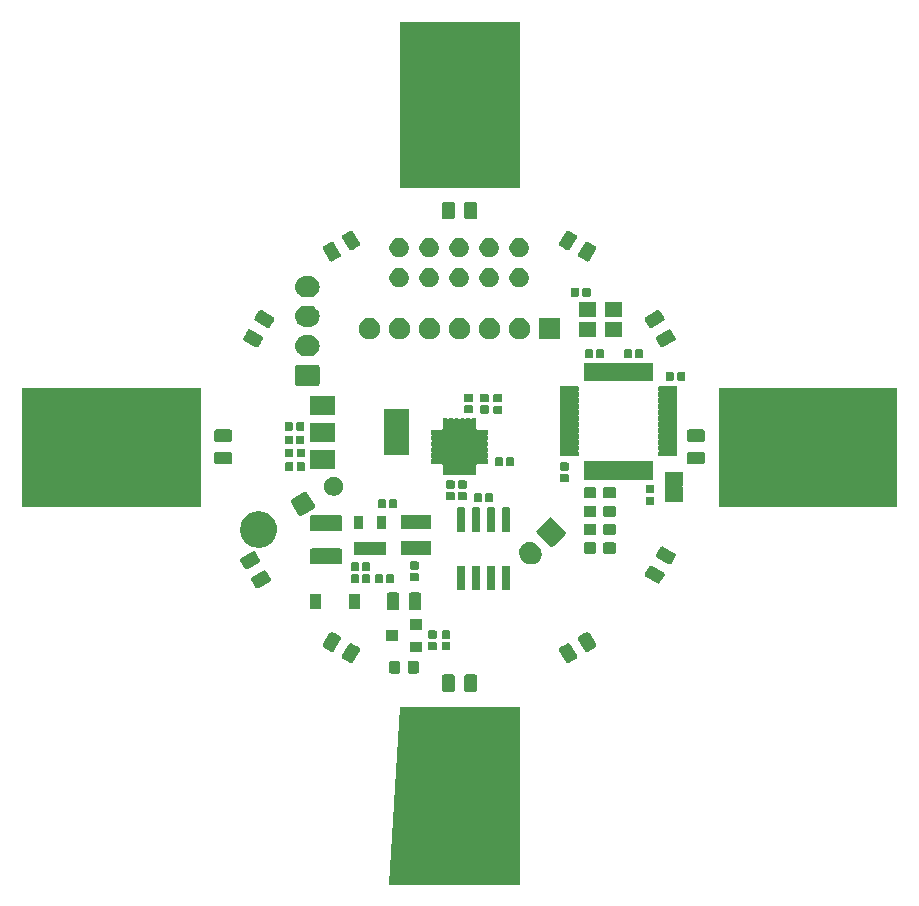
<source format=gbr>
G04 #@! TF.GenerationSoftware,KiCad,Pcbnew,(5.1.5)-3*
G04 #@! TF.CreationDate,2020-04-04T17:30:31+02:00*
G04 #@! TF.ProjectId,carteOdometrie,63617274-654f-4646-9f6d-65747269652e,rev?*
G04 #@! TF.SameCoordinates,Original*
G04 #@! TF.FileFunction,Soldermask,Top*
G04 #@! TF.FilePolarity,Negative*
%FSLAX46Y46*%
G04 Gerber Fmt 4.6, Leading zero omitted, Abs format (unit mm)*
G04 Created by KiCad (PCBNEW (5.1.5)-3) date 2020-04-04 17:30:31*
%MOMM*%
%LPD*%
G04 APERTURE LIST*
%ADD10C,0.100000*%
G04 APERTURE END LIST*
D10*
G36*
X5000000Y22000000D02*
G01*
X-5000000Y22000000D01*
X-5000000Y36000000D01*
X5000000Y36000000D01*
X5000000Y22000000D01*
G37*
X5000000Y22000000D02*
X-5000000Y22000000D01*
X-5000000Y36000000D01*
X5000000Y36000000D01*
X5000000Y22000000D01*
G36*
X37000000Y-5000000D02*
G01*
X22000000Y-5000000D01*
X22000000Y5000000D01*
X37000000Y5000000D01*
X37000000Y-5000000D01*
G37*
X37000000Y-5000000D02*
X22000000Y-5000000D01*
X22000000Y5000000D01*
X37000000Y5000000D01*
X37000000Y-5000000D01*
G36*
X5000000Y-37000000D02*
G01*
X-6000000Y-37000000D01*
X-5000000Y-22000000D01*
X5000000Y-22000000D01*
X5000000Y-37000000D01*
G37*
X5000000Y-37000000D02*
X-6000000Y-37000000D01*
X-5000000Y-22000000D01*
X5000000Y-22000000D01*
X5000000Y-37000000D01*
G36*
X-22000000Y-5000000D02*
G01*
X-37000000Y-5000000D01*
X-37000000Y5000000D01*
X-22000000Y5000000D01*
X-22000000Y-5000000D01*
G37*
X-22000000Y-5000000D02*
X-37000000Y-5000000D01*
X-37000000Y5000000D01*
X-22000000Y5000000D01*
X-22000000Y-5000000D01*
G36*
X375256Y-28391298D02*
G01*
X481579Y-28412447D01*
X782042Y-28536903D01*
X1052451Y-28717585D01*
X1282415Y-28947549D01*
X1463097Y-29217958D01*
X1587553Y-29518421D01*
X1651000Y-29837391D01*
X1651000Y-30162609D01*
X1587553Y-30481579D01*
X1463097Y-30782042D01*
X1282415Y-31052451D01*
X1052451Y-31282415D01*
X782042Y-31463097D01*
X481579Y-31587553D01*
X375256Y-31608702D01*
X162611Y-31651000D01*
X-162611Y-31651000D01*
X-375256Y-31608702D01*
X-481579Y-31587553D01*
X-782042Y-31463097D01*
X-1052451Y-31282415D01*
X-1282415Y-31052451D01*
X-1463097Y-30782042D01*
X-1587553Y-30481579D01*
X-1651000Y-30162609D01*
X-1651000Y-29837391D01*
X-1587553Y-29518421D01*
X-1463097Y-29217958D01*
X-1282415Y-28947549D01*
X-1052451Y-28717585D01*
X-782042Y-28536903D01*
X-481579Y-28412447D01*
X-375256Y-28391298D01*
X-162611Y-28349000D01*
X162611Y-28349000D01*
X375256Y-28391298D01*
G37*
G36*
X1309468Y-19253565D02*
G01*
X1348138Y-19265296D01*
X1383777Y-19284346D01*
X1415017Y-19309983D01*
X1440654Y-19341223D01*
X1459704Y-19376862D01*
X1471435Y-19415532D01*
X1476000Y-19461888D01*
X1476000Y-20538112D01*
X1471435Y-20584468D01*
X1459704Y-20623138D01*
X1440654Y-20658777D01*
X1415017Y-20690017D01*
X1383777Y-20715654D01*
X1348138Y-20734704D01*
X1309468Y-20746435D01*
X1263112Y-20751000D01*
X611888Y-20751000D01*
X565532Y-20746435D01*
X526862Y-20734704D01*
X491223Y-20715654D01*
X459983Y-20690017D01*
X434346Y-20658777D01*
X415296Y-20623138D01*
X403565Y-20584468D01*
X399000Y-20538112D01*
X399000Y-19461888D01*
X403565Y-19415532D01*
X415296Y-19376862D01*
X434346Y-19341223D01*
X459983Y-19309983D01*
X491223Y-19284346D01*
X526862Y-19265296D01*
X565532Y-19253565D01*
X611888Y-19249000D01*
X1263112Y-19249000D01*
X1309468Y-19253565D01*
G37*
G36*
X-565532Y-19253565D02*
G01*
X-526862Y-19265296D01*
X-491223Y-19284346D01*
X-459983Y-19309983D01*
X-434346Y-19341223D01*
X-415296Y-19376862D01*
X-403565Y-19415532D01*
X-399000Y-19461888D01*
X-399000Y-20538112D01*
X-403565Y-20584468D01*
X-415296Y-20623138D01*
X-434346Y-20658777D01*
X-459983Y-20690017D01*
X-491223Y-20715654D01*
X-526862Y-20734704D01*
X-565532Y-20746435D01*
X-611888Y-20751000D01*
X-1263112Y-20751000D01*
X-1309468Y-20746435D01*
X-1348138Y-20734704D01*
X-1383777Y-20715654D01*
X-1415017Y-20690017D01*
X-1440654Y-20658777D01*
X-1459704Y-20623138D01*
X-1471435Y-20584468D01*
X-1476000Y-20538112D01*
X-1476000Y-19461888D01*
X-1471435Y-19415532D01*
X-1459704Y-19376862D01*
X-1440654Y-19341223D01*
X-1415017Y-19309983D01*
X-1383777Y-19284346D01*
X-1348138Y-19265296D01*
X-1309468Y-19253565D01*
X-1263112Y-19249000D01*
X-611888Y-19249000D01*
X-565532Y-19253565D01*
G37*
G36*
X-5144409Y-18147085D02*
G01*
X-5110431Y-18157393D01*
X-5079110Y-18174134D01*
X-5051661Y-18196661D01*
X-5029134Y-18224110D01*
X-5012393Y-18255431D01*
X-5002085Y-18289409D01*
X-4998000Y-18330890D01*
X-4998000Y-19007110D01*
X-5002085Y-19048591D01*
X-5012393Y-19082569D01*
X-5029134Y-19113890D01*
X-5051661Y-19141339D01*
X-5079110Y-19163866D01*
X-5110431Y-19180607D01*
X-5144409Y-19190915D01*
X-5185890Y-19195000D01*
X-5787110Y-19195000D01*
X-5828591Y-19190915D01*
X-5862569Y-19180607D01*
X-5893890Y-19163866D01*
X-5921339Y-19141339D01*
X-5943866Y-19113890D01*
X-5960607Y-19082569D01*
X-5970915Y-19048591D01*
X-5975000Y-19007110D01*
X-5975000Y-18330890D01*
X-5970915Y-18289409D01*
X-5960607Y-18255431D01*
X-5943866Y-18224110D01*
X-5921339Y-18196661D01*
X-5893890Y-18174134D01*
X-5862569Y-18157393D01*
X-5828591Y-18147085D01*
X-5787110Y-18143000D01*
X-5185890Y-18143000D01*
X-5144409Y-18147085D01*
G37*
G36*
X-3569409Y-18147085D02*
G01*
X-3535431Y-18157393D01*
X-3504110Y-18174134D01*
X-3476661Y-18196661D01*
X-3454134Y-18224110D01*
X-3437393Y-18255431D01*
X-3427085Y-18289409D01*
X-3423000Y-18330890D01*
X-3423000Y-19007110D01*
X-3427085Y-19048591D01*
X-3437393Y-19082569D01*
X-3454134Y-19113890D01*
X-3476661Y-19141339D01*
X-3504110Y-19163866D01*
X-3535431Y-19180607D01*
X-3569409Y-19190915D01*
X-3610890Y-19195000D01*
X-4212110Y-19195000D01*
X-4253591Y-19190915D01*
X-4287569Y-19180607D01*
X-4318890Y-19163866D01*
X-4346339Y-19141339D01*
X-4368866Y-19113890D01*
X-4385607Y-19082569D01*
X-4395915Y-19048591D01*
X-4400000Y-19007110D01*
X-4400000Y-18330890D01*
X-4395915Y-18289409D01*
X-4385607Y-18255431D01*
X-4368866Y-18224110D01*
X-4346339Y-18196661D01*
X-4318890Y-18174134D01*
X-4287569Y-18157393D01*
X-4253591Y-18147085D01*
X-4212110Y-18143000D01*
X-3610890Y-18143000D01*
X-3569409Y-18147085D01*
G37*
G36*
X9256631Y-16632419D02*
G01*
X9294456Y-16646655D01*
X9328772Y-16667995D01*
X9358270Y-16695623D01*
X9385400Y-16733481D01*
X9923512Y-17665519D01*
X9942733Y-17707941D01*
X9951912Y-17747305D01*
X9953234Y-17787693D01*
X9946652Y-17827560D01*
X9932416Y-17865385D01*
X9911076Y-17899701D01*
X9883450Y-17929198D01*
X9845583Y-17956333D01*
X9563601Y-18119135D01*
X9330424Y-18253760D01*
X9330420Y-18253762D01*
X9281619Y-18281937D01*
X9239187Y-18301163D01*
X9199826Y-18310341D01*
X9159438Y-18311663D01*
X9119571Y-18305081D01*
X9081746Y-18290845D01*
X9047430Y-18269505D01*
X9017932Y-18241877D01*
X8990802Y-18204019D01*
X8452690Y-17271981D01*
X8433469Y-17229559D01*
X8424290Y-17190195D01*
X8422968Y-17149807D01*
X8429550Y-17109940D01*
X8443786Y-17072115D01*
X8465126Y-17037799D01*
X8492752Y-17008302D01*
X8530619Y-16981167D01*
X8949393Y-16739388D01*
X9045778Y-16683740D01*
X9045782Y-16683738D01*
X9094583Y-16655563D01*
X9137015Y-16636337D01*
X9176376Y-16627159D01*
X9216764Y-16625837D01*
X9256631Y-16632419D01*
G37*
G36*
X-9176376Y-16627159D02*
G01*
X-9137015Y-16636337D01*
X-9094583Y-16655563D01*
X-9045782Y-16683738D01*
X-9045778Y-16683740D01*
X-8949393Y-16739388D01*
X-8530619Y-16981167D01*
X-8492752Y-17008302D01*
X-8465126Y-17037799D01*
X-8443786Y-17072115D01*
X-8429550Y-17109940D01*
X-8422968Y-17149807D01*
X-8424290Y-17190195D01*
X-8433469Y-17229559D01*
X-8452690Y-17271981D01*
X-8990802Y-18204019D01*
X-9017932Y-18241877D01*
X-9047430Y-18269505D01*
X-9081746Y-18290845D01*
X-9119571Y-18305081D01*
X-9159438Y-18311663D01*
X-9199826Y-18310341D01*
X-9239187Y-18301163D01*
X-9281619Y-18281937D01*
X-9330420Y-18253762D01*
X-9330424Y-18253760D01*
X-9563601Y-18119135D01*
X-9845583Y-17956333D01*
X-9883450Y-17929198D01*
X-9911076Y-17899701D01*
X-9932416Y-17865385D01*
X-9946652Y-17827560D01*
X-9953234Y-17787693D01*
X-9951912Y-17747305D01*
X-9942733Y-17707941D01*
X-9923512Y-17665519D01*
X-9385400Y-16733481D01*
X-9358270Y-16695623D01*
X-9328772Y-16667995D01*
X-9294456Y-16646655D01*
X-9256631Y-16632419D01*
X-9216764Y-16625837D01*
X-9176376Y-16627159D01*
G37*
G36*
X-3198000Y-17403000D02*
G01*
X-4200000Y-17403000D01*
X-4200000Y-16501000D01*
X-3198000Y-16501000D01*
X-3198000Y-17403000D01*
G37*
G36*
X-10800174Y-15689659D02*
G01*
X-10760813Y-15698837D01*
X-10718381Y-15718063D01*
X-10669580Y-15746238D01*
X-10669576Y-15746240D01*
X-10573191Y-15801888D01*
X-10154417Y-16043667D01*
X-10116550Y-16070802D01*
X-10088924Y-16100299D01*
X-10067584Y-16134615D01*
X-10053348Y-16172440D01*
X-10046766Y-16212307D01*
X-10048088Y-16252695D01*
X-10057267Y-16292059D01*
X-10076488Y-16334481D01*
X-10614600Y-17266519D01*
X-10641730Y-17304377D01*
X-10671228Y-17332005D01*
X-10705544Y-17353345D01*
X-10743369Y-17367581D01*
X-10783236Y-17374163D01*
X-10823624Y-17372841D01*
X-10862985Y-17363663D01*
X-10905417Y-17344437D01*
X-10954218Y-17316262D01*
X-10954222Y-17316260D01*
X-11300251Y-17116480D01*
X-11469381Y-17018833D01*
X-11507248Y-16991698D01*
X-11534874Y-16962201D01*
X-11556214Y-16927885D01*
X-11570450Y-16890060D01*
X-11577032Y-16850193D01*
X-11575710Y-16809805D01*
X-11566531Y-16770441D01*
X-11547310Y-16728019D01*
X-11009198Y-15795981D01*
X-10982068Y-15758123D01*
X-10952570Y-15730495D01*
X-10918254Y-15709155D01*
X-10880429Y-15694919D01*
X-10840562Y-15688337D01*
X-10800174Y-15689659D01*
G37*
G36*
X10880429Y-15694919D02*
G01*
X10918254Y-15709155D01*
X10952570Y-15730495D01*
X10982068Y-15758123D01*
X11009198Y-15795981D01*
X11547310Y-16728019D01*
X11566531Y-16770441D01*
X11575710Y-16809805D01*
X11577032Y-16850193D01*
X11570450Y-16890060D01*
X11556214Y-16927885D01*
X11534874Y-16962201D01*
X11507248Y-16991698D01*
X11469381Y-17018833D01*
X11300251Y-17116480D01*
X10954222Y-17316260D01*
X10954218Y-17316262D01*
X10905417Y-17344437D01*
X10862985Y-17363663D01*
X10823624Y-17372841D01*
X10783236Y-17374163D01*
X10743369Y-17367581D01*
X10705544Y-17353345D01*
X10671228Y-17332005D01*
X10641730Y-17304377D01*
X10614600Y-17266519D01*
X10076488Y-16334481D01*
X10057267Y-16292059D01*
X10048088Y-16252695D01*
X10046766Y-16212307D01*
X10053348Y-16172440D01*
X10067584Y-16134615D01*
X10088924Y-16100299D01*
X10116550Y-16070802D01*
X10154417Y-16043667D01*
X10573191Y-15801888D01*
X10669576Y-15746240D01*
X10669580Y-15746238D01*
X10718381Y-15718063D01*
X10760813Y-15698837D01*
X10800174Y-15689659D01*
X10840562Y-15688337D01*
X10880429Y-15694919D01*
G37*
G36*
X-2004062Y-16524716D02*
G01*
X-1983443Y-16530971D01*
X-1964447Y-16541124D01*
X-1947792Y-16554792D01*
X-1934124Y-16571447D01*
X-1923971Y-16590443D01*
X-1917716Y-16611062D01*
X-1915000Y-16638640D01*
X-1915000Y-17097360D01*
X-1917716Y-17124938D01*
X-1923971Y-17145557D01*
X-1934124Y-17164553D01*
X-1947792Y-17181208D01*
X-1964447Y-17194876D01*
X-1983443Y-17205029D01*
X-2004062Y-17211284D01*
X-2031640Y-17214000D01*
X-2540360Y-17214000D01*
X-2567938Y-17211284D01*
X-2588557Y-17205029D01*
X-2607553Y-17194876D01*
X-2624208Y-17181208D01*
X-2637876Y-17164553D01*
X-2648029Y-17145557D01*
X-2654284Y-17124938D01*
X-2657000Y-17097360D01*
X-2657000Y-16638640D01*
X-2654284Y-16611062D01*
X-2648029Y-16590443D01*
X-2637876Y-16571447D01*
X-2624208Y-16554792D01*
X-2607553Y-16541124D01*
X-2588557Y-16530971D01*
X-2567938Y-16524716D01*
X-2540360Y-16522000D01*
X-2031640Y-16522000D01*
X-2004062Y-16524716D01*
G37*
G36*
X-861062Y-16524716D02*
G01*
X-840443Y-16530971D01*
X-821447Y-16541124D01*
X-804792Y-16554792D01*
X-791124Y-16571447D01*
X-780971Y-16590443D01*
X-774716Y-16611062D01*
X-772000Y-16638640D01*
X-772000Y-17097360D01*
X-774716Y-17124938D01*
X-780971Y-17145557D01*
X-791124Y-17164553D01*
X-804792Y-17181208D01*
X-821447Y-17194876D01*
X-840443Y-17205029D01*
X-861062Y-17211284D01*
X-888640Y-17214000D01*
X-1397360Y-17214000D01*
X-1424938Y-17211284D01*
X-1445557Y-17205029D01*
X-1464553Y-17194876D01*
X-1481208Y-17181208D01*
X-1494876Y-17164553D01*
X-1505029Y-17145557D01*
X-1511284Y-17124938D01*
X-1514000Y-17097360D01*
X-1514000Y-16638640D01*
X-1511284Y-16611062D01*
X-1505029Y-16590443D01*
X-1494876Y-16571447D01*
X-1481208Y-16554792D01*
X-1464553Y-16541124D01*
X-1445557Y-16530971D01*
X-1424938Y-16524716D01*
X-1397360Y-16522000D01*
X-888640Y-16522000D01*
X-861062Y-16524716D01*
G37*
G36*
X-5198000Y-16453000D02*
G01*
X-6200000Y-16453000D01*
X-6200000Y-15551000D01*
X-5198000Y-15551000D01*
X-5198000Y-16453000D01*
G37*
G36*
X-861062Y-15554716D02*
G01*
X-840443Y-15560971D01*
X-821447Y-15571124D01*
X-804792Y-15584792D01*
X-791124Y-15601447D01*
X-780971Y-15620443D01*
X-774716Y-15641062D01*
X-772000Y-15668640D01*
X-772000Y-16127360D01*
X-774716Y-16154938D01*
X-780971Y-16175557D01*
X-791124Y-16194553D01*
X-804792Y-16211208D01*
X-821447Y-16224876D01*
X-840443Y-16235029D01*
X-861062Y-16241284D01*
X-888640Y-16244000D01*
X-1397360Y-16244000D01*
X-1424938Y-16241284D01*
X-1445557Y-16235029D01*
X-1464553Y-16224876D01*
X-1481208Y-16211208D01*
X-1494876Y-16194553D01*
X-1505029Y-16175557D01*
X-1511284Y-16154938D01*
X-1514000Y-16127360D01*
X-1514000Y-15668640D01*
X-1511284Y-15641062D01*
X-1505029Y-15620443D01*
X-1494876Y-15601447D01*
X-1481208Y-15584792D01*
X-1464553Y-15571124D01*
X-1445557Y-15560971D01*
X-1424938Y-15554716D01*
X-1397360Y-15552000D01*
X-888640Y-15552000D01*
X-861062Y-15554716D01*
G37*
G36*
X-2004062Y-15554716D02*
G01*
X-1983443Y-15560971D01*
X-1964447Y-15571124D01*
X-1947792Y-15584792D01*
X-1934124Y-15601447D01*
X-1923971Y-15620443D01*
X-1917716Y-15641062D01*
X-1915000Y-15668640D01*
X-1915000Y-16127360D01*
X-1917716Y-16154938D01*
X-1923971Y-16175557D01*
X-1934124Y-16194553D01*
X-1947792Y-16211208D01*
X-1964447Y-16224876D01*
X-1983443Y-16235029D01*
X-2004062Y-16241284D01*
X-2031640Y-16244000D01*
X-2540360Y-16244000D01*
X-2567938Y-16241284D01*
X-2588557Y-16235029D01*
X-2607553Y-16224876D01*
X-2624208Y-16211208D01*
X-2637876Y-16194553D01*
X-2648029Y-16175557D01*
X-2654284Y-16154938D01*
X-2657000Y-16127360D01*
X-2657000Y-15668640D01*
X-2654284Y-15641062D01*
X-2648029Y-15620443D01*
X-2637876Y-15601447D01*
X-2624208Y-15584792D01*
X-2607553Y-15571124D01*
X-2588557Y-15560971D01*
X-2567938Y-15554716D01*
X-2540360Y-15552000D01*
X-2031640Y-15552000D01*
X-2004062Y-15554716D01*
G37*
G36*
X-3198000Y-15503000D02*
G01*
X-4200000Y-15503000D01*
X-4200000Y-14601000D01*
X-3198000Y-14601000D01*
X-3198000Y-15503000D01*
G37*
G36*
X-5264532Y-12334565D02*
G01*
X-5225862Y-12346296D01*
X-5190223Y-12365346D01*
X-5158983Y-12390983D01*
X-5133346Y-12422223D01*
X-5114296Y-12457862D01*
X-5102565Y-12496532D01*
X-5098000Y-12542888D01*
X-5098000Y-13619112D01*
X-5102565Y-13665468D01*
X-5114296Y-13704138D01*
X-5133346Y-13739777D01*
X-5158983Y-13771017D01*
X-5190223Y-13796654D01*
X-5225862Y-13815704D01*
X-5264532Y-13827435D01*
X-5310888Y-13832000D01*
X-5962112Y-13832000D01*
X-6008468Y-13827435D01*
X-6047138Y-13815704D01*
X-6082777Y-13796654D01*
X-6114017Y-13771017D01*
X-6139654Y-13739777D01*
X-6158704Y-13704138D01*
X-6170435Y-13665468D01*
X-6175000Y-13619112D01*
X-6175000Y-12542888D01*
X-6170435Y-12496532D01*
X-6158704Y-12457862D01*
X-6139654Y-12422223D01*
X-6114017Y-12390983D01*
X-6082777Y-12365346D01*
X-6047138Y-12346296D01*
X-6008468Y-12334565D01*
X-5962112Y-12330000D01*
X-5310888Y-12330000D01*
X-5264532Y-12334565D01*
G37*
G36*
X-3389532Y-12334565D02*
G01*
X-3350862Y-12346296D01*
X-3315223Y-12365346D01*
X-3283983Y-12390983D01*
X-3258346Y-12422223D01*
X-3239296Y-12457862D01*
X-3227565Y-12496532D01*
X-3223000Y-12542888D01*
X-3223000Y-13619112D01*
X-3227565Y-13665468D01*
X-3239296Y-13704138D01*
X-3258346Y-13739777D01*
X-3283983Y-13771017D01*
X-3315223Y-13796654D01*
X-3350862Y-13815704D01*
X-3389532Y-13827435D01*
X-3435888Y-13832000D01*
X-4087112Y-13832000D01*
X-4133468Y-13827435D01*
X-4172138Y-13815704D01*
X-4207777Y-13796654D01*
X-4239017Y-13771017D01*
X-4264654Y-13739777D01*
X-4283704Y-13704138D01*
X-4295435Y-13665468D01*
X-4300000Y-13619112D01*
X-4300000Y-12542888D01*
X-4295435Y-12496532D01*
X-4283704Y-12457862D01*
X-4264654Y-12422223D01*
X-4239017Y-12390983D01*
X-4207777Y-12365346D01*
X-4172138Y-12346296D01*
X-4133468Y-12334565D01*
X-4087112Y-12330000D01*
X-3435888Y-12330000D01*
X-3389532Y-12334565D01*
G37*
G36*
X-8390000Y-13732000D02*
G01*
X-9392000Y-13732000D01*
X-9392000Y-12430000D01*
X-8390000Y-12430000D01*
X-8390000Y-13732000D01*
G37*
G36*
X-11690000Y-13732000D02*
G01*
X-12692000Y-13732000D01*
X-12692000Y-12430000D01*
X-11690000Y-12430000D01*
X-11690000Y-13732000D01*
G37*
G36*
X2926928Y-10087764D02*
G01*
X2948009Y-10094160D01*
X2967445Y-10104548D01*
X2984476Y-10118524D01*
X2998452Y-10135555D01*
X3008840Y-10154991D01*
X3015236Y-10176072D01*
X3018000Y-10204140D01*
X3018000Y-12017860D01*
X3015236Y-12045928D01*
X3008840Y-12067009D01*
X2998452Y-12086445D01*
X2984476Y-12103476D01*
X2967445Y-12117452D01*
X2948009Y-12127840D01*
X2926928Y-12134236D01*
X2898860Y-12137000D01*
X2435140Y-12137000D01*
X2407072Y-12134236D01*
X2385991Y-12127840D01*
X2366555Y-12117452D01*
X2349524Y-12103476D01*
X2335548Y-12086445D01*
X2325160Y-12067009D01*
X2318764Y-12045928D01*
X2316000Y-12017860D01*
X2316000Y-10204140D01*
X2318764Y-10176072D01*
X2325160Y-10154991D01*
X2335548Y-10135555D01*
X2349524Y-10118524D01*
X2366555Y-10104548D01*
X2385991Y-10094160D01*
X2407072Y-10087764D01*
X2435140Y-10085000D01*
X2898860Y-10085000D01*
X2926928Y-10087764D01*
G37*
G36*
X1656928Y-10087764D02*
G01*
X1678009Y-10094160D01*
X1697445Y-10104548D01*
X1714476Y-10118524D01*
X1728452Y-10135555D01*
X1738840Y-10154991D01*
X1745236Y-10176072D01*
X1748000Y-10204140D01*
X1748000Y-12017860D01*
X1745236Y-12045928D01*
X1738840Y-12067009D01*
X1728452Y-12086445D01*
X1714476Y-12103476D01*
X1697445Y-12117452D01*
X1678009Y-12127840D01*
X1656928Y-12134236D01*
X1628860Y-12137000D01*
X1165140Y-12137000D01*
X1137072Y-12134236D01*
X1115991Y-12127840D01*
X1096555Y-12117452D01*
X1079524Y-12103476D01*
X1065548Y-12086445D01*
X1055160Y-12067009D01*
X1048764Y-12045928D01*
X1046000Y-12017860D01*
X1046000Y-10204140D01*
X1048764Y-10176072D01*
X1055160Y-10154991D01*
X1065548Y-10135555D01*
X1079524Y-10118524D01*
X1096555Y-10104548D01*
X1115991Y-10094160D01*
X1137072Y-10087764D01*
X1165140Y-10085000D01*
X1628860Y-10085000D01*
X1656928Y-10087764D01*
G37*
G36*
X386928Y-10087764D02*
G01*
X408009Y-10094160D01*
X427445Y-10104548D01*
X444476Y-10118524D01*
X458452Y-10135555D01*
X468840Y-10154991D01*
X475236Y-10176072D01*
X478000Y-10204140D01*
X478000Y-12017860D01*
X475236Y-12045928D01*
X468840Y-12067009D01*
X458452Y-12086445D01*
X444476Y-12103476D01*
X427445Y-12117452D01*
X408009Y-12127840D01*
X386928Y-12134236D01*
X358860Y-12137000D01*
X-104860Y-12137000D01*
X-132928Y-12134236D01*
X-154009Y-12127840D01*
X-173445Y-12117452D01*
X-190476Y-12103476D01*
X-204452Y-12086445D01*
X-214840Y-12067009D01*
X-221236Y-12045928D01*
X-224000Y-12017860D01*
X-224000Y-10204140D01*
X-221236Y-10176072D01*
X-214840Y-10154991D01*
X-204452Y-10135555D01*
X-190476Y-10118524D01*
X-173445Y-10104548D01*
X-154009Y-10094160D01*
X-132928Y-10087764D01*
X-104860Y-10085000D01*
X358860Y-10085000D01*
X386928Y-10087764D01*
G37*
G36*
X4196928Y-10087764D02*
G01*
X4218009Y-10094160D01*
X4237445Y-10104548D01*
X4254476Y-10118524D01*
X4268452Y-10135555D01*
X4278840Y-10154991D01*
X4285236Y-10176072D01*
X4288000Y-10204140D01*
X4288000Y-12017860D01*
X4285236Y-12045928D01*
X4278840Y-12067009D01*
X4268452Y-12086445D01*
X4254476Y-12103476D01*
X4237445Y-12117452D01*
X4218009Y-12127840D01*
X4196928Y-12134236D01*
X4168860Y-12137000D01*
X3705140Y-12137000D01*
X3677072Y-12134236D01*
X3655991Y-12127840D01*
X3636555Y-12117452D01*
X3619524Y-12103476D01*
X3605548Y-12086445D01*
X3595160Y-12067009D01*
X3588764Y-12045928D01*
X3586000Y-12017860D01*
X3586000Y-10204140D01*
X3588764Y-10176072D01*
X3595160Y-10154991D01*
X3605548Y-10135555D01*
X3619524Y-10118524D01*
X3636555Y-10104548D01*
X3655991Y-10094160D01*
X3677072Y-10087764D01*
X3705140Y-10085000D01*
X4168860Y-10085000D01*
X4196928Y-10087764D01*
G37*
G36*
X-16444440Y-10467348D02*
G01*
X-16406615Y-10481584D01*
X-16372299Y-10502924D01*
X-16342802Y-10530550D01*
X-16315667Y-10568417D01*
X-16189586Y-10786796D01*
X-16018240Y-11083576D01*
X-16018238Y-11083580D01*
X-15990063Y-11132381D01*
X-15970837Y-11174813D01*
X-15961659Y-11214174D01*
X-15960337Y-11254562D01*
X-15966919Y-11294429D01*
X-15981155Y-11332254D01*
X-16002495Y-11366570D01*
X-16030123Y-11396068D01*
X-16067981Y-11423198D01*
X-17000019Y-11961310D01*
X-17042441Y-11980531D01*
X-17081805Y-11989710D01*
X-17122193Y-11991032D01*
X-17162060Y-11984450D01*
X-17199885Y-11970214D01*
X-17234201Y-11948874D01*
X-17263698Y-11921248D01*
X-17290833Y-11883381D01*
X-17492645Y-11533831D01*
X-17588260Y-11368222D01*
X-17588262Y-11368218D01*
X-17616437Y-11319417D01*
X-17635663Y-11276985D01*
X-17644841Y-11237624D01*
X-17646163Y-11197236D01*
X-17639581Y-11157369D01*
X-17625345Y-11119544D01*
X-17604005Y-11085228D01*
X-17576377Y-11055730D01*
X-17538519Y-11028600D01*
X-16606481Y-10490488D01*
X-16564059Y-10471267D01*
X-16524695Y-10462088D01*
X-16484307Y-10460766D01*
X-16444440Y-10467348D01*
G37*
G36*
X16252695Y-10048088D02*
G01*
X16292059Y-10057267D01*
X16334481Y-10076488D01*
X17266519Y-10614600D01*
X17304377Y-10641730D01*
X17332005Y-10671228D01*
X17353345Y-10705544D01*
X17367581Y-10743369D01*
X17374163Y-10783236D01*
X17372841Y-10823624D01*
X17363663Y-10862985D01*
X17344437Y-10905417D01*
X17316262Y-10954218D01*
X17316260Y-10954222D01*
X17223717Y-11114511D01*
X17018833Y-11469381D01*
X16991698Y-11507248D01*
X16962201Y-11534874D01*
X16927885Y-11556214D01*
X16890060Y-11570450D01*
X16850193Y-11577032D01*
X16809805Y-11575710D01*
X16770441Y-11566531D01*
X16728019Y-11547310D01*
X15795981Y-11009198D01*
X15758123Y-10982068D01*
X15730495Y-10952570D01*
X15709155Y-10918254D01*
X15694919Y-10880429D01*
X15688337Y-10840562D01*
X15689659Y-10800174D01*
X15698837Y-10760813D01*
X15718063Y-10718381D01*
X15746238Y-10669580D01*
X15746240Y-10669576D01*
X15905905Y-10393029D01*
X16043667Y-10154417D01*
X16070802Y-10116550D01*
X16100299Y-10088924D01*
X16134615Y-10067584D01*
X16172440Y-10053348D01*
X16212307Y-10046766D01*
X16252695Y-10048088D01*
G37*
G36*
X-5608062Y-10807716D02*
G01*
X-5587443Y-10813971D01*
X-5568447Y-10824124D01*
X-5551792Y-10837792D01*
X-5538124Y-10854447D01*
X-5527971Y-10873443D01*
X-5521716Y-10894062D01*
X-5519000Y-10921640D01*
X-5519000Y-11430360D01*
X-5521716Y-11457938D01*
X-5527971Y-11478557D01*
X-5538124Y-11497553D01*
X-5551792Y-11514208D01*
X-5568447Y-11527876D01*
X-5587443Y-11538029D01*
X-5608062Y-11544284D01*
X-5635640Y-11547000D01*
X-6094360Y-11547000D01*
X-6121938Y-11544284D01*
X-6142557Y-11538029D01*
X-6161553Y-11527876D01*
X-6178208Y-11514208D01*
X-6191876Y-11497553D01*
X-6202029Y-11478557D01*
X-6208284Y-11457938D01*
X-6211000Y-11430360D01*
X-6211000Y-10921640D01*
X-6208284Y-10894062D01*
X-6202029Y-10873443D01*
X-6191876Y-10854447D01*
X-6178208Y-10837792D01*
X-6161553Y-10824124D01*
X-6142557Y-10813971D01*
X-6121938Y-10807716D01*
X-6094360Y-10805000D01*
X-5635640Y-10805000D01*
X-5608062Y-10807716D01*
G37*
G36*
X-8610062Y-10807716D02*
G01*
X-8589443Y-10813971D01*
X-8570447Y-10824124D01*
X-8553792Y-10837792D01*
X-8540124Y-10854447D01*
X-8529971Y-10873443D01*
X-8523716Y-10894062D01*
X-8521000Y-10921640D01*
X-8521000Y-11430360D01*
X-8523716Y-11457938D01*
X-8529971Y-11478557D01*
X-8540124Y-11497553D01*
X-8553792Y-11514208D01*
X-8570447Y-11527876D01*
X-8589443Y-11538029D01*
X-8610062Y-11544284D01*
X-8637640Y-11547000D01*
X-9096360Y-11547000D01*
X-9123938Y-11544284D01*
X-9144557Y-11538029D01*
X-9163553Y-11527876D01*
X-9180208Y-11514208D01*
X-9193876Y-11497553D01*
X-9204029Y-11478557D01*
X-9210284Y-11457938D01*
X-9213000Y-11430360D01*
X-9213000Y-10921640D01*
X-9210284Y-10894062D01*
X-9204029Y-10873443D01*
X-9193876Y-10854447D01*
X-9180208Y-10837792D01*
X-9163553Y-10824124D01*
X-9144557Y-10813971D01*
X-9123938Y-10807716D01*
X-9096360Y-10805000D01*
X-8637640Y-10805000D01*
X-8610062Y-10807716D01*
G37*
G36*
X-6578062Y-10807716D02*
G01*
X-6557443Y-10813971D01*
X-6538447Y-10824124D01*
X-6521792Y-10837792D01*
X-6508124Y-10854447D01*
X-6497971Y-10873443D01*
X-6491716Y-10894062D01*
X-6489000Y-10921640D01*
X-6489000Y-11430360D01*
X-6491716Y-11457938D01*
X-6497971Y-11478557D01*
X-6508124Y-11497553D01*
X-6521792Y-11514208D01*
X-6538447Y-11527876D01*
X-6557443Y-11538029D01*
X-6578062Y-11544284D01*
X-6605640Y-11547000D01*
X-7064360Y-11547000D01*
X-7091938Y-11544284D01*
X-7112557Y-11538029D01*
X-7131553Y-11527876D01*
X-7148208Y-11514208D01*
X-7161876Y-11497553D01*
X-7172029Y-11478557D01*
X-7178284Y-11457938D01*
X-7181000Y-11430360D01*
X-7181000Y-10921640D01*
X-7178284Y-10894062D01*
X-7172029Y-10873443D01*
X-7161876Y-10854447D01*
X-7148208Y-10837792D01*
X-7131553Y-10824124D01*
X-7112557Y-10813971D01*
X-7091938Y-10807716D01*
X-7064360Y-10805000D01*
X-6605640Y-10805000D01*
X-6578062Y-10807716D01*
G37*
G36*
X-7640062Y-10807716D02*
G01*
X-7619443Y-10813971D01*
X-7600447Y-10824124D01*
X-7583792Y-10837792D01*
X-7570124Y-10854447D01*
X-7559971Y-10873443D01*
X-7553716Y-10894062D01*
X-7551000Y-10921640D01*
X-7551000Y-11430360D01*
X-7553716Y-11457938D01*
X-7559971Y-11478557D01*
X-7570124Y-11497553D01*
X-7583792Y-11514208D01*
X-7600447Y-11527876D01*
X-7619443Y-11538029D01*
X-7640062Y-11544284D01*
X-7667640Y-11547000D01*
X-8126360Y-11547000D01*
X-8153938Y-11544284D01*
X-8174557Y-11538029D01*
X-8193553Y-11527876D01*
X-8210208Y-11514208D01*
X-8223876Y-11497553D01*
X-8234029Y-11478557D01*
X-8240284Y-11457938D01*
X-8243000Y-11430360D01*
X-8243000Y-10921640D01*
X-8240284Y-10894062D01*
X-8234029Y-10873443D01*
X-8223876Y-10854447D01*
X-8210208Y-10837792D01*
X-8193553Y-10824124D01*
X-8174557Y-10813971D01*
X-8153938Y-10807716D01*
X-8126360Y-10805000D01*
X-7667640Y-10805000D01*
X-7640062Y-10807716D01*
G37*
G36*
X-3528062Y-10682716D02*
G01*
X-3507443Y-10688971D01*
X-3488447Y-10699124D01*
X-3471792Y-10712792D01*
X-3458124Y-10729447D01*
X-3447971Y-10748443D01*
X-3441716Y-10769062D01*
X-3439000Y-10796640D01*
X-3439000Y-11255360D01*
X-3441716Y-11282938D01*
X-3447971Y-11303557D01*
X-3458124Y-11322553D01*
X-3471792Y-11339208D01*
X-3488447Y-11352876D01*
X-3507443Y-11363029D01*
X-3528062Y-11369284D01*
X-3555640Y-11372000D01*
X-4064360Y-11372000D01*
X-4091938Y-11369284D01*
X-4112557Y-11363029D01*
X-4131553Y-11352876D01*
X-4148208Y-11339208D01*
X-4161876Y-11322553D01*
X-4172029Y-11303557D01*
X-4178284Y-11282938D01*
X-4181000Y-11255360D01*
X-4181000Y-10796640D01*
X-4178284Y-10769062D01*
X-4172029Y-10748443D01*
X-4161876Y-10729447D01*
X-4148208Y-10712792D01*
X-4131553Y-10699124D01*
X-4112557Y-10688971D01*
X-4091938Y-10682716D01*
X-4064360Y-10680000D01*
X-3555640Y-10680000D01*
X-3528062Y-10682716D01*
G37*
G36*
X-8610062Y-9791716D02*
G01*
X-8589443Y-9797971D01*
X-8570447Y-9808124D01*
X-8553792Y-9821792D01*
X-8540124Y-9838447D01*
X-8529971Y-9857443D01*
X-8523716Y-9878062D01*
X-8521000Y-9905640D01*
X-8521000Y-10414360D01*
X-8523716Y-10441938D01*
X-8529971Y-10462557D01*
X-8540124Y-10481553D01*
X-8553792Y-10498208D01*
X-8570447Y-10511876D01*
X-8589443Y-10522029D01*
X-8610062Y-10528284D01*
X-8637640Y-10531000D01*
X-9096360Y-10531000D01*
X-9123938Y-10528284D01*
X-9144557Y-10522029D01*
X-9163553Y-10511876D01*
X-9180208Y-10498208D01*
X-9193876Y-10481553D01*
X-9204029Y-10462557D01*
X-9210284Y-10441938D01*
X-9213000Y-10414360D01*
X-9213000Y-9905640D01*
X-9210284Y-9878062D01*
X-9204029Y-9857443D01*
X-9193876Y-9838447D01*
X-9180208Y-9821792D01*
X-9163553Y-9808124D01*
X-9144557Y-9797971D01*
X-9123938Y-9791716D01*
X-9096360Y-9789000D01*
X-8637640Y-9789000D01*
X-8610062Y-9791716D01*
G37*
G36*
X-7640062Y-9791716D02*
G01*
X-7619443Y-9797971D01*
X-7600447Y-9808124D01*
X-7583792Y-9821792D01*
X-7570124Y-9838447D01*
X-7559971Y-9857443D01*
X-7553716Y-9878062D01*
X-7551000Y-9905640D01*
X-7551000Y-10414360D01*
X-7553716Y-10441938D01*
X-7559971Y-10462557D01*
X-7570124Y-10481553D01*
X-7583792Y-10498208D01*
X-7600447Y-10511876D01*
X-7619443Y-10522029D01*
X-7640062Y-10528284D01*
X-7667640Y-10531000D01*
X-8126360Y-10531000D01*
X-8153938Y-10528284D01*
X-8174557Y-10522029D01*
X-8193553Y-10511876D01*
X-8210208Y-10498208D01*
X-8223876Y-10481553D01*
X-8234029Y-10462557D01*
X-8240284Y-10441938D01*
X-8243000Y-10414360D01*
X-8243000Y-9905640D01*
X-8240284Y-9878062D01*
X-8234029Y-9857443D01*
X-8223876Y-9838447D01*
X-8210208Y-9821792D01*
X-8193553Y-9808124D01*
X-8174557Y-9797971D01*
X-8153938Y-9791716D01*
X-8126360Y-9789000D01*
X-7667640Y-9789000D01*
X-7640062Y-9791716D01*
G37*
G36*
X-3528062Y-9712716D02*
G01*
X-3507443Y-9718971D01*
X-3488447Y-9729124D01*
X-3471792Y-9742792D01*
X-3458124Y-9759447D01*
X-3447971Y-9778443D01*
X-3441716Y-9799062D01*
X-3439000Y-9826640D01*
X-3439000Y-10285360D01*
X-3441716Y-10312938D01*
X-3447971Y-10333557D01*
X-3458124Y-10352553D01*
X-3471792Y-10369208D01*
X-3488447Y-10382876D01*
X-3507443Y-10393029D01*
X-3528062Y-10399284D01*
X-3555640Y-10402000D01*
X-4064360Y-10402000D01*
X-4091938Y-10399284D01*
X-4112557Y-10393029D01*
X-4131553Y-10382876D01*
X-4148208Y-10369208D01*
X-4161876Y-10352553D01*
X-4172029Y-10333557D01*
X-4178284Y-10312938D01*
X-4181000Y-10285360D01*
X-4181000Y-9826640D01*
X-4178284Y-9799062D01*
X-4172029Y-9778443D01*
X-4161876Y-9759447D01*
X-4148208Y-9742792D01*
X-4131553Y-9729124D01*
X-4112557Y-9718971D01*
X-4091938Y-9712716D01*
X-4064360Y-9710000D01*
X-3555640Y-9710000D01*
X-3528062Y-9712716D01*
G37*
G36*
X-17381940Y-8843550D02*
G01*
X-17344115Y-8857786D01*
X-17309799Y-8879126D01*
X-17280302Y-8906752D01*
X-17253167Y-8944619D01*
X-17120734Y-9174000D01*
X-16955740Y-9459778D01*
X-16955738Y-9459782D01*
X-16927563Y-9508583D01*
X-16908337Y-9551015D01*
X-16899159Y-9590376D01*
X-16897837Y-9630764D01*
X-16904419Y-9670631D01*
X-16918655Y-9708456D01*
X-16939995Y-9742772D01*
X-16967623Y-9772270D01*
X-17005481Y-9799400D01*
X-17937519Y-10337512D01*
X-17979941Y-10356733D01*
X-18019305Y-10365912D01*
X-18059693Y-10367234D01*
X-18099560Y-10360652D01*
X-18137385Y-10346416D01*
X-18171701Y-10325076D01*
X-18201198Y-10297450D01*
X-18228333Y-10259583D01*
X-18411266Y-9942733D01*
X-18525760Y-9744424D01*
X-18525762Y-9744420D01*
X-18553937Y-9695619D01*
X-18573163Y-9653187D01*
X-18582341Y-9613826D01*
X-18583663Y-9573438D01*
X-18577081Y-9533571D01*
X-18562845Y-9495746D01*
X-18541505Y-9461430D01*
X-18513877Y-9431932D01*
X-18476019Y-9404802D01*
X-17543981Y-8866690D01*
X-17501559Y-8847469D01*
X-17462195Y-8838290D01*
X-17421807Y-8836968D01*
X-17381940Y-8843550D01*
G37*
G36*
X6094525Y-8056142D02*
G01*
X6123593Y-8059005D01*
X6226074Y-8090092D01*
X6293437Y-8110526D01*
X6449956Y-8194188D01*
X6449958Y-8194189D01*
X6449957Y-8194189D01*
X6552775Y-8278569D01*
X6721431Y-8447225D01*
X6721435Y-8447230D01*
X6805812Y-8550044D01*
X6889474Y-8706563D01*
X6889475Y-8706567D01*
X6940995Y-8876407D01*
X6942814Y-8894872D01*
X6958392Y-9053033D01*
X6950120Y-9137015D01*
X6940995Y-9229659D01*
X6906216Y-9344312D01*
X6889474Y-9399503D01*
X6805812Y-9556022D01*
X6693218Y-9693218D01*
X6556022Y-9805812D01*
X6399503Y-9889474D01*
X6355310Y-9902880D01*
X6229659Y-9940995D01*
X6200591Y-9943858D01*
X6053033Y-9958392D01*
X5905475Y-9943858D01*
X5876407Y-9940995D01*
X5750756Y-9902880D01*
X5706563Y-9889474D01*
X5550044Y-9805812D01*
X5447230Y-9721435D01*
X5447225Y-9721431D01*
X5278569Y-9552775D01*
X5227636Y-9490713D01*
X5194188Y-9449956D01*
X5110526Y-9293437D01*
X5082130Y-9199826D01*
X5059005Y-9123593D01*
X5054388Y-9076713D01*
X5041608Y-8946967D01*
X5059005Y-8770343D01*
X5059005Y-8770341D01*
X5110525Y-8600501D01*
X5110526Y-8600497D01*
X5194188Y-8443978D01*
X5306782Y-8306782D01*
X5443978Y-8194188D01*
X5600497Y-8110526D01*
X5667860Y-8090092D01*
X5770341Y-8059005D01*
X5799409Y-8056142D01*
X5946967Y-8041608D01*
X6094525Y-8056142D01*
G37*
G36*
X17190195Y-8424290D02*
G01*
X17229559Y-8433469D01*
X17271981Y-8452690D01*
X18204019Y-8990802D01*
X18241877Y-9017932D01*
X18269505Y-9047430D01*
X18290845Y-9081746D01*
X18305081Y-9119571D01*
X18311663Y-9159438D01*
X18310341Y-9199826D01*
X18301163Y-9239187D01*
X18281937Y-9281619D01*
X18253762Y-9330420D01*
X18253760Y-9330424D01*
X18161217Y-9490713D01*
X17956333Y-9845583D01*
X17929198Y-9883450D01*
X17899701Y-9911076D01*
X17865385Y-9932416D01*
X17827560Y-9946652D01*
X17787693Y-9953234D01*
X17747305Y-9951912D01*
X17707941Y-9942733D01*
X17665519Y-9923512D01*
X16733481Y-9385400D01*
X16695623Y-9358270D01*
X16667995Y-9328772D01*
X16646655Y-9294456D01*
X16632419Y-9256631D01*
X16625837Y-9216764D01*
X16627159Y-9176376D01*
X16636337Y-9137015D01*
X16655563Y-9094583D01*
X16683738Y-9045782D01*
X16683740Y-9045778D01*
X16842764Y-8770341D01*
X16981167Y-8530619D01*
X17008302Y-8492752D01*
X17037799Y-8465126D01*
X17072115Y-8443786D01*
X17109940Y-8429550D01*
X17149807Y-8422968D01*
X17190195Y-8424290D01*
G37*
G36*
X-10084396Y-8602347D02*
G01*
X-10047856Y-8613432D01*
X-10014179Y-8631433D01*
X-9984659Y-8655659D01*
X-9960433Y-8685179D01*
X-9942432Y-8718856D01*
X-9931347Y-8755396D01*
X-9927000Y-8799538D01*
X-9927000Y-9748462D01*
X-9931347Y-9792604D01*
X-9942432Y-9829144D01*
X-9960433Y-9862821D01*
X-9984659Y-9892341D01*
X-10014179Y-9916567D01*
X-10047856Y-9934568D01*
X-10084396Y-9945653D01*
X-10128538Y-9950000D01*
X-12477462Y-9950000D01*
X-12521604Y-9945653D01*
X-12558144Y-9934568D01*
X-12591821Y-9916567D01*
X-12621341Y-9892341D01*
X-12645567Y-9862821D01*
X-12663568Y-9829144D01*
X-12674653Y-9792604D01*
X-12679000Y-9748462D01*
X-12679000Y-8799538D01*
X-12674653Y-8755396D01*
X-12663568Y-8718856D01*
X-12645567Y-8685179D01*
X-12621341Y-8655659D01*
X-12591821Y-8631433D01*
X-12558144Y-8613432D01*
X-12521604Y-8602347D01*
X-12477462Y-8598000D01*
X-10128538Y-8598000D01*
X-10084396Y-8602347D01*
G37*
G36*
X-6257000Y-9199000D02*
G01*
X-8909000Y-9199000D01*
X-8909000Y-8037000D01*
X-6257000Y-8037000D01*
X-6257000Y-9199000D01*
G37*
G36*
X-2452000Y-9174000D02*
G01*
X-4914000Y-9174000D01*
X-4914000Y-8012000D01*
X-2452000Y-8012000D01*
X-2452000Y-9174000D01*
G37*
G36*
X13079591Y-8075585D02*
G01*
X13113569Y-8085893D01*
X13144890Y-8102634D01*
X13172339Y-8125161D01*
X13194866Y-8152610D01*
X13211607Y-8183931D01*
X13221915Y-8217909D01*
X13226000Y-8259390D01*
X13226000Y-8860610D01*
X13221915Y-8902091D01*
X13211607Y-8936069D01*
X13194866Y-8967390D01*
X13172339Y-8994839D01*
X13144890Y-9017366D01*
X13113569Y-9034107D01*
X13079591Y-9044415D01*
X13038110Y-9048500D01*
X12361890Y-9048500D01*
X12320409Y-9044415D01*
X12286431Y-9034107D01*
X12255110Y-9017366D01*
X12227661Y-8994839D01*
X12205134Y-8967390D01*
X12188393Y-8936069D01*
X12178085Y-8902091D01*
X12174000Y-8860610D01*
X12174000Y-8259390D01*
X12178085Y-8217909D01*
X12188393Y-8183931D01*
X12205134Y-8152610D01*
X12227661Y-8125161D01*
X12255110Y-8102634D01*
X12286431Y-8085893D01*
X12320409Y-8075585D01*
X12361890Y-8071500D01*
X13038110Y-8071500D01*
X13079591Y-8075585D01*
G37*
G36*
X11428591Y-8075585D02*
G01*
X11462569Y-8085893D01*
X11493890Y-8102634D01*
X11521339Y-8125161D01*
X11543866Y-8152610D01*
X11560607Y-8183931D01*
X11570915Y-8217909D01*
X11575000Y-8259390D01*
X11575000Y-8860610D01*
X11570915Y-8902091D01*
X11560607Y-8936069D01*
X11543866Y-8967390D01*
X11521339Y-8994839D01*
X11493890Y-9017366D01*
X11462569Y-9034107D01*
X11428591Y-9044415D01*
X11387110Y-9048500D01*
X10710890Y-9048500D01*
X10669409Y-9044415D01*
X10635431Y-9034107D01*
X10604110Y-9017366D01*
X10576661Y-8994839D01*
X10554134Y-8967390D01*
X10537393Y-8936069D01*
X10527085Y-8902091D01*
X10523000Y-8860610D01*
X10523000Y-8259390D01*
X10527085Y-8217909D01*
X10537393Y-8183931D01*
X10554134Y-8152610D01*
X10576661Y-8125161D01*
X10604110Y-8102634D01*
X10635431Y-8085893D01*
X10669409Y-8075585D01*
X10710890Y-8071500D01*
X11387110Y-8071500D01*
X11428591Y-8075585D01*
G37*
G36*
X-16697415Y-5478802D02*
G01*
X-16547590Y-5508604D01*
X-16265326Y-5625521D01*
X-16011295Y-5795259D01*
X-15795259Y-6011295D01*
X-15625521Y-6265326D01*
X-15508604Y-6547590D01*
X-15481393Y-6684390D01*
X-15449000Y-6847239D01*
X-15449000Y-7152761D01*
X-15451922Y-7167452D01*
X-15508604Y-7452410D01*
X-15625521Y-7734674D01*
X-15795259Y-7988705D01*
X-16011295Y-8204741D01*
X-16265326Y-8374479D01*
X-16547590Y-8491396D01*
X-16697415Y-8521198D01*
X-16847239Y-8551000D01*
X-17152761Y-8551000D01*
X-17302585Y-8521198D01*
X-17452410Y-8491396D01*
X-17734674Y-8374479D01*
X-17988705Y-8204741D01*
X-18204741Y-7988705D01*
X-18374479Y-7734674D01*
X-18491396Y-7452410D01*
X-18548078Y-7167452D01*
X-18551000Y-7152761D01*
X-18551000Y-6847239D01*
X-18518607Y-6684390D01*
X-18491396Y-6547590D01*
X-18374479Y-6265326D01*
X-18204741Y-6011295D01*
X-17988705Y-5795259D01*
X-17734674Y-5625521D01*
X-17452410Y-5508604D01*
X-17302585Y-5478802D01*
X-17152761Y-5449000D01*
X-16847239Y-5449000D01*
X-16697415Y-5478802D01*
G37*
G36*
X7749099Y-5982201D02*
G01*
X7782151Y-5992227D01*
X7812602Y-6008504D01*
X7844061Y-6034322D01*
X7902111Y-6092372D01*
X7902117Y-6092377D01*
X8907623Y-7097883D01*
X8907628Y-7097889D01*
X8965678Y-7155939D01*
X8991496Y-7187398D01*
X9007773Y-7217849D01*
X9017799Y-7250901D01*
X9021183Y-7285266D01*
X9017799Y-7319631D01*
X9007773Y-7352683D01*
X8991496Y-7383134D01*
X8965678Y-7414593D01*
X8907628Y-7472643D01*
X8907623Y-7472649D01*
X8008183Y-8372089D01*
X8008177Y-8372094D01*
X7950127Y-8430144D01*
X7918668Y-8455962D01*
X7888217Y-8472239D01*
X7855165Y-8482265D01*
X7820800Y-8485649D01*
X7786435Y-8482265D01*
X7753383Y-8472239D01*
X7722932Y-8455962D01*
X7691473Y-8430144D01*
X7633423Y-8372094D01*
X7633417Y-8372089D01*
X6627911Y-7366583D01*
X6627906Y-7366577D01*
X6569856Y-7308527D01*
X6544038Y-7277068D01*
X6527761Y-7246617D01*
X6517735Y-7213565D01*
X6514351Y-7179200D01*
X6517735Y-7144835D01*
X6527761Y-7111783D01*
X6544038Y-7081332D01*
X6569856Y-7049873D01*
X6627906Y-6991823D01*
X6627911Y-6991817D01*
X7527351Y-6092377D01*
X7527357Y-6092372D01*
X7585407Y-6034322D01*
X7616866Y-6008504D01*
X7647317Y-5992227D01*
X7680369Y-5982201D01*
X7714734Y-5978817D01*
X7749099Y-5982201D01*
G37*
G36*
X11428591Y-6500585D02*
G01*
X11462569Y-6510893D01*
X11493890Y-6527634D01*
X11521339Y-6550161D01*
X11543866Y-6577610D01*
X11560607Y-6608931D01*
X11570915Y-6642909D01*
X11575000Y-6684390D01*
X11575000Y-7285610D01*
X11570915Y-7327091D01*
X11560607Y-7361069D01*
X11543866Y-7392390D01*
X11521339Y-7419839D01*
X11493890Y-7442366D01*
X11462569Y-7459107D01*
X11428591Y-7469415D01*
X11387110Y-7473500D01*
X10710890Y-7473500D01*
X10669409Y-7469415D01*
X10635431Y-7459107D01*
X10604110Y-7442366D01*
X10576661Y-7419839D01*
X10554134Y-7392390D01*
X10537393Y-7361069D01*
X10527085Y-7327091D01*
X10523000Y-7285610D01*
X10523000Y-6684390D01*
X10527085Y-6642909D01*
X10537393Y-6608931D01*
X10554134Y-6577610D01*
X10576661Y-6550161D01*
X10604110Y-6527634D01*
X10635431Y-6510893D01*
X10669409Y-6500585D01*
X10710890Y-6496500D01*
X11387110Y-6496500D01*
X11428591Y-6500585D01*
G37*
G36*
X13079591Y-6500585D02*
G01*
X13113569Y-6510893D01*
X13144890Y-6527634D01*
X13172339Y-6550161D01*
X13194866Y-6577610D01*
X13211607Y-6608931D01*
X13221915Y-6642909D01*
X13226000Y-6684390D01*
X13226000Y-7285610D01*
X13221915Y-7327091D01*
X13211607Y-7361069D01*
X13194866Y-7392390D01*
X13172339Y-7419839D01*
X13144890Y-7442366D01*
X13113569Y-7459107D01*
X13079591Y-7469415D01*
X13038110Y-7473500D01*
X12361890Y-7473500D01*
X12320409Y-7469415D01*
X12286431Y-7459107D01*
X12255110Y-7442366D01*
X12227661Y-7419839D01*
X12205134Y-7392390D01*
X12188393Y-7361069D01*
X12178085Y-7327091D01*
X12174000Y-7285610D01*
X12174000Y-6684390D01*
X12178085Y-6642909D01*
X12188393Y-6608931D01*
X12205134Y-6577610D01*
X12227661Y-6550161D01*
X12255110Y-6527634D01*
X12286431Y-6510893D01*
X12320409Y-6500585D01*
X12361890Y-6496500D01*
X13038110Y-6496500D01*
X13079591Y-6500585D01*
G37*
G36*
X1656928Y-5137764D02*
G01*
X1678009Y-5144160D01*
X1697445Y-5154548D01*
X1714476Y-5168524D01*
X1728452Y-5185555D01*
X1738840Y-5204991D01*
X1745236Y-5226072D01*
X1748000Y-5254140D01*
X1748000Y-7067860D01*
X1745236Y-7095928D01*
X1738840Y-7117009D01*
X1728452Y-7136445D01*
X1714476Y-7153476D01*
X1697445Y-7167452D01*
X1678009Y-7177840D01*
X1656928Y-7184236D01*
X1628860Y-7187000D01*
X1165140Y-7187000D01*
X1137072Y-7184236D01*
X1115991Y-7177840D01*
X1096555Y-7167452D01*
X1079524Y-7153476D01*
X1065548Y-7136445D01*
X1055160Y-7117009D01*
X1048764Y-7095928D01*
X1046000Y-7067860D01*
X1046000Y-5254140D01*
X1048764Y-5226072D01*
X1055160Y-5204991D01*
X1065548Y-5185555D01*
X1079524Y-5168524D01*
X1096555Y-5154548D01*
X1115991Y-5144160D01*
X1137072Y-5137764D01*
X1165140Y-5135000D01*
X1628860Y-5135000D01*
X1656928Y-5137764D01*
G37*
G36*
X2926928Y-5137764D02*
G01*
X2948009Y-5144160D01*
X2967445Y-5154548D01*
X2984476Y-5168524D01*
X2998452Y-5185555D01*
X3008840Y-5204991D01*
X3015236Y-5226072D01*
X3018000Y-5254140D01*
X3018000Y-7067860D01*
X3015236Y-7095928D01*
X3008840Y-7117009D01*
X2998452Y-7136445D01*
X2984476Y-7153476D01*
X2967445Y-7167452D01*
X2948009Y-7177840D01*
X2926928Y-7184236D01*
X2898860Y-7187000D01*
X2435140Y-7187000D01*
X2407072Y-7184236D01*
X2385991Y-7177840D01*
X2366555Y-7167452D01*
X2349524Y-7153476D01*
X2335548Y-7136445D01*
X2325160Y-7117009D01*
X2318764Y-7095928D01*
X2316000Y-7067860D01*
X2316000Y-5254140D01*
X2318764Y-5226072D01*
X2325160Y-5204991D01*
X2335548Y-5185555D01*
X2349524Y-5168524D01*
X2366555Y-5154548D01*
X2385991Y-5144160D01*
X2407072Y-5137764D01*
X2435140Y-5135000D01*
X2898860Y-5135000D01*
X2926928Y-5137764D01*
G37*
G36*
X4196928Y-5137764D02*
G01*
X4218009Y-5144160D01*
X4237445Y-5154548D01*
X4254476Y-5168524D01*
X4268452Y-5185555D01*
X4278840Y-5204991D01*
X4285236Y-5226072D01*
X4288000Y-5254140D01*
X4288000Y-7067860D01*
X4285236Y-7095928D01*
X4278840Y-7117009D01*
X4268452Y-7136445D01*
X4254476Y-7153476D01*
X4237445Y-7167452D01*
X4218009Y-7177840D01*
X4196928Y-7184236D01*
X4168860Y-7187000D01*
X3705140Y-7187000D01*
X3677072Y-7184236D01*
X3655991Y-7177840D01*
X3636555Y-7167452D01*
X3619524Y-7153476D01*
X3605548Y-7136445D01*
X3595160Y-7117009D01*
X3588764Y-7095928D01*
X3586000Y-7067860D01*
X3586000Y-5254140D01*
X3588764Y-5226072D01*
X3595160Y-5204991D01*
X3605548Y-5185555D01*
X3619524Y-5168524D01*
X3636555Y-5154548D01*
X3655991Y-5144160D01*
X3677072Y-5137764D01*
X3705140Y-5135000D01*
X4168860Y-5135000D01*
X4196928Y-5137764D01*
G37*
G36*
X386928Y-5137764D02*
G01*
X408009Y-5144160D01*
X427445Y-5154548D01*
X444476Y-5168524D01*
X458452Y-5185555D01*
X468840Y-5204991D01*
X475236Y-5226072D01*
X478000Y-5254140D01*
X478000Y-7067860D01*
X475236Y-7095928D01*
X468840Y-7117009D01*
X458452Y-7136445D01*
X444476Y-7153476D01*
X427445Y-7167452D01*
X408009Y-7177840D01*
X386928Y-7184236D01*
X358860Y-7187000D01*
X-104860Y-7187000D01*
X-132928Y-7184236D01*
X-154009Y-7177840D01*
X-173445Y-7167452D01*
X-190476Y-7153476D01*
X-204452Y-7136445D01*
X-214840Y-7117009D01*
X-221236Y-7095928D01*
X-224000Y-7067860D01*
X-224000Y-5254140D01*
X-221236Y-5226072D01*
X-214840Y-5204991D01*
X-204452Y-5185555D01*
X-190476Y-5168524D01*
X-173445Y-5154548D01*
X-154009Y-5144160D01*
X-132928Y-5137764D01*
X-104860Y-5135000D01*
X358860Y-5135000D01*
X386928Y-5137764D01*
G37*
G36*
X-10084396Y-5802347D02*
G01*
X-10047856Y-5813432D01*
X-10014179Y-5831433D01*
X-9984659Y-5855659D01*
X-9960433Y-5885179D01*
X-9942432Y-5918856D01*
X-9931347Y-5955396D01*
X-9927000Y-5999538D01*
X-9927000Y-6948462D01*
X-9931347Y-6992604D01*
X-9942432Y-7029144D01*
X-9960433Y-7062821D01*
X-9984659Y-7092341D01*
X-10014179Y-7116567D01*
X-10047856Y-7134568D01*
X-10084396Y-7145653D01*
X-10128538Y-7150000D01*
X-12477462Y-7150000D01*
X-12521604Y-7145653D01*
X-12558144Y-7134568D01*
X-12591821Y-7116567D01*
X-12621341Y-7092341D01*
X-12645567Y-7062821D01*
X-12663568Y-7029144D01*
X-12674653Y-6992604D01*
X-12679000Y-6948462D01*
X-12679000Y-5999538D01*
X-12674653Y-5955396D01*
X-12663568Y-5918856D01*
X-12645567Y-5885179D01*
X-12621341Y-5855659D01*
X-12591821Y-5831433D01*
X-12558144Y-5813432D01*
X-12521604Y-5802347D01*
X-12477462Y-5798000D01*
X-10128538Y-5798000D01*
X-10084396Y-5802347D01*
G37*
G36*
X-6257000Y-6999000D02*
G01*
X-7009000Y-6999000D01*
X-7009000Y-5837000D01*
X-6257000Y-5837000D01*
X-6257000Y-6999000D01*
G37*
G36*
X-8157000Y-6999000D02*
G01*
X-8909000Y-6999000D01*
X-8909000Y-5837000D01*
X-8157000Y-5837000D01*
X-8157000Y-6999000D01*
G37*
G36*
X-2452000Y-6974000D02*
G01*
X-4914000Y-6974000D01*
X-4914000Y-5812000D01*
X-2452000Y-5812000D01*
X-2452000Y-6974000D01*
G37*
G36*
X11428591Y-4976585D02*
G01*
X11462569Y-4986893D01*
X11493890Y-5003634D01*
X11521339Y-5026161D01*
X11543866Y-5053610D01*
X11560607Y-5084931D01*
X11570915Y-5118909D01*
X11575000Y-5160390D01*
X11575000Y-5761610D01*
X11570915Y-5803091D01*
X11560607Y-5837069D01*
X11543866Y-5868390D01*
X11521339Y-5895839D01*
X11493890Y-5918366D01*
X11462569Y-5935107D01*
X11428591Y-5945415D01*
X11387110Y-5949500D01*
X10710890Y-5949500D01*
X10669409Y-5945415D01*
X10635431Y-5935107D01*
X10604110Y-5918366D01*
X10576661Y-5895839D01*
X10554134Y-5868390D01*
X10537393Y-5837069D01*
X10527085Y-5803091D01*
X10523000Y-5761610D01*
X10523000Y-5160390D01*
X10527085Y-5118909D01*
X10537393Y-5084931D01*
X10554134Y-5053610D01*
X10576661Y-5026161D01*
X10604110Y-5003634D01*
X10635431Y-4986893D01*
X10669409Y-4976585D01*
X10710890Y-4972500D01*
X11387110Y-4972500D01*
X11428591Y-4976585D01*
G37*
G36*
X13079591Y-4976585D02*
G01*
X13113569Y-4986893D01*
X13144890Y-5003634D01*
X13172339Y-5026161D01*
X13194866Y-5053610D01*
X13211607Y-5084931D01*
X13221915Y-5118909D01*
X13226000Y-5160390D01*
X13226000Y-5761610D01*
X13221915Y-5803091D01*
X13211607Y-5837069D01*
X13194866Y-5868390D01*
X13172339Y-5895839D01*
X13144890Y-5918366D01*
X13113569Y-5935107D01*
X13079591Y-5945415D01*
X13038110Y-5949500D01*
X12361890Y-5949500D01*
X12320409Y-5945415D01*
X12286431Y-5935107D01*
X12255110Y-5918366D01*
X12227661Y-5895839D01*
X12205134Y-5868390D01*
X12188393Y-5837069D01*
X12178085Y-5803091D01*
X12174000Y-5761610D01*
X12174000Y-5160390D01*
X12178085Y-5118909D01*
X12188393Y-5084931D01*
X12205134Y-5053610D01*
X12227661Y-5026161D01*
X12255110Y-5003634D01*
X12286431Y-4986893D01*
X12320409Y-4976585D01*
X12361890Y-4972500D01*
X13038110Y-4972500D01*
X13079591Y-4976585D01*
G37*
G36*
X-12985433Y-3819882D02*
G01*
X-12951843Y-3832524D01*
X-12921366Y-3851476D01*
X-12895180Y-3876002D01*
X-12870673Y-3910201D01*
X-12259492Y-4968799D01*
X-12242130Y-5007117D01*
X-12233981Y-5042067D01*
X-12232807Y-5077935D01*
X-12238652Y-5113337D01*
X-12251294Y-5146927D01*
X-12270246Y-5177404D01*
X-12294772Y-5203590D01*
X-12328971Y-5228097D01*
X-13387569Y-5839278D01*
X-13425887Y-5856640D01*
X-13460837Y-5864789D01*
X-13496705Y-5865963D01*
X-13532107Y-5860118D01*
X-13565697Y-5847476D01*
X-13596174Y-5828524D01*
X-13622360Y-5803998D01*
X-13646867Y-5769799D01*
X-14258048Y-4711201D01*
X-14275410Y-4672883D01*
X-14283559Y-4637933D01*
X-14284733Y-4602065D01*
X-14278888Y-4566663D01*
X-14266246Y-4533073D01*
X-14247294Y-4502596D01*
X-14222768Y-4476410D01*
X-14188569Y-4451903D01*
X-13129971Y-3840722D01*
X-13091653Y-3823360D01*
X-13056703Y-3815211D01*
X-13020835Y-3814037D01*
X-12985433Y-3819882D01*
G37*
G36*
X-5354062Y-4457716D02*
G01*
X-5333443Y-4463971D01*
X-5314447Y-4474124D01*
X-5297792Y-4487792D01*
X-5284124Y-4504447D01*
X-5273971Y-4523443D01*
X-5267716Y-4544062D01*
X-5265000Y-4571640D01*
X-5265000Y-5080360D01*
X-5267716Y-5107938D01*
X-5273971Y-5128557D01*
X-5284124Y-5147553D01*
X-5297792Y-5164208D01*
X-5314447Y-5177876D01*
X-5333443Y-5188029D01*
X-5354062Y-5194284D01*
X-5381640Y-5197000D01*
X-5840360Y-5197000D01*
X-5867938Y-5194284D01*
X-5888557Y-5188029D01*
X-5907553Y-5177876D01*
X-5924208Y-5164208D01*
X-5937876Y-5147553D01*
X-5948029Y-5128557D01*
X-5954284Y-5107938D01*
X-5957000Y-5080360D01*
X-5957000Y-4571640D01*
X-5954284Y-4544062D01*
X-5948029Y-4523443D01*
X-5937876Y-4504447D01*
X-5924208Y-4487792D01*
X-5907553Y-4474124D01*
X-5888557Y-4463971D01*
X-5867938Y-4457716D01*
X-5840360Y-4455000D01*
X-5381640Y-4455000D01*
X-5354062Y-4457716D01*
G37*
G36*
X-6324062Y-4457716D02*
G01*
X-6303443Y-4463971D01*
X-6284447Y-4474124D01*
X-6267792Y-4487792D01*
X-6254124Y-4504447D01*
X-6243971Y-4523443D01*
X-6237716Y-4544062D01*
X-6235000Y-4571640D01*
X-6235000Y-5080360D01*
X-6237716Y-5107938D01*
X-6243971Y-5128557D01*
X-6254124Y-5147553D01*
X-6267792Y-5164208D01*
X-6284447Y-5177876D01*
X-6303443Y-5188029D01*
X-6324062Y-5194284D01*
X-6351640Y-5197000D01*
X-6810360Y-5197000D01*
X-6837938Y-5194284D01*
X-6858557Y-5188029D01*
X-6877553Y-5177876D01*
X-6894208Y-5164208D01*
X-6907876Y-5147553D01*
X-6918029Y-5128557D01*
X-6924284Y-5107938D01*
X-6927000Y-5080360D01*
X-6927000Y-4571640D01*
X-6924284Y-4544062D01*
X-6918029Y-4523443D01*
X-6907876Y-4504447D01*
X-6894208Y-4487792D01*
X-6877553Y-4474124D01*
X-6858557Y-4463971D01*
X-6837938Y-4457716D01*
X-6810360Y-4455000D01*
X-6351640Y-4455000D01*
X-6324062Y-4457716D01*
G37*
G36*
X16410938Y-4228716D02*
G01*
X16431557Y-4234971D01*
X16450553Y-4245124D01*
X16467208Y-4258792D01*
X16480876Y-4275447D01*
X16491029Y-4294443D01*
X16497284Y-4315062D01*
X16500000Y-4342640D01*
X16500000Y-4801360D01*
X16497284Y-4828938D01*
X16491029Y-4849557D01*
X16480876Y-4868553D01*
X16467208Y-4885208D01*
X16450553Y-4898876D01*
X16431557Y-4909029D01*
X16410938Y-4915284D01*
X16383360Y-4918000D01*
X15874640Y-4918000D01*
X15847062Y-4915284D01*
X15826443Y-4909029D01*
X15807447Y-4898876D01*
X15790792Y-4885208D01*
X15777124Y-4868553D01*
X15766971Y-4849557D01*
X15760716Y-4828938D01*
X15758000Y-4801360D01*
X15758000Y-4342640D01*
X15760716Y-4315062D01*
X15766971Y-4294443D01*
X15777124Y-4275447D01*
X15790792Y-4258792D01*
X15807447Y-4245124D01*
X15826443Y-4234971D01*
X15847062Y-4228716D01*
X15874640Y-4226000D01*
X16383360Y-4226000D01*
X16410938Y-4228716D01*
G37*
G36*
X18920999Y-2153737D02*
G01*
X18930608Y-2156652D01*
X18939472Y-2161390D01*
X18947237Y-2167763D01*
X18953610Y-2175528D01*
X18958348Y-2184392D01*
X18961263Y-2194001D01*
X18962852Y-2210140D01*
X18962852Y-3197860D01*
X18961263Y-3213999D01*
X18958348Y-3223608D01*
X18953610Y-3232472D01*
X18947258Y-3240212D01*
X18947237Y-3240237D01*
X18939427Y-3246640D01*
X18939372Y-3246677D01*
X18929853Y-3254480D01*
X18929878Y-3254511D01*
X18916028Y-3265853D01*
X18900463Y-3284779D01*
X18888889Y-3306377D01*
X18881751Y-3329819D01*
X18879324Y-3354202D01*
X18881700Y-3378591D01*
X18888789Y-3402047D01*
X18900318Y-3423670D01*
X18915843Y-3442628D01*
X18934769Y-3458193D01*
X18937825Y-3460029D01*
X18939514Y-3461418D01*
X18939516Y-3461419D01*
X18945712Y-3466515D01*
X18947274Y-3467800D01*
X18953642Y-3475575D01*
X18956791Y-3481483D01*
X18958367Y-3484438D01*
X18961054Y-3493329D01*
X18961282Y-3494085D01*
X18962852Y-3510113D01*
X18962852Y-4647860D01*
X18961263Y-4663999D01*
X18958348Y-4673608D01*
X18953610Y-4682472D01*
X18947237Y-4690237D01*
X18939472Y-4696610D01*
X18930608Y-4701348D01*
X18920999Y-4704263D01*
X18904860Y-4705852D01*
X17417140Y-4705852D01*
X17401001Y-4704263D01*
X17391392Y-4701348D01*
X17382528Y-4696610D01*
X17374763Y-4690237D01*
X17368390Y-4682472D01*
X17363652Y-4673608D01*
X17360737Y-4663999D01*
X17359148Y-4647860D01*
X17359148Y-3510140D01*
X17360737Y-3494001D01*
X17363652Y-3484392D01*
X17368390Y-3475528D01*
X17374763Y-3467763D01*
X17387737Y-3457116D01*
X17396968Y-3450947D01*
X17414294Y-3433619D01*
X17427907Y-3413244D01*
X17437283Y-3390605D01*
X17442063Y-3366572D01*
X17442062Y-3342068D01*
X17437280Y-3318035D01*
X17427902Y-3295396D01*
X17414287Y-3275022D01*
X17396959Y-3257696D01*
X17387683Y-3250825D01*
X17374800Y-3240274D01*
X17373668Y-3238897D01*
X17368419Y-3232516D01*
X17363674Y-3223661D01*
X17362749Y-3220623D01*
X17360758Y-3214085D01*
X17360758Y-3214082D01*
X17360748Y-3214050D01*
X17359753Y-3204000D01*
X17359753Y-3203935D01*
X17359148Y-3197825D01*
X17359148Y-2210140D01*
X17360737Y-2194001D01*
X17363652Y-2184392D01*
X17368390Y-2175528D01*
X17374763Y-2167763D01*
X17382528Y-2161390D01*
X17391392Y-2156652D01*
X17401001Y-2153737D01*
X17417140Y-2152148D01*
X18904860Y-2152148D01*
X18920999Y-2153737D01*
G37*
G36*
X1803938Y-3949716D02*
G01*
X1824557Y-3955971D01*
X1843553Y-3966124D01*
X1860208Y-3979792D01*
X1873876Y-3996447D01*
X1884029Y-4015443D01*
X1890284Y-4036062D01*
X1893000Y-4063640D01*
X1893000Y-4572360D01*
X1890284Y-4599938D01*
X1884029Y-4620557D01*
X1873876Y-4639553D01*
X1860208Y-4656208D01*
X1843553Y-4669876D01*
X1824557Y-4680029D01*
X1803938Y-4686284D01*
X1776360Y-4689000D01*
X1317640Y-4689000D01*
X1290062Y-4686284D01*
X1269443Y-4680029D01*
X1250447Y-4669876D01*
X1233792Y-4656208D01*
X1220124Y-4639553D01*
X1209971Y-4620557D01*
X1203716Y-4599938D01*
X1201000Y-4572360D01*
X1201000Y-4063640D01*
X1203716Y-4036062D01*
X1209971Y-4015443D01*
X1220124Y-3996447D01*
X1233792Y-3979792D01*
X1250447Y-3966124D01*
X1269443Y-3955971D01*
X1290062Y-3949716D01*
X1317640Y-3947000D01*
X1776360Y-3947000D01*
X1803938Y-3949716D01*
G37*
G36*
X2773938Y-3949716D02*
G01*
X2794557Y-3955971D01*
X2813553Y-3966124D01*
X2830208Y-3979792D01*
X2843876Y-3996447D01*
X2854029Y-4015443D01*
X2860284Y-4036062D01*
X2863000Y-4063640D01*
X2863000Y-4572360D01*
X2860284Y-4599938D01*
X2854029Y-4620557D01*
X2843876Y-4639553D01*
X2830208Y-4656208D01*
X2813553Y-4669876D01*
X2794557Y-4680029D01*
X2773938Y-4686284D01*
X2746360Y-4689000D01*
X2287640Y-4689000D01*
X2260062Y-4686284D01*
X2239443Y-4680029D01*
X2220447Y-4669876D01*
X2203792Y-4656208D01*
X2190124Y-4639553D01*
X2179971Y-4620557D01*
X2173716Y-4599938D01*
X2171000Y-4572360D01*
X2171000Y-4063640D01*
X2173716Y-4036062D01*
X2179971Y-4015443D01*
X2190124Y-3996447D01*
X2203792Y-3979792D01*
X2220447Y-3966124D01*
X2239443Y-3955971D01*
X2260062Y-3949716D01*
X2287640Y-3947000D01*
X2746360Y-3947000D01*
X2773938Y-3949716D01*
G37*
G36*
X535938Y-3824716D02*
G01*
X556557Y-3830971D01*
X575553Y-3841124D01*
X592208Y-3854792D01*
X605876Y-3871447D01*
X616029Y-3890443D01*
X622284Y-3911062D01*
X625000Y-3938640D01*
X625000Y-4397360D01*
X622284Y-4424938D01*
X616029Y-4445557D01*
X605876Y-4464553D01*
X592208Y-4481208D01*
X575553Y-4494876D01*
X556557Y-4505029D01*
X535938Y-4511284D01*
X508360Y-4514000D01*
X-360Y-4514000D01*
X-27938Y-4511284D01*
X-48557Y-4505029D01*
X-67553Y-4494876D01*
X-84208Y-4481208D01*
X-97876Y-4464553D01*
X-108029Y-4445557D01*
X-114284Y-4424938D01*
X-117000Y-4397360D01*
X-117000Y-3938640D01*
X-114284Y-3911062D01*
X-108029Y-3890443D01*
X-97876Y-3871447D01*
X-84208Y-3854792D01*
X-67553Y-3841124D01*
X-48557Y-3830971D01*
X-27938Y-3824716D01*
X-360Y-3822000D01*
X508360Y-3822000D01*
X535938Y-3824716D01*
G37*
G36*
X-480062Y-3824716D02*
G01*
X-459443Y-3830971D01*
X-440447Y-3841124D01*
X-423792Y-3854792D01*
X-410124Y-3871447D01*
X-399971Y-3890443D01*
X-393716Y-3911062D01*
X-391000Y-3938640D01*
X-391000Y-4397360D01*
X-393716Y-4424938D01*
X-399971Y-4445557D01*
X-410124Y-4464553D01*
X-423792Y-4481208D01*
X-440447Y-4494876D01*
X-459443Y-4505029D01*
X-480062Y-4511284D01*
X-507640Y-4514000D01*
X-1016360Y-4514000D01*
X-1043938Y-4511284D01*
X-1064557Y-4505029D01*
X-1083553Y-4494876D01*
X-1100208Y-4481208D01*
X-1113876Y-4464553D01*
X-1124029Y-4445557D01*
X-1130284Y-4424938D01*
X-1133000Y-4397360D01*
X-1133000Y-3938640D01*
X-1130284Y-3911062D01*
X-1124029Y-3890443D01*
X-1113876Y-3871447D01*
X-1100208Y-3854792D01*
X-1083553Y-3841124D01*
X-1064557Y-3830971D01*
X-1043938Y-3824716D01*
X-1016360Y-3822000D01*
X-507640Y-3822000D01*
X-480062Y-3824716D01*
G37*
G36*
X11428591Y-3401585D02*
G01*
X11462569Y-3411893D01*
X11493890Y-3428634D01*
X11521339Y-3451161D01*
X11543866Y-3478610D01*
X11560607Y-3509931D01*
X11570915Y-3543909D01*
X11575000Y-3585390D01*
X11575000Y-4186610D01*
X11570915Y-4228091D01*
X11560607Y-4262069D01*
X11543866Y-4293390D01*
X11521339Y-4320839D01*
X11493890Y-4343366D01*
X11462569Y-4360107D01*
X11428591Y-4370415D01*
X11387110Y-4374500D01*
X10710890Y-4374500D01*
X10669409Y-4370415D01*
X10635431Y-4360107D01*
X10604110Y-4343366D01*
X10576661Y-4320839D01*
X10554134Y-4293390D01*
X10537393Y-4262069D01*
X10527085Y-4228091D01*
X10523000Y-4186610D01*
X10523000Y-3585390D01*
X10527085Y-3543909D01*
X10537393Y-3509931D01*
X10554134Y-3478610D01*
X10576661Y-3451161D01*
X10604110Y-3428634D01*
X10635431Y-3411893D01*
X10669409Y-3401585D01*
X10710890Y-3397500D01*
X11387110Y-3397500D01*
X11428591Y-3401585D01*
G37*
G36*
X13079591Y-3401585D02*
G01*
X13113569Y-3411893D01*
X13144890Y-3428634D01*
X13172339Y-3451161D01*
X13194866Y-3478610D01*
X13211607Y-3509931D01*
X13221915Y-3543909D01*
X13226000Y-3585390D01*
X13226000Y-4186610D01*
X13221915Y-4228091D01*
X13211607Y-4262069D01*
X13194866Y-4293390D01*
X13172339Y-4320839D01*
X13144890Y-4343366D01*
X13113569Y-4360107D01*
X13079591Y-4370415D01*
X13038110Y-4374500D01*
X12361890Y-4374500D01*
X12320409Y-4370415D01*
X12286431Y-4360107D01*
X12255110Y-4343366D01*
X12227661Y-4320839D01*
X12205134Y-4293390D01*
X12188393Y-4262069D01*
X12178085Y-4228091D01*
X12174000Y-4186610D01*
X12174000Y-3585390D01*
X12178085Y-3543909D01*
X12188393Y-3509931D01*
X12205134Y-3478610D01*
X12227661Y-3451161D01*
X12255110Y-3428634D01*
X12286431Y-3411893D01*
X12320409Y-3401585D01*
X12361890Y-3397500D01*
X13038110Y-3397500D01*
X13079591Y-3401585D01*
G37*
G36*
X-10427052Y-2569781D02*
G01*
X-10281280Y-2630162D01*
X-10281278Y-2630163D01*
X-10150086Y-2717822D01*
X-10038516Y-2829392D01*
X-9963901Y-2941062D01*
X-9950856Y-2960586D01*
X-9890475Y-3106358D01*
X-9859694Y-3261107D01*
X-9859694Y-3418893D01*
X-9890475Y-3573642D01*
X-9950856Y-3719414D01*
X-9950857Y-3719416D01*
X-10038516Y-3850608D01*
X-10150086Y-3962178D01*
X-10281278Y-4049837D01*
X-10281279Y-4049838D01*
X-10281280Y-4049838D01*
X-10427052Y-4110219D01*
X-10581801Y-4141000D01*
X-10739587Y-4141000D01*
X-10894336Y-4110219D01*
X-11040108Y-4049838D01*
X-11040109Y-4049838D01*
X-11040110Y-4049837D01*
X-11171302Y-3962178D01*
X-11282872Y-3850608D01*
X-11370531Y-3719416D01*
X-11370532Y-3719414D01*
X-11430913Y-3573642D01*
X-11461694Y-3418893D01*
X-11461694Y-3261107D01*
X-11430913Y-3106358D01*
X-11370532Y-2960586D01*
X-11357487Y-2941062D01*
X-11282872Y-2829392D01*
X-11171302Y-2717822D01*
X-11040110Y-2630163D01*
X-11040108Y-2630162D01*
X-10894336Y-2569781D01*
X-10739587Y-2539000D01*
X-10581801Y-2539000D01*
X-10427052Y-2569781D01*
G37*
G36*
X16410938Y-3258716D02*
G01*
X16431557Y-3264971D01*
X16450553Y-3275124D01*
X16467208Y-3288792D01*
X16480876Y-3305447D01*
X16491029Y-3324443D01*
X16497284Y-3345062D01*
X16500000Y-3372640D01*
X16500000Y-3831360D01*
X16497284Y-3858938D01*
X16491029Y-3879557D01*
X16480876Y-3898553D01*
X16467208Y-3915208D01*
X16450553Y-3928876D01*
X16431557Y-3939029D01*
X16410938Y-3945284D01*
X16383360Y-3948000D01*
X15874640Y-3948000D01*
X15847062Y-3945284D01*
X15826443Y-3939029D01*
X15807447Y-3928876D01*
X15790792Y-3915208D01*
X15777124Y-3898553D01*
X15766971Y-3879557D01*
X15760716Y-3858938D01*
X15758000Y-3831360D01*
X15758000Y-3372640D01*
X15760716Y-3345062D01*
X15766971Y-3324443D01*
X15777124Y-3305447D01*
X15790792Y-3288792D01*
X15807447Y-3275124D01*
X15826443Y-3264971D01*
X15847062Y-3258716D01*
X15874640Y-3256000D01*
X16383360Y-3256000D01*
X16410938Y-3258716D01*
G37*
G36*
X535938Y-2854716D02*
G01*
X556557Y-2860971D01*
X575553Y-2871124D01*
X592208Y-2884792D01*
X605876Y-2901447D01*
X616029Y-2920443D01*
X622284Y-2941062D01*
X625000Y-2968640D01*
X625000Y-3427360D01*
X622284Y-3454938D01*
X616029Y-3475557D01*
X605876Y-3494553D01*
X592208Y-3511208D01*
X575553Y-3524876D01*
X556557Y-3535029D01*
X535938Y-3541284D01*
X508360Y-3544000D01*
X-360Y-3544000D01*
X-27938Y-3541284D01*
X-48557Y-3535029D01*
X-67553Y-3524876D01*
X-84208Y-3511208D01*
X-97876Y-3494553D01*
X-108029Y-3475557D01*
X-114284Y-3454938D01*
X-117000Y-3427360D01*
X-117000Y-2968640D01*
X-114284Y-2941062D01*
X-108029Y-2920443D01*
X-97876Y-2901447D01*
X-84208Y-2884792D01*
X-67553Y-2871124D01*
X-48557Y-2860971D01*
X-27938Y-2854716D01*
X-360Y-2852000D01*
X508360Y-2852000D01*
X535938Y-2854716D01*
G37*
G36*
X-480062Y-2854716D02*
G01*
X-459443Y-2860971D01*
X-440447Y-2871124D01*
X-423792Y-2884792D01*
X-410124Y-2901447D01*
X-399971Y-2920443D01*
X-393716Y-2941062D01*
X-391000Y-2968640D01*
X-391000Y-3427360D01*
X-393716Y-3454938D01*
X-399971Y-3475557D01*
X-410124Y-3494553D01*
X-423792Y-3511208D01*
X-440447Y-3524876D01*
X-459443Y-3535029D01*
X-480062Y-3541284D01*
X-507640Y-3544000D01*
X-1016360Y-3544000D01*
X-1043938Y-3541284D01*
X-1064557Y-3535029D01*
X-1083553Y-3524876D01*
X-1100208Y-3511208D01*
X-1113876Y-3494553D01*
X-1124029Y-3475557D01*
X-1130284Y-3454938D01*
X-1133000Y-3427360D01*
X-1133000Y-2968640D01*
X-1130284Y-2941062D01*
X-1124029Y-2920443D01*
X-1113876Y-2901447D01*
X-1100208Y-2884792D01*
X-1083553Y-2871124D01*
X-1064557Y-2860971D01*
X-1043938Y-2854716D01*
X-1016360Y-2852000D01*
X-507640Y-2852000D01*
X-480062Y-2854716D01*
G37*
G36*
X9171938Y-2300716D02*
G01*
X9192557Y-2306971D01*
X9211553Y-2317124D01*
X9228208Y-2330792D01*
X9241876Y-2347447D01*
X9252029Y-2366443D01*
X9258284Y-2387062D01*
X9261000Y-2414640D01*
X9261000Y-2873360D01*
X9258284Y-2900938D01*
X9252029Y-2921557D01*
X9241876Y-2940553D01*
X9228208Y-2957208D01*
X9211553Y-2970876D01*
X9192557Y-2981029D01*
X9171938Y-2987284D01*
X9144360Y-2990000D01*
X8635640Y-2990000D01*
X8608062Y-2987284D01*
X8587443Y-2981029D01*
X8568447Y-2970876D01*
X8551792Y-2957208D01*
X8538124Y-2940553D01*
X8527971Y-2921557D01*
X8521716Y-2900938D01*
X8519000Y-2873360D01*
X8519000Y-2414640D01*
X8521716Y-2387062D01*
X8527971Y-2366443D01*
X8538124Y-2347447D01*
X8551792Y-2330792D01*
X8568447Y-2317124D01*
X8587443Y-2306971D01*
X8608062Y-2300716D01*
X8635640Y-2298000D01*
X9144360Y-2298000D01*
X9171938Y-2300716D01*
G37*
G36*
X10882295Y-1216323D02*
G01*
X10889309Y-1218451D01*
X10903077Y-1225810D01*
X10925716Y-1235187D01*
X10949749Y-1239967D01*
X10974253Y-1239967D01*
X10998286Y-1235186D01*
X11020923Y-1225810D01*
X11034691Y-1218451D01*
X11041705Y-1216323D01*
X11055140Y-1215000D01*
X11368860Y-1215000D01*
X11382295Y-1216323D01*
X11389309Y-1218451D01*
X11403077Y-1225810D01*
X11425716Y-1235187D01*
X11449749Y-1239967D01*
X11474253Y-1239967D01*
X11498286Y-1235186D01*
X11520923Y-1225810D01*
X11534691Y-1218451D01*
X11541705Y-1216323D01*
X11555140Y-1215000D01*
X11868860Y-1215000D01*
X11882295Y-1216323D01*
X11889309Y-1218451D01*
X11903077Y-1225810D01*
X11925716Y-1235187D01*
X11949749Y-1239967D01*
X11974253Y-1239967D01*
X11998286Y-1235186D01*
X12020923Y-1225810D01*
X12034691Y-1218451D01*
X12041705Y-1216323D01*
X12055140Y-1215000D01*
X12368860Y-1215000D01*
X12382295Y-1216323D01*
X12389309Y-1218451D01*
X12403077Y-1225810D01*
X12425716Y-1235187D01*
X12449749Y-1239967D01*
X12474253Y-1239967D01*
X12498286Y-1235186D01*
X12520923Y-1225810D01*
X12534691Y-1218451D01*
X12541705Y-1216323D01*
X12555140Y-1215000D01*
X12868860Y-1215000D01*
X12882295Y-1216323D01*
X12889309Y-1218451D01*
X12903077Y-1225810D01*
X12925716Y-1235187D01*
X12949749Y-1239967D01*
X12974253Y-1239967D01*
X12998286Y-1235186D01*
X13020923Y-1225810D01*
X13034691Y-1218451D01*
X13041705Y-1216323D01*
X13055140Y-1215000D01*
X13368860Y-1215000D01*
X13382295Y-1216323D01*
X13389309Y-1218451D01*
X13403077Y-1225810D01*
X13425716Y-1235187D01*
X13449749Y-1239967D01*
X13474253Y-1239967D01*
X13498286Y-1235186D01*
X13520923Y-1225810D01*
X13534691Y-1218451D01*
X13541705Y-1216323D01*
X13555140Y-1215000D01*
X13868860Y-1215000D01*
X13882295Y-1216323D01*
X13889309Y-1218451D01*
X13903077Y-1225810D01*
X13925716Y-1235187D01*
X13949749Y-1239967D01*
X13974253Y-1239967D01*
X13998286Y-1235186D01*
X14020923Y-1225810D01*
X14034691Y-1218451D01*
X14041705Y-1216323D01*
X14055140Y-1215000D01*
X14368860Y-1215000D01*
X14382295Y-1216323D01*
X14389309Y-1218451D01*
X14403077Y-1225810D01*
X14425716Y-1235187D01*
X14449749Y-1239967D01*
X14474253Y-1239967D01*
X14498286Y-1235186D01*
X14520923Y-1225810D01*
X14534691Y-1218451D01*
X14541705Y-1216323D01*
X14555140Y-1215000D01*
X14868860Y-1215000D01*
X14882295Y-1216323D01*
X14889309Y-1218451D01*
X14903077Y-1225810D01*
X14925716Y-1235187D01*
X14949749Y-1239967D01*
X14974253Y-1239967D01*
X14998286Y-1235186D01*
X15020923Y-1225810D01*
X15034691Y-1218451D01*
X15041705Y-1216323D01*
X15055140Y-1215000D01*
X15368860Y-1215000D01*
X15382295Y-1216323D01*
X15389309Y-1218451D01*
X15403077Y-1225810D01*
X15425716Y-1235187D01*
X15449749Y-1239967D01*
X15474253Y-1239967D01*
X15498286Y-1235186D01*
X15520923Y-1225810D01*
X15534691Y-1218451D01*
X15541705Y-1216323D01*
X15555140Y-1215000D01*
X15868860Y-1215000D01*
X15882295Y-1216323D01*
X15889309Y-1218451D01*
X15903077Y-1225810D01*
X15925716Y-1235187D01*
X15949749Y-1239967D01*
X15974253Y-1239967D01*
X15998286Y-1235186D01*
X16020923Y-1225810D01*
X16034691Y-1218451D01*
X16041705Y-1216323D01*
X16055140Y-1215000D01*
X16368860Y-1215000D01*
X16382295Y-1216323D01*
X16389310Y-1218451D01*
X16395776Y-1221908D01*
X16401442Y-1226558D01*
X16406092Y-1232224D01*
X16409549Y-1238690D01*
X16411677Y-1245705D01*
X16413000Y-1259140D01*
X16413000Y-2747860D01*
X16411677Y-2761295D01*
X16409549Y-2768310D01*
X16406092Y-2774776D01*
X16401442Y-2780442D01*
X16395776Y-2785092D01*
X16389310Y-2788549D01*
X16382295Y-2790677D01*
X16368860Y-2792000D01*
X16055140Y-2792000D01*
X16041705Y-2790677D01*
X16034691Y-2788549D01*
X16020923Y-2781190D01*
X15998284Y-2771813D01*
X15974251Y-2767033D01*
X15949747Y-2767033D01*
X15925714Y-2771814D01*
X15903077Y-2781190D01*
X15889309Y-2788549D01*
X15882295Y-2790677D01*
X15868860Y-2792000D01*
X15555140Y-2792000D01*
X15541705Y-2790677D01*
X15534691Y-2788549D01*
X15520923Y-2781190D01*
X15498284Y-2771813D01*
X15474251Y-2767033D01*
X15449747Y-2767033D01*
X15425714Y-2771814D01*
X15403077Y-2781190D01*
X15389309Y-2788549D01*
X15382295Y-2790677D01*
X15368860Y-2792000D01*
X15055140Y-2792000D01*
X15041705Y-2790677D01*
X15034691Y-2788549D01*
X15020923Y-2781190D01*
X14998284Y-2771813D01*
X14974251Y-2767033D01*
X14949747Y-2767033D01*
X14925714Y-2771814D01*
X14903077Y-2781190D01*
X14889309Y-2788549D01*
X14882295Y-2790677D01*
X14868860Y-2792000D01*
X14555140Y-2792000D01*
X14541705Y-2790677D01*
X14534691Y-2788549D01*
X14520923Y-2781190D01*
X14498284Y-2771813D01*
X14474251Y-2767033D01*
X14449747Y-2767033D01*
X14425714Y-2771814D01*
X14403077Y-2781190D01*
X14389309Y-2788549D01*
X14382295Y-2790677D01*
X14368860Y-2792000D01*
X14055140Y-2792000D01*
X14041705Y-2790677D01*
X14034691Y-2788549D01*
X14020923Y-2781190D01*
X13998284Y-2771813D01*
X13974251Y-2767033D01*
X13949747Y-2767033D01*
X13925714Y-2771814D01*
X13903077Y-2781190D01*
X13889309Y-2788549D01*
X13882295Y-2790677D01*
X13868860Y-2792000D01*
X13555140Y-2792000D01*
X13541705Y-2790677D01*
X13534691Y-2788549D01*
X13520923Y-2781190D01*
X13498284Y-2771813D01*
X13474251Y-2767033D01*
X13449747Y-2767033D01*
X13425714Y-2771814D01*
X13403077Y-2781190D01*
X13389309Y-2788549D01*
X13382295Y-2790677D01*
X13368860Y-2792000D01*
X13055140Y-2792000D01*
X13041705Y-2790677D01*
X13034691Y-2788549D01*
X13020923Y-2781190D01*
X12998284Y-2771813D01*
X12974251Y-2767033D01*
X12949747Y-2767033D01*
X12925714Y-2771814D01*
X12903077Y-2781190D01*
X12889309Y-2788549D01*
X12882295Y-2790677D01*
X12868860Y-2792000D01*
X12555140Y-2792000D01*
X12541705Y-2790677D01*
X12534691Y-2788549D01*
X12520923Y-2781190D01*
X12498284Y-2771813D01*
X12474251Y-2767033D01*
X12449747Y-2767033D01*
X12425714Y-2771814D01*
X12403077Y-2781190D01*
X12389309Y-2788549D01*
X12382295Y-2790677D01*
X12368860Y-2792000D01*
X12055140Y-2792000D01*
X12041705Y-2790677D01*
X12034691Y-2788549D01*
X12020923Y-2781190D01*
X11998284Y-2771813D01*
X11974251Y-2767033D01*
X11949747Y-2767033D01*
X11925714Y-2771814D01*
X11903077Y-2781190D01*
X11889309Y-2788549D01*
X11882295Y-2790677D01*
X11868860Y-2792000D01*
X11555140Y-2792000D01*
X11541705Y-2790677D01*
X11534691Y-2788549D01*
X11520923Y-2781190D01*
X11498284Y-2771813D01*
X11474251Y-2767033D01*
X11449747Y-2767033D01*
X11425714Y-2771814D01*
X11403077Y-2781190D01*
X11389309Y-2788549D01*
X11382295Y-2790677D01*
X11368860Y-2792000D01*
X11055140Y-2792000D01*
X11041705Y-2790677D01*
X11034691Y-2788549D01*
X11020923Y-2781190D01*
X10998284Y-2771813D01*
X10974251Y-2767033D01*
X10949747Y-2767033D01*
X10925714Y-2771814D01*
X10903077Y-2781190D01*
X10889309Y-2788549D01*
X10882295Y-2790677D01*
X10868860Y-2792000D01*
X10555140Y-2792000D01*
X10541705Y-2790677D01*
X10534690Y-2788549D01*
X10528224Y-2785092D01*
X10522558Y-2780442D01*
X10517908Y-2774776D01*
X10514451Y-2768310D01*
X10512323Y-2761295D01*
X10511000Y-2747860D01*
X10511000Y-1259140D01*
X10512323Y-1245705D01*
X10514451Y-1238690D01*
X10517908Y-1232224D01*
X10522558Y-1226558D01*
X10528224Y-1221908D01*
X10534690Y-1218451D01*
X10541705Y-1216323D01*
X10555140Y-1215000D01*
X10868860Y-1215000D01*
X10882295Y-1216323D01*
G37*
G36*
X-1094645Y2399917D02*
G01*
X-1089971Y2398499D01*
X-1085670Y2396200D01*
X-1079298Y2390971D01*
X-1058924Y2377357D01*
X-1036285Y2367980D01*
X-1012251Y2363200D01*
X-987747Y2363200D01*
X-963714Y2367981D01*
X-941075Y2377358D01*
X-920702Y2390971D01*
X-914330Y2396200D01*
X-910029Y2398499D01*
X-905355Y2399917D01*
X-894359Y2401000D01*
X-605641Y2401000D01*
X-594645Y2399917D01*
X-589971Y2398499D01*
X-585670Y2396200D01*
X-579298Y2390971D01*
X-558924Y2377357D01*
X-536285Y2367980D01*
X-512251Y2363200D01*
X-487747Y2363200D01*
X-463714Y2367981D01*
X-441075Y2377358D01*
X-420702Y2390971D01*
X-414330Y2396200D01*
X-410029Y2398499D01*
X-405355Y2399917D01*
X-394359Y2401000D01*
X-105641Y2401000D01*
X-94645Y2399917D01*
X-89971Y2398499D01*
X-85670Y2396200D01*
X-79298Y2390971D01*
X-58924Y2377357D01*
X-36285Y2367980D01*
X-12251Y2363200D01*
X12253Y2363200D01*
X36286Y2367981D01*
X58925Y2377358D01*
X79298Y2390971D01*
X85670Y2396200D01*
X89971Y2398499D01*
X94645Y2399917D01*
X105641Y2401000D01*
X394359Y2401000D01*
X405355Y2399917D01*
X410029Y2398499D01*
X414330Y2396200D01*
X420702Y2390971D01*
X441076Y2377357D01*
X463715Y2367980D01*
X487749Y2363200D01*
X512253Y2363200D01*
X536286Y2367981D01*
X558925Y2377358D01*
X579298Y2390971D01*
X585670Y2396200D01*
X589971Y2398499D01*
X594645Y2399917D01*
X605641Y2401000D01*
X894359Y2401000D01*
X905355Y2399917D01*
X910029Y2398499D01*
X914330Y2396200D01*
X920702Y2390971D01*
X941076Y2377357D01*
X963715Y2367980D01*
X987749Y2363200D01*
X1012253Y2363200D01*
X1036286Y2367981D01*
X1058925Y2377358D01*
X1079298Y2390971D01*
X1085670Y2396200D01*
X1089971Y2398499D01*
X1094645Y2399917D01*
X1105641Y2401000D01*
X1394359Y2401000D01*
X1405355Y2399917D01*
X1410029Y2398499D01*
X1414331Y2396200D01*
X1418104Y2393104D01*
X1421200Y2389331D01*
X1423499Y2385029D01*
X1424917Y2380355D01*
X1426000Y2369359D01*
X1426000Y1550999D01*
X1428402Y1526613D01*
X1435515Y1503164D01*
X1447066Y1481553D01*
X1462611Y1462611D01*
X1481553Y1447066D01*
X1503164Y1435515D01*
X1526613Y1428402D01*
X1550999Y1426000D01*
X2369359Y1426000D01*
X2380355Y1424917D01*
X2385029Y1423499D01*
X2389331Y1421200D01*
X2393104Y1418104D01*
X2396200Y1414331D01*
X2398499Y1410029D01*
X2399917Y1405355D01*
X2401000Y1394359D01*
X2401000Y1105641D01*
X2399917Y1094645D01*
X2398499Y1089971D01*
X2396200Y1085670D01*
X2390971Y1079298D01*
X2377357Y1058924D01*
X2367980Y1036285D01*
X2363200Y1012251D01*
X2363200Y987747D01*
X2367981Y963714D01*
X2377358Y941075D01*
X2390971Y920702D01*
X2396200Y914330D01*
X2398499Y910029D01*
X2399917Y905355D01*
X2401000Y894359D01*
X2401000Y605641D01*
X2399917Y594645D01*
X2398499Y589971D01*
X2396200Y585670D01*
X2390971Y579298D01*
X2377357Y558924D01*
X2367980Y536285D01*
X2363200Y512251D01*
X2363200Y487747D01*
X2367981Y463714D01*
X2377358Y441075D01*
X2390971Y420702D01*
X2396200Y414330D01*
X2398499Y410029D01*
X2399917Y405355D01*
X2401000Y394359D01*
X2401000Y105641D01*
X2399917Y94645D01*
X2398499Y89971D01*
X2396200Y85670D01*
X2390971Y79298D01*
X2377357Y58924D01*
X2367980Y36285D01*
X2363200Y12251D01*
X2363200Y-12253D01*
X2367981Y-36286D01*
X2377358Y-58925D01*
X2390971Y-79298D01*
X2396200Y-85670D01*
X2398499Y-89971D01*
X2399917Y-94645D01*
X2401000Y-105641D01*
X2401000Y-394359D01*
X2399917Y-405355D01*
X2398499Y-410029D01*
X2396200Y-414330D01*
X2390971Y-420702D01*
X2377357Y-441076D01*
X2367980Y-463715D01*
X2363200Y-487749D01*
X2363200Y-512253D01*
X2367981Y-536286D01*
X2377358Y-558925D01*
X2390971Y-579298D01*
X2396200Y-585670D01*
X2398499Y-589971D01*
X2399917Y-594645D01*
X2401000Y-605641D01*
X2401000Y-894359D01*
X2399917Y-905355D01*
X2398499Y-910029D01*
X2396200Y-914330D01*
X2390971Y-920702D01*
X2377357Y-941076D01*
X2367980Y-963715D01*
X2363200Y-987749D01*
X2363200Y-1012253D01*
X2367981Y-1036286D01*
X2377358Y-1058925D01*
X2390971Y-1079298D01*
X2396200Y-1085670D01*
X2398499Y-1089971D01*
X2399917Y-1094645D01*
X2401000Y-1105641D01*
X2401000Y-1394359D01*
X2399917Y-1405355D01*
X2398499Y-1410029D01*
X2396200Y-1414331D01*
X2393104Y-1418104D01*
X2389331Y-1421200D01*
X2385029Y-1423499D01*
X2380355Y-1424917D01*
X2369359Y-1426000D01*
X1550999Y-1426000D01*
X1526613Y-1428402D01*
X1503164Y-1435515D01*
X1481553Y-1447066D01*
X1462611Y-1462611D01*
X1447066Y-1481553D01*
X1435515Y-1503164D01*
X1428402Y-1526613D01*
X1426000Y-1550999D01*
X1426000Y-2369359D01*
X1424917Y-2380355D01*
X1423499Y-2385029D01*
X1421200Y-2389331D01*
X1418104Y-2393104D01*
X1414331Y-2396200D01*
X1410029Y-2398499D01*
X1405355Y-2399917D01*
X1394359Y-2401000D01*
X1105641Y-2401000D01*
X1094645Y-2399917D01*
X1089971Y-2398499D01*
X1085670Y-2396200D01*
X1079298Y-2390971D01*
X1058924Y-2377357D01*
X1036285Y-2367980D01*
X1012251Y-2363200D01*
X987747Y-2363200D01*
X963714Y-2367981D01*
X941075Y-2377358D01*
X920702Y-2390971D01*
X914330Y-2396200D01*
X910029Y-2398499D01*
X905355Y-2399917D01*
X894359Y-2401000D01*
X605641Y-2401000D01*
X594645Y-2399917D01*
X589971Y-2398499D01*
X585670Y-2396200D01*
X579298Y-2390971D01*
X558924Y-2377357D01*
X536285Y-2367980D01*
X512251Y-2363200D01*
X487747Y-2363200D01*
X463714Y-2367981D01*
X441075Y-2377358D01*
X420702Y-2390971D01*
X414330Y-2396200D01*
X410029Y-2398499D01*
X405355Y-2399917D01*
X394359Y-2401000D01*
X105641Y-2401000D01*
X94645Y-2399917D01*
X89971Y-2398499D01*
X85670Y-2396200D01*
X79298Y-2390971D01*
X58924Y-2377357D01*
X36285Y-2367980D01*
X12251Y-2363200D01*
X-12253Y-2363200D01*
X-36286Y-2367981D01*
X-58925Y-2377358D01*
X-79298Y-2390971D01*
X-85670Y-2396200D01*
X-89971Y-2398499D01*
X-94645Y-2399917D01*
X-105641Y-2401000D01*
X-394359Y-2401000D01*
X-405355Y-2399917D01*
X-410029Y-2398499D01*
X-414330Y-2396200D01*
X-420702Y-2390971D01*
X-441076Y-2377357D01*
X-463715Y-2367980D01*
X-487749Y-2363200D01*
X-512253Y-2363200D01*
X-536286Y-2367981D01*
X-558925Y-2377358D01*
X-579298Y-2390971D01*
X-585670Y-2396200D01*
X-589971Y-2398499D01*
X-594645Y-2399917D01*
X-605641Y-2401000D01*
X-894359Y-2401000D01*
X-905355Y-2399917D01*
X-910029Y-2398499D01*
X-914330Y-2396200D01*
X-920702Y-2390971D01*
X-941076Y-2377357D01*
X-963715Y-2367980D01*
X-987749Y-2363200D01*
X-1012253Y-2363200D01*
X-1036286Y-2367981D01*
X-1058925Y-2377358D01*
X-1079298Y-2390971D01*
X-1085670Y-2396200D01*
X-1089971Y-2398499D01*
X-1094645Y-2399917D01*
X-1105641Y-2401000D01*
X-1394359Y-2401000D01*
X-1405355Y-2399917D01*
X-1410029Y-2398499D01*
X-1414331Y-2396200D01*
X-1418104Y-2393104D01*
X-1421200Y-2389331D01*
X-1423499Y-2385029D01*
X-1424917Y-2380355D01*
X-1426000Y-2369359D01*
X-1426000Y-1550999D01*
X-1428402Y-1526613D01*
X-1435515Y-1503164D01*
X-1447066Y-1481553D01*
X-1462611Y-1462611D01*
X-1481553Y-1447066D01*
X-1503164Y-1435515D01*
X-1526613Y-1428402D01*
X-1550999Y-1426000D01*
X-2369359Y-1426000D01*
X-2380355Y-1424917D01*
X-2385029Y-1423499D01*
X-2389331Y-1421200D01*
X-2393104Y-1418104D01*
X-2396200Y-1414331D01*
X-2398499Y-1410029D01*
X-2399917Y-1405355D01*
X-2401000Y-1394359D01*
X-2401000Y-1105641D01*
X-2399917Y-1094645D01*
X-2398499Y-1089971D01*
X-2396200Y-1085670D01*
X-2390971Y-1079298D01*
X-2377357Y-1058924D01*
X-2367980Y-1036285D01*
X-2363200Y-1012251D01*
X-2363200Y-987747D01*
X-2367981Y-963714D01*
X-2377358Y-941075D01*
X-2390971Y-920702D01*
X-2396200Y-914330D01*
X-2398499Y-910029D01*
X-2399917Y-905355D01*
X-2401000Y-894359D01*
X-2401000Y-605641D01*
X-2399917Y-594645D01*
X-2398499Y-589971D01*
X-2396200Y-585670D01*
X-2390971Y-579298D01*
X-2377357Y-558924D01*
X-2367980Y-536285D01*
X-2363200Y-512251D01*
X-2363200Y-487747D01*
X-2367981Y-463714D01*
X-2377358Y-441075D01*
X-2390971Y-420702D01*
X-2396200Y-414330D01*
X-2398499Y-410029D01*
X-2399917Y-405355D01*
X-2401000Y-394359D01*
X-2401000Y-105641D01*
X-2399917Y-94645D01*
X-2398499Y-89971D01*
X-2396200Y-85670D01*
X-2390971Y-79298D01*
X-2377357Y-58924D01*
X-2367980Y-36285D01*
X-2363200Y-12251D01*
X-2363200Y12253D01*
X-2367981Y36286D01*
X-2377358Y58925D01*
X-2390971Y79298D01*
X-2396200Y85670D01*
X-2398499Y89971D01*
X-2399917Y94645D01*
X-2401000Y105641D01*
X-2401000Y394359D01*
X-2399917Y405355D01*
X-2398499Y410029D01*
X-2396200Y414330D01*
X-2390971Y420702D01*
X-2377357Y441076D01*
X-2367980Y463715D01*
X-2363200Y487749D01*
X-2363200Y512253D01*
X-2367981Y536286D01*
X-2377358Y558925D01*
X-2390971Y579298D01*
X-2396200Y585670D01*
X-2398499Y589971D01*
X-2399917Y594645D01*
X-2401000Y605641D01*
X-2401000Y894359D01*
X-2399917Y905355D01*
X-2398499Y910029D01*
X-2396200Y914330D01*
X-2390971Y920702D01*
X-2377357Y941076D01*
X-2367980Y963715D01*
X-2363200Y987749D01*
X-2363200Y1012253D01*
X-2367981Y1036286D01*
X-2377358Y1058925D01*
X-2390971Y1079298D01*
X-2396200Y1085670D01*
X-2398499Y1089971D01*
X-2399917Y1094645D01*
X-2401000Y1105641D01*
X-2401000Y1394359D01*
X-2399917Y1405355D01*
X-2398499Y1410029D01*
X-2396200Y1414331D01*
X-2393104Y1418104D01*
X-2389331Y1421200D01*
X-2385029Y1423499D01*
X-2380355Y1424917D01*
X-2369359Y1426000D01*
X-1550999Y1426000D01*
X-1526613Y1428402D01*
X-1503164Y1435515D01*
X-1481553Y1447066D01*
X-1462611Y1462611D01*
X-1447066Y1481553D01*
X-1435515Y1503164D01*
X-1428402Y1526613D01*
X-1426000Y1550999D01*
X-1426000Y2369359D01*
X-1424917Y2380355D01*
X-1423499Y2385029D01*
X-1421200Y2389331D01*
X-1418104Y2393104D01*
X-1414331Y2396200D01*
X-1410029Y2398499D01*
X-1405355Y2399917D01*
X-1394359Y2401000D01*
X-1105641Y2401000D01*
X-1094645Y2399917D01*
G37*
G36*
X-13177262Y-1308116D02*
G01*
X-13156643Y-1314371D01*
X-13137647Y-1324524D01*
X-13120992Y-1338192D01*
X-13107324Y-1354847D01*
X-13097171Y-1373843D01*
X-13090916Y-1394462D01*
X-13088200Y-1422040D01*
X-13088200Y-1930760D01*
X-13090916Y-1958338D01*
X-13097171Y-1978957D01*
X-13107324Y-1997953D01*
X-13120992Y-2014608D01*
X-13137647Y-2028276D01*
X-13156643Y-2038429D01*
X-13177262Y-2044684D01*
X-13204840Y-2047400D01*
X-13663560Y-2047400D01*
X-13691138Y-2044684D01*
X-13711757Y-2038429D01*
X-13730753Y-2028276D01*
X-13747408Y-2014608D01*
X-13761076Y-1997953D01*
X-13771229Y-1978957D01*
X-13777484Y-1958338D01*
X-13780200Y-1930760D01*
X-13780200Y-1422040D01*
X-13777484Y-1394462D01*
X-13771229Y-1373843D01*
X-13761076Y-1354847D01*
X-13747408Y-1338192D01*
X-13730753Y-1324524D01*
X-13711757Y-1314371D01*
X-13691138Y-1308116D01*
X-13663560Y-1305400D01*
X-13204840Y-1305400D01*
X-13177262Y-1308116D01*
G37*
G36*
X-14147262Y-1308116D02*
G01*
X-14126643Y-1314371D01*
X-14107647Y-1324524D01*
X-14090992Y-1338192D01*
X-14077324Y-1354847D01*
X-14067171Y-1373843D01*
X-14060916Y-1394462D01*
X-14058200Y-1422040D01*
X-14058200Y-1930760D01*
X-14060916Y-1958338D01*
X-14067171Y-1978957D01*
X-14077324Y-1997953D01*
X-14090992Y-2014608D01*
X-14107647Y-2028276D01*
X-14126643Y-2038429D01*
X-14147262Y-2044684D01*
X-14174840Y-2047400D01*
X-14633560Y-2047400D01*
X-14661138Y-2044684D01*
X-14681757Y-2038429D01*
X-14700753Y-2028276D01*
X-14717408Y-2014608D01*
X-14731076Y-1997953D01*
X-14741229Y-1978957D01*
X-14747484Y-1958338D01*
X-14750200Y-1930760D01*
X-14750200Y-1422040D01*
X-14747484Y-1394462D01*
X-14741229Y-1373843D01*
X-14731076Y-1354847D01*
X-14717408Y-1338192D01*
X-14700753Y-1324524D01*
X-14681757Y-1314371D01*
X-14661138Y-1308116D01*
X-14633560Y-1305400D01*
X-14174840Y-1305400D01*
X-14147262Y-1308116D01*
G37*
G36*
X9171938Y-1330716D02*
G01*
X9192557Y-1336971D01*
X9211553Y-1347124D01*
X9228208Y-1360792D01*
X9241876Y-1377447D01*
X9252029Y-1396443D01*
X9258284Y-1417062D01*
X9261000Y-1444640D01*
X9261000Y-1903360D01*
X9258284Y-1930938D01*
X9252029Y-1951557D01*
X9241876Y-1970553D01*
X9228208Y-1987208D01*
X9211553Y-2000876D01*
X9192557Y-2011029D01*
X9171938Y-2017284D01*
X9144360Y-2020000D01*
X8635640Y-2020000D01*
X8608062Y-2017284D01*
X8587443Y-2011029D01*
X8568447Y-2000876D01*
X8551792Y-1987208D01*
X8538124Y-1970553D01*
X8527971Y-1951557D01*
X8521716Y-1930938D01*
X8519000Y-1903360D01*
X8519000Y-1444640D01*
X8521716Y-1417062D01*
X8527971Y-1396443D01*
X8538124Y-1377447D01*
X8551792Y-1360792D01*
X8568447Y-1347124D01*
X8587443Y-1336971D01*
X8608062Y-1330716D01*
X8635640Y-1328000D01*
X9144360Y-1328000D01*
X9171938Y-1330716D01*
G37*
G36*
X-10556800Y-1881800D02*
G01*
X-12658800Y-1881800D01*
X-12658800Y-279800D01*
X-10556800Y-279800D01*
X-10556800Y-1881800D01*
G37*
G36*
X-29631270Y1610000D02*
G01*
X-29518421Y1587553D01*
X-29415284Y1544832D01*
X-29238087Y1471435D01*
X-29217958Y1463097D01*
X-28947549Y1282415D01*
X-28717585Y1052451D01*
X-28554582Y808500D01*
X-28536902Y782040D01*
X-28516047Y731691D01*
X-28412447Y481579D01*
X-28404390Y441075D01*
X-28349000Y162611D01*
X-28349000Y-162611D01*
X-28373216Y-284350D01*
X-28412447Y-481579D01*
X-28463835Y-605641D01*
X-28529906Y-765151D01*
X-28536903Y-782042D01*
X-28717585Y-1052451D01*
X-28947549Y-1282415D01*
X-29217958Y-1463097D01*
X-29217959Y-1463098D01*
X-29217960Y-1463098D01*
X-29280085Y-1488831D01*
X-29518421Y-1587553D01*
X-29622261Y-1608208D01*
X-29837389Y-1651000D01*
X-30162611Y-1651000D01*
X-30377739Y-1608208D01*
X-30481579Y-1587553D01*
X-30719915Y-1488831D01*
X-30782040Y-1463098D01*
X-30782041Y-1463098D01*
X-30782042Y-1463097D01*
X-31052451Y-1282415D01*
X-31282415Y-1052451D01*
X-31463097Y-782042D01*
X-31470093Y-765151D01*
X-31536165Y-605641D01*
X-31587553Y-481579D01*
X-31626784Y-284350D01*
X-31651000Y-162611D01*
X-31651000Y162611D01*
X-31595610Y441075D01*
X-31587553Y481579D01*
X-31483953Y731691D01*
X-31463098Y782040D01*
X-31445418Y808500D01*
X-31282415Y1052451D01*
X-31052451Y1282415D01*
X-30782042Y1463097D01*
X-30761912Y1471435D01*
X-30584716Y1544832D01*
X-30481579Y1587553D01*
X-30368730Y1610000D01*
X-30162611Y1651000D01*
X-29837389Y1651000D01*
X-29631270Y1610000D01*
G37*
G36*
X30368730Y1610000D02*
G01*
X30481579Y1587553D01*
X30584716Y1544832D01*
X30761913Y1471435D01*
X30782042Y1463097D01*
X31052451Y1282415D01*
X31282415Y1052451D01*
X31445418Y808500D01*
X31463098Y782040D01*
X31483953Y731691D01*
X31587553Y481579D01*
X31595610Y441075D01*
X31651000Y162611D01*
X31651000Y-162611D01*
X31626784Y-284350D01*
X31587553Y-481579D01*
X31536165Y-605641D01*
X31470094Y-765151D01*
X31463097Y-782042D01*
X31282415Y-1052451D01*
X31052451Y-1282415D01*
X30782042Y-1463097D01*
X30782041Y-1463098D01*
X30782040Y-1463098D01*
X30719915Y-1488831D01*
X30481579Y-1587553D01*
X30377739Y-1608208D01*
X30162611Y-1651000D01*
X29837389Y-1651000D01*
X29622261Y-1608208D01*
X29518421Y-1587553D01*
X29280085Y-1488831D01*
X29217960Y-1463098D01*
X29217959Y-1463098D01*
X29217958Y-1463097D01*
X28947549Y-1282415D01*
X28717585Y-1052451D01*
X28536903Y-782042D01*
X28529907Y-765151D01*
X28463835Y-605641D01*
X28412447Y-481579D01*
X28373216Y-284350D01*
X28349000Y-162611D01*
X28349000Y162611D01*
X28404390Y441075D01*
X28412447Y481579D01*
X28516047Y731691D01*
X28536902Y782040D01*
X28554582Y808500D01*
X28717585Y1052451D01*
X28947549Y1282415D01*
X29217958Y1463097D01*
X29238088Y1471435D01*
X29415284Y1544832D01*
X29518421Y1587553D01*
X29631270Y1610000D01*
X29837389Y1651000D01*
X30162611Y1651000D01*
X30368730Y1610000D01*
G37*
G36*
X3581938Y-901716D02*
G01*
X3602557Y-907971D01*
X3621553Y-918124D01*
X3638208Y-931792D01*
X3651876Y-948447D01*
X3662029Y-967443D01*
X3668284Y-988062D01*
X3671000Y-1015640D01*
X3671000Y-1524360D01*
X3668284Y-1551938D01*
X3662029Y-1572557D01*
X3651876Y-1591553D01*
X3638208Y-1608208D01*
X3621553Y-1621876D01*
X3602557Y-1632029D01*
X3581938Y-1638284D01*
X3554360Y-1641000D01*
X3095640Y-1641000D01*
X3068062Y-1638284D01*
X3047443Y-1632029D01*
X3028447Y-1621876D01*
X3011792Y-1608208D01*
X2998124Y-1591553D01*
X2987971Y-1572557D01*
X2981716Y-1551938D01*
X2979000Y-1524360D01*
X2979000Y-1015640D01*
X2981716Y-988062D01*
X2987971Y-967443D01*
X2998124Y-948447D01*
X3011792Y-931792D01*
X3028447Y-918124D01*
X3047443Y-907971D01*
X3068062Y-901716D01*
X3095640Y-899000D01*
X3554360Y-899000D01*
X3581938Y-901716D01*
G37*
G36*
X4551938Y-901716D02*
G01*
X4572557Y-907971D01*
X4591553Y-918124D01*
X4608208Y-931792D01*
X4621876Y-948447D01*
X4632029Y-967443D01*
X4638284Y-988062D01*
X4641000Y-1015640D01*
X4641000Y-1524360D01*
X4638284Y-1551938D01*
X4632029Y-1572557D01*
X4621876Y-1591553D01*
X4608208Y-1608208D01*
X4591553Y-1621876D01*
X4572557Y-1632029D01*
X4551938Y-1638284D01*
X4524360Y-1641000D01*
X4065640Y-1641000D01*
X4038062Y-1638284D01*
X4017443Y-1632029D01*
X3998447Y-1621876D01*
X3981792Y-1608208D01*
X3968124Y-1591553D01*
X3957971Y-1572557D01*
X3951716Y-1551938D01*
X3949000Y-1524360D01*
X3949000Y-1015640D01*
X3951716Y-988062D01*
X3957971Y-967443D01*
X3968124Y-948447D01*
X3981792Y-931792D01*
X3998447Y-918124D01*
X4017443Y-907971D01*
X4038062Y-901716D01*
X4065640Y-899000D01*
X4524360Y-899000D01*
X4551938Y-901716D01*
G37*
G36*
X-19415532Y-403565D02*
G01*
X-19376862Y-415296D01*
X-19341223Y-434346D01*
X-19309983Y-459983D01*
X-19284346Y-491223D01*
X-19265296Y-526862D01*
X-19253565Y-565532D01*
X-19249000Y-611888D01*
X-19249000Y-1263112D01*
X-19253565Y-1309468D01*
X-19265296Y-1348138D01*
X-19284346Y-1383777D01*
X-19309983Y-1415017D01*
X-19341223Y-1440654D01*
X-19376862Y-1459704D01*
X-19415532Y-1471435D01*
X-19461888Y-1476000D01*
X-20538112Y-1476000D01*
X-20584468Y-1471435D01*
X-20623138Y-1459704D01*
X-20658777Y-1440654D01*
X-20690017Y-1415017D01*
X-20715654Y-1383777D01*
X-20734704Y-1348138D01*
X-20746435Y-1309468D01*
X-20751000Y-1263112D01*
X-20751000Y-611888D01*
X-20746435Y-565532D01*
X-20734704Y-526862D01*
X-20715654Y-491223D01*
X-20690017Y-459983D01*
X-20658777Y-434346D01*
X-20623138Y-415296D01*
X-20584468Y-403565D01*
X-20538112Y-399000D01*
X-19461888Y-399000D01*
X-19415532Y-403565D01*
G37*
G36*
X20584468Y-403565D02*
G01*
X20623138Y-415296D01*
X20658777Y-434346D01*
X20690017Y-459983D01*
X20715654Y-491223D01*
X20734704Y-526862D01*
X20746435Y-565532D01*
X20751000Y-611888D01*
X20751000Y-1263112D01*
X20746435Y-1309468D01*
X20734704Y-1348138D01*
X20715654Y-1383777D01*
X20690017Y-1415017D01*
X20658777Y-1440654D01*
X20623138Y-1459704D01*
X20584468Y-1471435D01*
X20538112Y-1476000D01*
X19461888Y-1476000D01*
X19415532Y-1471435D01*
X19376862Y-1459704D01*
X19341223Y-1440654D01*
X19309983Y-1415017D01*
X19284346Y-1383777D01*
X19265296Y-1348138D01*
X19253565Y-1309468D01*
X19249000Y-1263112D01*
X19249000Y-611888D01*
X19253565Y-565532D01*
X19265296Y-526862D01*
X19284346Y-491223D01*
X19309983Y-459983D01*
X19341223Y-434346D01*
X19376862Y-415296D01*
X19415532Y-403565D01*
X19461888Y-399000D01*
X20538112Y-399000D01*
X20584468Y-403565D01*
G37*
G36*
X-14147262Y-165116D02*
G01*
X-14126643Y-171371D01*
X-14107647Y-181524D01*
X-14090992Y-195192D01*
X-14077324Y-211847D01*
X-14067171Y-230843D01*
X-14060916Y-251462D01*
X-14058200Y-279040D01*
X-14058200Y-787760D01*
X-14060916Y-815338D01*
X-14067171Y-835957D01*
X-14077324Y-854953D01*
X-14090992Y-871608D01*
X-14107647Y-885276D01*
X-14126643Y-895429D01*
X-14147262Y-901684D01*
X-14174840Y-904400D01*
X-14633560Y-904400D01*
X-14661138Y-901684D01*
X-14681757Y-895429D01*
X-14700753Y-885276D01*
X-14717408Y-871608D01*
X-14731076Y-854953D01*
X-14741229Y-835957D01*
X-14747484Y-815338D01*
X-14750200Y-787760D01*
X-14750200Y-279040D01*
X-14747484Y-251462D01*
X-14741229Y-230843D01*
X-14731076Y-211847D01*
X-14717408Y-195192D01*
X-14700753Y-181524D01*
X-14681757Y-171371D01*
X-14661138Y-165116D01*
X-14633560Y-162400D01*
X-14174840Y-162400D01*
X-14147262Y-165116D01*
G37*
G36*
X-13177262Y-165116D02*
G01*
X-13156643Y-171371D01*
X-13137647Y-181524D01*
X-13120992Y-195192D01*
X-13107324Y-211847D01*
X-13097171Y-230843D01*
X-13090916Y-251462D01*
X-13088200Y-279040D01*
X-13088200Y-787760D01*
X-13090916Y-815338D01*
X-13097171Y-835957D01*
X-13107324Y-854953D01*
X-13120992Y-871608D01*
X-13137647Y-885276D01*
X-13156643Y-895429D01*
X-13177262Y-901684D01*
X-13204840Y-904400D01*
X-13663560Y-904400D01*
X-13691138Y-901684D01*
X-13711757Y-895429D01*
X-13730753Y-885276D01*
X-13747408Y-871608D01*
X-13761076Y-854953D01*
X-13771229Y-835957D01*
X-13777484Y-815338D01*
X-13780200Y-787760D01*
X-13780200Y-279040D01*
X-13777484Y-251462D01*
X-13771229Y-230843D01*
X-13761076Y-211847D01*
X-13747408Y-195192D01*
X-13730753Y-181524D01*
X-13711757Y-171371D01*
X-13691138Y-165116D01*
X-13663560Y-162400D01*
X-13204840Y-162400D01*
X-13177262Y-165116D01*
G37*
G36*
X18382295Y5108677D02*
G01*
X18389310Y5106549D01*
X18395776Y5103092D01*
X18401442Y5098442D01*
X18406092Y5092776D01*
X18409549Y5086310D01*
X18411677Y5079295D01*
X18413000Y5065860D01*
X18413000Y4752140D01*
X18411677Y4738705D01*
X18409549Y4731691D01*
X18402190Y4717923D01*
X18392813Y4695284D01*
X18388033Y4671251D01*
X18388033Y4646747D01*
X18392814Y4622714D01*
X18402190Y4600077D01*
X18409549Y4586309D01*
X18411677Y4579295D01*
X18413000Y4565860D01*
X18413000Y4252140D01*
X18411677Y4238705D01*
X18409549Y4231691D01*
X18402190Y4217923D01*
X18392813Y4195284D01*
X18388033Y4171251D01*
X18388033Y4146747D01*
X18392814Y4122714D01*
X18402190Y4100077D01*
X18409549Y4086309D01*
X18411677Y4079295D01*
X18413000Y4065860D01*
X18413000Y3752140D01*
X18411677Y3738705D01*
X18409549Y3731691D01*
X18402190Y3717923D01*
X18392813Y3695284D01*
X18388033Y3671251D01*
X18388033Y3646747D01*
X18392814Y3622714D01*
X18402190Y3600077D01*
X18409549Y3586309D01*
X18411677Y3579295D01*
X18413000Y3565860D01*
X18413000Y3252140D01*
X18411677Y3238705D01*
X18409549Y3231691D01*
X18402190Y3217923D01*
X18392813Y3195284D01*
X18388033Y3171251D01*
X18388033Y3146747D01*
X18392814Y3122714D01*
X18402190Y3100077D01*
X18409549Y3086309D01*
X18411677Y3079295D01*
X18413000Y3065860D01*
X18413000Y2752140D01*
X18411677Y2738705D01*
X18409549Y2731691D01*
X18402190Y2717923D01*
X18392813Y2695284D01*
X18388033Y2671251D01*
X18388033Y2646747D01*
X18392814Y2622714D01*
X18402190Y2600077D01*
X18409549Y2586309D01*
X18411677Y2579295D01*
X18413000Y2565860D01*
X18413000Y2252140D01*
X18411677Y2238705D01*
X18409549Y2231691D01*
X18402190Y2217923D01*
X18392813Y2195284D01*
X18388033Y2171251D01*
X18388033Y2146747D01*
X18392814Y2122714D01*
X18402190Y2100077D01*
X18409549Y2086309D01*
X18411677Y2079295D01*
X18413000Y2065860D01*
X18413000Y1752140D01*
X18411677Y1738705D01*
X18409549Y1731691D01*
X18402190Y1717923D01*
X18392813Y1695284D01*
X18388033Y1671251D01*
X18388033Y1646747D01*
X18392814Y1622714D01*
X18402190Y1600077D01*
X18409549Y1586309D01*
X18411677Y1579295D01*
X18413000Y1565860D01*
X18413000Y1252140D01*
X18411677Y1238705D01*
X18409549Y1231691D01*
X18402190Y1217923D01*
X18392813Y1195284D01*
X18388033Y1171251D01*
X18388033Y1146747D01*
X18392814Y1122714D01*
X18402190Y1100077D01*
X18409549Y1086309D01*
X18411677Y1079295D01*
X18413000Y1065860D01*
X18413000Y752140D01*
X18411677Y738705D01*
X18409549Y731691D01*
X18402190Y717923D01*
X18392813Y695284D01*
X18388033Y671251D01*
X18388033Y646747D01*
X18392814Y622714D01*
X18402190Y600077D01*
X18409549Y586309D01*
X18411677Y579295D01*
X18413000Y565860D01*
X18413000Y252140D01*
X18411677Y238705D01*
X18409549Y231691D01*
X18402190Y217923D01*
X18392813Y195284D01*
X18388033Y171251D01*
X18388033Y146747D01*
X18392814Y122714D01*
X18402190Y100077D01*
X18409549Y86309D01*
X18411677Y79295D01*
X18413000Y65860D01*
X18413000Y-247860D01*
X18411677Y-261295D01*
X18409549Y-268309D01*
X18402190Y-282077D01*
X18392813Y-304716D01*
X18388033Y-328749D01*
X18388033Y-353253D01*
X18392814Y-377286D01*
X18402190Y-399923D01*
X18409549Y-413691D01*
X18411677Y-420705D01*
X18413000Y-434140D01*
X18413000Y-747860D01*
X18411677Y-761295D01*
X18409549Y-768310D01*
X18406092Y-774776D01*
X18401442Y-780442D01*
X18395776Y-785092D01*
X18389310Y-788549D01*
X18382295Y-790677D01*
X18368860Y-792000D01*
X16880140Y-792000D01*
X16866705Y-790677D01*
X16859690Y-788549D01*
X16853224Y-785092D01*
X16847558Y-780442D01*
X16842908Y-774776D01*
X16839451Y-768310D01*
X16837323Y-761295D01*
X16836000Y-747860D01*
X16836000Y-434140D01*
X16837323Y-420705D01*
X16839451Y-413691D01*
X16846810Y-399923D01*
X16856187Y-377284D01*
X16860967Y-353251D01*
X16860967Y-328747D01*
X16856186Y-304714D01*
X16846810Y-282077D01*
X16839451Y-268309D01*
X16837323Y-261295D01*
X16836000Y-247860D01*
X16836000Y65860D01*
X16837323Y79295D01*
X16839451Y86309D01*
X16846810Y100077D01*
X16856187Y122716D01*
X16860967Y146749D01*
X16860967Y171253D01*
X16856186Y195286D01*
X16846810Y217923D01*
X16839451Y231691D01*
X16837323Y238705D01*
X16836000Y252140D01*
X16836000Y565860D01*
X16837323Y579295D01*
X16839451Y586309D01*
X16846810Y600077D01*
X16856187Y622716D01*
X16860967Y646749D01*
X16860967Y671253D01*
X16856186Y695286D01*
X16846810Y717923D01*
X16839451Y731691D01*
X16837323Y738705D01*
X16836000Y752140D01*
X16836000Y1065860D01*
X16837323Y1079295D01*
X16839451Y1086309D01*
X16846810Y1100077D01*
X16856187Y1122716D01*
X16860967Y1146749D01*
X16860967Y1171253D01*
X16856186Y1195286D01*
X16846810Y1217923D01*
X16839451Y1231691D01*
X16837323Y1238705D01*
X16836000Y1252140D01*
X16836000Y1565860D01*
X16837323Y1579295D01*
X16839451Y1586309D01*
X16846810Y1600077D01*
X16856187Y1622716D01*
X16860967Y1646749D01*
X16860967Y1671253D01*
X16856186Y1695286D01*
X16846810Y1717923D01*
X16839451Y1731691D01*
X16837323Y1738705D01*
X16836000Y1752140D01*
X16836000Y2065860D01*
X16837323Y2079295D01*
X16839451Y2086309D01*
X16846810Y2100077D01*
X16856187Y2122716D01*
X16860967Y2146749D01*
X16860967Y2171253D01*
X16856186Y2195286D01*
X16846810Y2217923D01*
X16839451Y2231691D01*
X16837323Y2238705D01*
X16836000Y2252140D01*
X16836000Y2565860D01*
X16837323Y2579295D01*
X16839451Y2586309D01*
X16846810Y2600077D01*
X16856187Y2622716D01*
X16860967Y2646749D01*
X16860967Y2671253D01*
X16856186Y2695286D01*
X16846810Y2717923D01*
X16839451Y2731691D01*
X16837323Y2738705D01*
X16836000Y2752140D01*
X16836000Y3065860D01*
X16837323Y3079295D01*
X16839451Y3086309D01*
X16846810Y3100077D01*
X16856187Y3122716D01*
X16860967Y3146749D01*
X16860967Y3171253D01*
X16856186Y3195286D01*
X16846810Y3217923D01*
X16839451Y3231691D01*
X16837323Y3238705D01*
X16836000Y3252140D01*
X16836000Y3565860D01*
X16837323Y3579295D01*
X16839451Y3586309D01*
X16846810Y3600077D01*
X16856187Y3622716D01*
X16860967Y3646749D01*
X16860967Y3671253D01*
X16856186Y3695286D01*
X16846810Y3717923D01*
X16839451Y3731691D01*
X16837323Y3738705D01*
X16836000Y3752140D01*
X16836000Y4065860D01*
X16837323Y4079295D01*
X16839451Y4086309D01*
X16846810Y4100077D01*
X16856187Y4122716D01*
X16860967Y4146749D01*
X16860967Y4171253D01*
X16856186Y4195286D01*
X16846810Y4217923D01*
X16839451Y4231691D01*
X16837323Y4238705D01*
X16836000Y4252140D01*
X16836000Y4565860D01*
X16837323Y4579295D01*
X16839451Y4586309D01*
X16846810Y4600077D01*
X16856187Y4622716D01*
X16860967Y4646749D01*
X16860967Y4671253D01*
X16856186Y4695286D01*
X16846810Y4717923D01*
X16839451Y4731691D01*
X16837323Y4738705D01*
X16836000Y4752140D01*
X16836000Y5065860D01*
X16837323Y5079295D01*
X16839451Y5086310D01*
X16842908Y5092776D01*
X16847558Y5098442D01*
X16853224Y5103092D01*
X16859690Y5106549D01*
X16866705Y5108677D01*
X16880140Y5110000D01*
X18368860Y5110000D01*
X18382295Y5108677D01*
G37*
G36*
X10057295Y5108677D02*
G01*
X10064310Y5106549D01*
X10070776Y5103092D01*
X10076442Y5098442D01*
X10081092Y5092776D01*
X10084549Y5086310D01*
X10086677Y5079295D01*
X10088000Y5065860D01*
X10088000Y4752140D01*
X10086677Y4738705D01*
X10084549Y4731691D01*
X10077190Y4717923D01*
X10067813Y4695284D01*
X10063033Y4671251D01*
X10063033Y4646747D01*
X10067814Y4622714D01*
X10077190Y4600077D01*
X10084549Y4586309D01*
X10086677Y4579295D01*
X10088000Y4565860D01*
X10088000Y4252140D01*
X10086677Y4238705D01*
X10084549Y4231691D01*
X10077190Y4217923D01*
X10067813Y4195284D01*
X10063033Y4171251D01*
X10063033Y4146747D01*
X10067814Y4122714D01*
X10077190Y4100077D01*
X10084549Y4086309D01*
X10086677Y4079295D01*
X10088000Y4065860D01*
X10088000Y3752140D01*
X10086677Y3738705D01*
X10084549Y3731691D01*
X10077190Y3717923D01*
X10067813Y3695284D01*
X10063033Y3671251D01*
X10063033Y3646747D01*
X10067814Y3622714D01*
X10077190Y3600077D01*
X10084549Y3586309D01*
X10086677Y3579295D01*
X10088000Y3565860D01*
X10088000Y3252140D01*
X10086677Y3238705D01*
X10084549Y3231691D01*
X10077190Y3217923D01*
X10067813Y3195284D01*
X10063033Y3171251D01*
X10063033Y3146747D01*
X10067814Y3122714D01*
X10077190Y3100077D01*
X10084549Y3086309D01*
X10086677Y3079295D01*
X10088000Y3065860D01*
X10088000Y2752140D01*
X10086677Y2738705D01*
X10084549Y2731691D01*
X10077190Y2717923D01*
X10067813Y2695284D01*
X10063033Y2671251D01*
X10063033Y2646747D01*
X10067814Y2622714D01*
X10077190Y2600077D01*
X10084549Y2586309D01*
X10086677Y2579295D01*
X10088000Y2565860D01*
X10088000Y2252140D01*
X10086677Y2238705D01*
X10084549Y2231691D01*
X10077190Y2217923D01*
X10067813Y2195284D01*
X10063033Y2171251D01*
X10063033Y2146747D01*
X10067814Y2122714D01*
X10077190Y2100077D01*
X10084549Y2086309D01*
X10086677Y2079295D01*
X10088000Y2065860D01*
X10088000Y1752140D01*
X10086677Y1738705D01*
X10084549Y1731691D01*
X10077190Y1717923D01*
X10067813Y1695284D01*
X10063033Y1671251D01*
X10063033Y1646747D01*
X10067814Y1622714D01*
X10077190Y1600077D01*
X10084549Y1586309D01*
X10086677Y1579295D01*
X10088000Y1565860D01*
X10088000Y1252140D01*
X10086677Y1238705D01*
X10084549Y1231691D01*
X10077190Y1217923D01*
X10067813Y1195284D01*
X10063033Y1171251D01*
X10063033Y1146747D01*
X10067814Y1122714D01*
X10077190Y1100077D01*
X10084549Y1086309D01*
X10086677Y1079295D01*
X10088000Y1065860D01*
X10088000Y752140D01*
X10086677Y738705D01*
X10084549Y731691D01*
X10077190Y717923D01*
X10067813Y695284D01*
X10063033Y671251D01*
X10063033Y646747D01*
X10067814Y622714D01*
X10077190Y600077D01*
X10084549Y586309D01*
X10086677Y579295D01*
X10088000Y565860D01*
X10088000Y252140D01*
X10086677Y238705D01*
X10084549Y231691D01*
X10077190Y217923D01*
X10067813Y195284D01*
X10063033Y171251D01*
X10063033Y146747D01*
X10067814Y122714D01*
X10077190Y100077D01*
X10084549Y86309D01*
X10086677Y79295D01*
X10088000Y65860D01*
X10088000Y-247860D01*
X10086677Y-261295D01*
X10084549Y-268309D01*
X10077190Y-282077D01*
X10067813Y-304716D01*
X10063033Y-328749D01*
X10063033Y-353253D01*
X10067814Y-377286D01*
X10077190Y-399923D01*
X10084549Y-413691D01*
X10086677Y-420705D01*
X10088000Y-434140D01*
X10088000Y-747860D01*
X10086677Y-761295D01*
X10084549Y-768310D01*
X10081092Y-774776D01*
X10076442Y-780442D01*
X10070776Y-785092D01*
X10064310Y-788549D01*
X10057295Y-790677D01*
X10043860Y-792000D01*
X8555140Y-792000D01*
X8541705Y-790677D01*
X8534690Y-788549D01*
X8528224Y-785092D01*
X8522558Y-780442D01*
X8517908Y-774776D01*
X8514451Y-768310D01*
X8512323Y-761295D01*
X8511000Y-747860D01*
X8511000Y-434140D01*
X8512323Y-420705D01*
X8514451Y-413691D01*
X8521810Y-399923D01*
X8531187Y-377284D01*
X8535967Y-353251D01*
X8535967Y-328747D01*
X8531186Y-304714D01*
X8521810Y-282077D01*
X8514451Y-268309D01*
X8512323Y-261295D01*
X8511000Y-247860D01*
X8511000Y65860D01*
X8512323Y79295D01*
X8514451Y86309D01*
X8521810Y100077D01*
X8531187Y122716D01*
X8535967Y146749D01*
X8535967Y171253D01*
X8531186Y195286D01*
X8521810Y217923D01*
X8514451Y231691D01*
X8512323Y238705D01*
X8511000Y252140D01*
X8511000Y565860D01*
X8512323Y579295D01*
X8514451Y586309D01*
X8521810Y600077D01*
X8531187Y622716D01*
X8535967Y646749D01*
X8535967Y671253D01*
X8531186Y695286D01*
X8521810Y717923D01*
X8514451Y731691D01*
X8512323Y738705D01*
X8511000Y752140D01*
X8511000Y1065860D01*
X8512323Y1079295D01*
X8514451Y1086309D01*
X8521810Y1100077D01*
X8531187Y1122716D01*
X8535967Y1146749D01*
X8535967Y1171253D01*
X8531186Y1195286D01*
X8521810Y1217923D01*
X8514451Y1231691D01*
X8512323Y1238705D01*
X8511000Y1252140D01*
X8511000Y1565860D01*
X8512323Y1579295D01*
X8514451Y1586309D01*
X8521810Y1600077D01*
X8531187Y1622716D01*
X8535967Y1646749D01*
X8535967Y1671253D01*
X8531186Y1695286D01*
X8521810Y1717923D01*
X8514451Y1731691D01*
X8512323Y1738705D01*
X8511000Y1752140D01*
X8511000Y2065860D01*
X8512323Y2079295D01*
X8514451Y2086309D01*
X8521810Y2100077D01*
X8531187Y2122716D01*
X8535967Y2146749D01*
X8535967Y2171253D01*
X8531186Y2195286D01*
X8521810Y2217923D01*
X8514451Y2231691D01*
X8512323Y2238705D01*
X8511000Y2252140D01*
X8511000Y2565860D01*
X8512323Y2579295D01*
X8514451Y2586309D01*
X8521810Y2600077D01*
X8531187Y2622716D01*
X8535967Y2646749D01*
X8535967Y2671253D01*
X8531186Y2695286D01*
X8521810Y2717923D01*
X8514451Y2731691D01*
X8512323Y2738705D01*
X8511000Y2752140D01*
X8511000Y3065860D01*
X8512323Y3079295D01*
X8514451Y3086309D01*
X8521810Y3100077D01*
X8531187Y3122716D01*
X8535967Y3146749D01*
X8535967Y3171253D01*
X8531186Y3195286D01*
X8521810Y3217923D01*
X8514451Y3231691D01*
X8512323Y3238705D01*
X8511000Y3252140D01*
X8511000Y3565860D01*
X8512323Y3579295D01*
X8514451Y3586309D01*
X8521810Y3600077D01*
X8531187Y3622716D01*
X8535967Y3646749D01*
X8535967Y3671253D01*
X8531186Y3695286D01*
X8521810Y3717923D01*
X8514451Y3731691D01*
X8512323Y3738705D01*
X8511000Y3752140D01*
X8511000Y4065860D01*
X8512323Y4079295D01*
X8514451Y4086309D01*
X8521810Y4100077D01*
X8531187Y4122716D01*
X8535967Y4146749D01*
X8535967Y4171253D01*
X8531186Y4195286D01*
X8521810Y4217923D01*
X8514451Y4231691D01*
X8512323Y4238705D01*
X8511000Y4252140D01*
X8511000Y4565860D01*
X8512323Y4579295D01*
X8514451Y4586309D01*
X8521810Y4600077D01*
X8531187Y4622716D01*
X8535967Y4646749D01*
X8535967Y4671253D01*
X8531186Y4695286D01*
X8521810Y4717923D01*
X8514451Y4731691D01*
X8512323Y4738705D01*
X8511000Y4752140D01*
X8511000Y5065860D01*
X8512323Y5079295D01*
X8514451Y5086310D01*
X8517908Y5092776D01*
X8522558Y5098442D01*
X8528224Y5103092D01*
X8534690Y5106549D01*
X8541705Y5108677D01*
X8555140Y5110000D01*
X10043860Y5110000D01*
X10057295Y5108677D01*
G37*
G36*
X-4256800Y-731800D02*
G01*
X-6358800Y-731800D01*
X-6358800Y3170200D01*
X-4256800Y3170200D01*
X-4256800Y-731800D01*
G37*
G36*
X-14198062Y952484D02*
G01*
X-14177443Y946229D01*
X-14158447Y936076D01*
X-14141792Y922408D01*
X-14128124Y905753D01*
X-14117971Y886757D01*
X-14111716Y866138D01*
X-14109000Y838560D01*
X-14109000Y329840D01*
X-14111716Y302262D01*
X-14117971Y281643D01*
X-14128124Y262647D01*
X-14141792Y245992D01*
X-14158447Y232324D01*
X-14177443Y222171D01*
X-14198062Y215916D01*
X-14225640Y213200D01*
X-14684360Y213200D01*
X-14711938Y215916D01*
X-14732557Y222171D01*
X-14751553Y232324D01*
X-14768208Y245992D01*
X-14781876Y262647D01*
X-14792029Y281643D01*
X-14798284Y302262D01*
X-14801000Y329840D01*
X-14801000Y838560D01*
X-14798284Y866138D01*
X-14792029Y886757D01*
X-14781876Y905753D01*
X-14768208Y922408D01*
X-14751553Y936076D01*
X-14732557Y946229D01*
X-14711938Y952484D01*
X-14684360Y955200D01*
X-14225640Y955200D01*
X-14198062Y952484D01*
G37*
G36*
X-13228062Y952484D02*
G01*
X-13207443Y946229D01*
X-13188447Y936076D01*
X-13171792Y922408D01*
X-13158124Y905753D01*
X-13147971Y886757D01*
X-13141716Y866138D01*
X-13139000Y838560D01*
X-13139000Y329840D01*
X-13141716Y302262D01*
X-13147971Y281643D01*
X-13158124Y262647D01*
X-13171792Y245992D01*
X-13188447Y232324D01*
X-13207443Y222171D01*
X-13228062Y215916D01*
X-13255640Y213200D01*
X-13714360Y213200D01*
X-13741938Y215916D01*
X-13762557Y222171D01*
X-13781553Y232324D01*
X-13798208Y245992D01*
X-13811876Y262647D01*
X-13822029Y281643D01*
X-13828284Y302262D01*
X-13831000Y329840D01*
X-13831000Y838560D01*
X-13828284Y866138D01*
X-13822029Y886757D01*
X-13811876Y905753D01*
X-13798208Y922408D01*
X-13781553Y936076D01*
X-13762557Y946229D01*
X-13741938Y952484D01*
X-13714360Y955200D01*
X-13255640Y955200D01*
X-13228062Y952484D01*
G37*
G36*
X20584468Y1471435D02*
G01*
X20623138Y1459704D01*
X20658777Y1440654D01*
X20690017Y1415017D01*
X20715654Y1383777D01*
X20734704Y1348138D01*
X20746435Y1309468D01*
X20751000Y1263112D01*
X20751000Y611888D01*
X20746435Y565532D01*
X20734704Y526862D01*
X20715654Y491223D01*
X20690017Y459983D01*
X20658777Y434346D01*
X20623138Y415296D01*
X20584468Y403565D01*
X20538112Y399000D01*
X19461888Y399000D01*
X19415532Y403565D01*
X19376862Y415296D01*
X19341223Y434346D01*
X19309983Y459983D01*
X19284346Y491223D01*
X19265296Y526862D01*
X19253565Y565532D01*
X19249000Y611888D01*
X19249000Y1263112D01*
X19253565Y1309468D01*
X19265296Y1348138D01*
X19284346Y1383777D01*
X19309983Y1415017D01*
X19341223Y1440654D01*
X19376862Y1459704D01*
X19415532Y1471435D01*
X19461888Y1476000D01*
X20538112Y1476000D01*
X20584468Y1471435D01*
G37*
G36*
X-19415532Y1471435D02*
G01*
X-19376862Y1459704D01*
X-19341223Y1440654D01*
X-19309983Y1415017D01*
X-19284346Y1383777D01*
X-19265296Y1348138D01*
X-19253565Y1309468D01*
X-19249000Y1263112D01*
X-19249000Y611888D01*
X-19253565Y565532D01*
X-19265296Y526862D01*
X-19284346Y491223D01*
X-19309983Y459983D01*
X-19341223Y434346D01*
X-19376862Y415296D01*
X-19415532Y403565D01*
X-19461888Y399000D01*
X-20538112Y399000D01*
X-20584468Y403565D01*
X-20623138Y415296D01*
X-20658777Y434346D01*
X-20690017Y459983D01*
X-20715654Y491223D01*
X-20734704Y526862D01*
X-20746435Y565532D01*
X-20751000Y611888D01*
X-20751000Y1263112D01*
X-20746435Y1309468D01*
X-20734704Y1348138D01*
X-20715654Y1383777D01*
X-20690017Y1415017D01*
X-20658777Y1440654D01*
X-20623138Y1459704D01*
X-20584468Y1471435D01*
X-20538112Y1476000D01*
X-19461888Y1476000D01*
X-19415532Y1471435D01*
G37*
G36*
X-10556800Y418200D02*
G01*
X-12658800Y418200D01*
X-12658800Y2020200D01*
X-10556800Y2020200D01*
X-10556800Y418200D01*
G37*
G36*
X-13228062Y2095484D02*
G01*
X-13207443Y2089229D01*
X-13188447Y2079076D01*
X-13171792Y2065408D01*
X-13158124Y2048753D01*
X-13147971Y2029757D01*
X-13141716Y2009138D01*
X-13139000Y1981560D01*
X-13139000Y1472840D01*
X-13141716Y1445262D01*
X-13147971Y1424643D01*
X-13158124Y1405647D01*
X-13171792Y1388992D01*
X-13188447Y1375324D01*
X-13207443Y1365171D01*
X-13228062Y1358916D01*
X-13255640Y1356200D01*
X-13714360Y1356200D01*
X-13741938Y1358916D01*
X-13762557Y1365171D01*
X-13781553Y1375324D01*
X-13798208Y1388992D01*
X-13811876Y1405647D01*
X-13822029Y1424643D01*
X-13828284Y1445262D01*
X-13831000Y1472840D01*
X-13831000Y1981560D01*
X-13828284Y2009138D01*
X-13822029Y2029757D01*
X-13811876Y2048753D01*
X-13798208Y2065408D01*
X-13781553Y2079076D01*
X-13762557Y2089229D01*
X-13741938Y2095484D01*
X-13714360Y2098200D01*
X-13255640Y2098200D01*
X-13228062Y2095484D01*
G37*
G36*
X-14198062Y2095484D02*
G01*
X-14177443Y2089229D01*
X-14158447Y2079076D01*
X-14141792Y2065408D01*
X-14128124Y2048753D01*
X-14117971Y2029757D01*
X-14111716Y2009138D01*
X-14109000Y1981560D01*
X-14109000Y1472840D01*
X-14111716Y1445262D01*
X-14117971Y1424643D01*
X-14128124Y1405647D01*
X-14141792Y1388992D01*
X-14158447Y1375324D01*
X-14177443Y1365171D01*
X-14198062Y1358916D01*
X-14225640Y1356200D01*
X-14684360Y1356200D01*
X-14711938Y1358916D01*
X-14732557Y1365171D01*
X-14751553Y1375324D01*
X-14768208Y1388992D01*
X-14781876Y1405647D01*
X-14792029Y1424643D01*
X-14798284Y1445262D01*
X-14801000Y1472840D01*
X-14801000Y1981560D01*
X-14798284Y2009138D01*
X-14792029Y2029757D01*
X-14781876Y2048753D01*
X-14768208Y2065408D01*
X-14751553Y2079076D01*
X-14732557Y2089229D01*
X-14711938Y2095484D01*
X-14684360Y2098200D01*
X-14225640Y2098200D01*
X-14198062Y2095484D01*
G37*
G36*
X-10556800Y2718200D02*
G01*
X-12658800Y2718200D01*
X-12658800Y4320200D01*
X-10556800Y4320200D01*
X-10556800Y2718200D01*
G37*
G36*
X3520438Y3477784D02*
G01*
X3541057Y3471529D01*
X3560053Y3461376D01*
X3576708Y3447708D01*
X3590376Y3431053D01*
X3600529Y3412057D01*
X3606784Y3391438D01*
X3609500Y3363860D01*
X3609500Y2905140D01*
X3606784Y2877562D01*
X3600529Y2856943D01*
X3590376Y2837947D01*
X3576708Y2821292D01*
X3560053Y2807624D01*
X3541057Y2797471D01*
X3520438Y2791216D01*
X3492860Y2788500D01*
X2984140Y2788500D01*
X2956562Y2791216D01*
X2935943Y2797471D01*
X2916947Y2807624D01*
X2900292Y2821292D01*
X2886624Y2837947D01*
X2876471Y2856943D01*
X2870216Y2877562D01*
X2867500Y2905140D01*
X2867500Y3363860D01*
X2870216Y3391438D01*
X2876471Y3412057D01*
X2886624Y3431053D01*
X2900292Y3447708D01*
X2916947Y3461376D01*
X2935943Y3471529D01*
X2956562Y3477784D01*
X2984140Y3480500D01*
X3492860Y3480500D01*
X3520438Y3477784D01*
G37*
G36*
X2377438Y3500784D02*
G01*
X2398057Y3494529D01*
X2417053Y3484376D01*
X2433708Y3470708D01*
X2447376Y3454053D01*
X2457529Y3435057D01*
X2463784Y3414438D01*
X2466500Y3386860D01*
X2466500Y2928140D01*
X2463784Y2900562D01*
X2457529Y2879943D01*
X2447376Y2860947D01*
X2433708Y2844292D01*
X2417053Y2830624D01*
X2398057Y2820471D01*
X2377438Y2814216D01*
X2349860Y2811500D01*
X1841140Y2811500D01*
X1813562Y2814216D01*
X1792943Y2820471D01*
X1773947Y2830624D01*
X1757292Y2844292D01*
X1743624Y2860947D01*
X1733471Y2879943D01*
X1727216Y2900562D01*
X1724500Y2928140D01*
X1724500Y3386860D01*
X1727216Y3414438D01*
X1733471Y3435057D01*
X1743624Y3454053D01*
X1757292Y3470708D01*
X1773947Y3484376D01*
X1792943Y3494529D01*
X1813562Y3500784D01*
X1841140Y3503500D01*
X2349860Y3503500D01*
X2377438Y3500784D01*
G37*
G36*
X1043938Y3518284D02*
G01*
X1064557Y3512029D01*
X1083553Y3501876D01*
X1100208Y3488208D01*
X1113876Y3471553D01*
X1124029Y3452557D01*
X1130284Y3431938D01*
X1133000Y3404360D01*
X1133000Y2945640D01*
X1130284Y2918062D01*
X1124029Y2897443D01*
X1113876Y2878447D01*
X1100208Y2861792D01*
X1083553Y2848124D01*
X1064557Y2837971D01*
X1043938Y2831716D01*
X1016360Y2829000D01*
X507640Y2829000D01*
X480062Y2831716D01*
X459443Y2837971D01*
X440447Y2848124D01*
X423792Y2861792D01*
X410124Y2878447D01*
X399971Y2897443D01*
X393716Y2918062D01*
X391000Y2945640D01*
X391000Y3404360D01*
X393716Y3431938D01*
X399971Y3452557D01*
X410124Y3471553D01*
X423792Y3488208D01*
X440447Y3501876D01*
X459443Y3512029D01*
X480062Y3518284D01*
X507640Y3521000D01*
X1016360Y3521000D01*
X1043938Y3518284D01*
G37*
G36*
X3520438Y4447784D02*
G01*
X3541057Y4441529D01*
X3560053Y4431376D01*
X3576708Y4417708D01*
X3590376Y4401053D01*
X3600529Y4382057D01*
X3606784Y4361438D01*
X3609500Y4333860D01*
X3609500Y3875140D01*
X3606784Y3847562D01*
X3600529Y3826943D01*
X3590376Y3807947D01*
X3576708Y3791292D01*
X3560053Y3777624D01*
X3541057Y3767471D01*
X3520438Y3761216D01*
X3492860Y3758500D01*
X2984140Y3758500D01*
X2956562Y3761216D01*
X2935943Y3767471D01*
X2916947Y3777624D01*
X2900292Y3791292D01*
X2886624Y3807947D01*
X2876471Y3826943D01*
X2870216Y3847562D01*
X2867500Y3875140D01*
X2867500Y4333860D01*
X2870216Y4361438D01*
X2876471Y4382057D01*
X2886624Y4401053D01*
X2900292Y4417708D01*
X2916947Y4431376D01*
X2935943Y4441529D01*
X2956562Y4447784D01*
X2984140Y4450500D01*
X3492860Y4450500D01*
X3520438Y4447784D01*
G37*
G36*
X2377438Y4470784D02*
G01*
X2398057Y4464529D01*
X2417053Y4454376D01*
X2433708Y4440708D01*
X2447376Y4424053D01*
X2457529Y4405057D01*
X2463784Y4384438D01*
X2466500Y4356860D01*
X2466500Y3898140D01*
X2463784Y3870562D01*
X2457529Y3849943D01*
X2447376Y3830947D01*
X2433708Y3814292D01*
X2417053Y3800624D01*
X2398057Y3790471D01*
X2377438Y3784216D01*
X2349860Y3781500D01*
X1841140Y3781500D01*
X1813562Y3784216D01*
X1792943Y3790471D01*
X1773947Y3800624D01*
X1757292Y3814292D01*
X1743624Y3830947D01*
X1733471Y3849943D01*
X1727216Y3870562D01*
X1724500Y3898140D01*
X1724500Y4356860D01*
X1727216Y4384438D01*
X1733471Y4405057D01*
X1743624Y4424053D01*
X1757292Y4440708D01*
X1773947Y4454376D01*
X1792943Y4464529D01*
X1813562Y4470784D01*
X1841140Y4473500D01*
X2349860Y4473500D01*
X2377438Y4470784D01*
G37*
G36*
X1043938Y4488284D02*
G01*
X1064557Y4482029D01*
X1083553Y4471876D01*
X1100208Y4458208D01*
X1113876Y4441553D01*
X1124029Y4422557D01*
X1130284Y4401938D01*
X1133000Y4374360D01*
X1133000Y3915640D01*
X1130284Y3888062D01*
X1124029Y3867443D01*
X1113876Y3848447D01*
X1100208Y3831792D01*
X1083553Y3818124D01*
X1064557Y3807971D01*
X1043938Y3801716D01*
X1016360Y3799000D01*
X507640Y3799000D01*
X480062Y3801716D01*
X459443Y3807971D01*
X440447Y3818124D01*
X423792Y3831792D01*
X410124Y3848447D01*
X399971Y3867443D01*
X393716Y3888062D01*
X391000Y3915640D01*
X391000Y4374360D01*
X393716Y4401938D01*
X399971Y4422557D01*
X410124Y4441553D01*
X423792Y4458208D01*
X440447Y4471876D01*
X459443Y4482029D01*
X480062Y4488284D01*
X507640Y4491000D01*
X1016360Y4491000D01*
X1043938Y4488284D01*
G37*
G36*
X-11994200Y6956811D02*
G01*
X-11961148Y6946785D01*
X-11930697Y6930508D01*
X-11904001Y6908599D01*
X-11882092Y6881903D01*
X-11865815Y6851452D01*
X-11855789Y6818400D01*
X-11851800Y6777897D01*
X-11851800Y5341703D01*
X-11855789Y5301200D01*
X-11865815Y5268148D01*
X-11882092Y5237697D01*
X-11904001Y5211001D01*
X-11930697Y5189092D01*
X-11961148Y5172815D01*
X-11994200Y5162789D01*
X-12034703Y5158800D01*
X-13720897Y5158800D01*
X-13761400Y5162789D01*
X-13794452Y5172815D01*
X-13824903Y5189092D01*
X-13851599Y5211001D01*
X-13873508Y5237697D01*
X-13889785Y5268148D01*
X-13899811Y5301200D01*
X-13903800Y5341703D01*
X-13903800Y6777897D01*
X-13899811Y6818400D01*
X-13889785Y6851452D01*
X-13873508Y6881903D01*
X-13851599Y6908599D01*
X-13824903Y6930508D01*
X-13794452Y6946785D01*
X-13761400Y6956811D01*
X-13720897Y6960800D01*
X-12034703Y6960800D01*
X-11994200Y6956811D01*
G37*
G36*
X10882295Y7108677D02*
G01*
X10889309Y7106549D01*
X10903077Y7099190D01*
X10925716Y7089813D01*
X10949749Y7085033D01*
X10974253Y7085033D01*
X10998286Y7089814D01*
X11020923Y7099190D01*
X11034691Y7106549D01*
X11041705Y7108677D01*
X11055140Y7110000D01*
X11368860Y7110000D01*
X11382295Y7108677D01*
X11389309Y7106549D01*
X11403077Y7099190D01*
X11425716Y7089813D01*
X11449749Y7085033D01*
X11474253Y7085033D01*
X11498286Y7089814D01*
X11520923Y7099190D01*
X11534691Y7106549D01*
X11541705Y7108677D01*
X11555140Y7110000D01*
X11868860Y7110000D01*
X11882295Y7108677D01*
X11889309Y7106549D01*
X11903077Y7099190D01*
X11925716Y7089813D01*
X11949749Y7085033D01*
X11974253Y7085033D01*
X11998286Y7089814D01*
X12020923Y7099190D01*
X12034691Y7106549D01*
X12041705Y7108677D01*
X12055140Y7110000D01*
X12368860Y7110000D01*
X12382295Y7108677D01*
X12389309Y7106549D01*
X12403077Y7099190D01*
X12425716Y7089813D01*
X12449749Y7085033D01*
X12474253Y7085033D01*
X12498286Y7089814D01*
X12520923Y7099190D01*
X12534691Y7106549D01*
X12541705Y7108677D01*
X12555140Y7110000D01*
X12868860Y7110000D01*
X12882295Y7108677D01*
X12889309Y7106549D01*
X12903077Y7099190D01*
X12925716Y7089813D01*
X12949749Y7085033D01*
X12974253Y7085033D01*
X12998286Y7089814D01*
X13020923Y7099190D01*
X13034691Y7106549D01*
X13041705Y7108677D01*
X13055140Y7110000D01*
X13368860Y7110000D01*
X13382295Y7108677D01*
X13389309Y7106549D01*
X13403077Y7099190D01*
X13425716Y7089813D01*
X13449749Y7085033D01*
X13474253Y7085033D01*
X13498286Y7089814D01*
X13520923Y7099190D01*
X13534691Y7106549D01*
X13541705Y7108677D01*
X13555140Y7110000D01*
X13868860Y7110000D01*
X13882295Y7108677D01*
X13889309Y7106549D01*
X13903077Y7099190D01*
X13925716Y7089813D01*
X13949749Y7085033D01*
X13974253Y7085033D01*
X13998286Y7089814D01*
X14020923Y7099190D01*
X14034691Y7106549D01*
X14041705Y7108677D01*
X14055140Y7110000D01*
X14368860Y7110000D01*
X14382295Y7108677D01*
X14389309Y7106549D01*
X14403077Y7099190D01*
X14425716Y7089813D01*
X14449749Y7085033D01*
X14474253Y7085033D01*
X14498286Y7089814D01*
X14520923Y7099190D01*
X14534691Y7106549D01*
X14541705Y7108677D01*
X14555140Y7110000D01*
X14868860Y7110000D01*
X14882295Y7108677D01*
X14889309Y7106549D01*
X14903077Y7099190D01*
X14925716Y7089813D01*
X14949749Y7085033D01*
X14974253Y7085033D01*
X14998286Y7089814D01*
X15020923Y7099190D01*
X15034691Y7106549D01*
X15041705Y7108677D01*
X15055140Y7110000D01*
X15368860Y7110000D01*
X15382295Y7108677D01*
X15389309Y7106549D01*
X15403077Y7099190D01*
X15425716Y7089813D01*
X15449749Y7085033D01*
X15474253Y7085033D01*
X15498286Y7089814D01*
X15520923Y7099190D01*
X15534691Y7106549D01*
X15541705Y7108677D01*
X15555140Y7110000D01*
X15868860Y7110000D01*
X15882295Y7108677D01*
X15889309Y7106549D01*
X15903077Y7099190D01*
X15925716Y7089813D01*
X15949749Y7085033D01*
X15974253Y7085033D01*
X15998286Y7089814D01*
X16020923Y7099190D01*
X16034691Y7106549D01*
X16041705Y7108677D01*
X16055140Y7110000D01*
X16368860Y7110000D01*
X16382295Y7108677D01*
X16389310Y7106549D01*
X16395776Y7103092D01*
X16401442Y7098442D01*
X16406092Y7092776D01*
X16409549Y7086310D01*
X16411677Y7079295D01*
X16413000Y7065860D01*
X16413000Y5577140D01*
X16411677Y5563705D01*
X16409549Y5556690D01*
X16406092Y5550224D01*
X16401442Y5544558D01*
X16395776Y5539908D01*
X16389310Y5536451D01*
X16382295Y5534323D01*
X16368860Y5533000D01*
X16055140Y5533000D01*
X16041705Y5534323D01*
X16034691Y5536451D01*
X16020923Y5543810D01*
X15998284Y5553187D01*
X15974251Y5557967D01*
X15949747Y5557967D01*
X15925714Y5553186D01*
X15903077Y5543810D01*
X15889309Y5536451D01*
X15882295Y5534323D01*
X15868860Y5533000D01*
X15555140Y5533000D01*
X15541705Y5534323D01*
X15534691Y5536451D01*
X15520923Y5543810D01*
X15498284Y5553187D01*
X15474251Y5557967D01*
X15449747Y5557967D01*
X15425714Y5553186D01*
X15403077Y5543810D01*
X15389309Y5536451D01*
X15382295Y5534323D01*
X15368860Y5533000D01*
X15055140Y5533000D01*
X15041705Y5534323D01*
X15034691Y5536451D01*
X15020923Y5543810D01*
X14998284Y5553187D01*
X14974251Y5557967D01*
X14949747Y5557967D01*
X14925714Y5553186D01*
X14903077Y5543810D01*
X14889309Y5536451D01*
X14882295Y5534323D01*
X14868860Y5533000D01*
X14555140Y5533000D01*
X14541705Y5534323D01*
X14534691Y5536451D01*
X14520923Y5543810D01*
X14498284Y5553187D01*
X14474251Y5557967D01*
X14449747Y5557967D01*
X14425714Y5553186D01*
X14403077Y5543810D01*
X14389309Y5536451D01*
X14382295Y5534323D01*
X14368860Y5533000D01*
X14055140Y5533000D01*
X14041705Y5534323D01*
X14034691Y5536451D01*
X14020923Y5543810D01*
X13998284Y5553187D01*
X13974251Y5557967D01*
X13949747Y5557967D01*
X13925714Y5553186D01*
X13903077Y5543810D01*
X13889309Y5536451D01*
X13882295Y5534323D01*
X13868860Y5533000D01*
X13555140Y5533000D01*
X13541705Y5534323D01*
X13534691Y5536451D01*
X13520923Y5543810D01*
X13498284Y5553187D01*
X13474251Y5557967D01*
X13449747Y5557967D01*
X13425714Y5553186D01*
X13403077Y5543810D01*
X13389309Y5536451D01*
X13382295Y5534323D01*
X13368860Y5533000D01*
X13055140Y5533000D01*
X13041705Y5534323D01*
X13034691Y5536451D01*
X13020923Y5543810D01*
X12998284Y5553187D01*
X12974251Y5557967D01*
X12949747Y5557967D01*
X12925714Y5553186D01*
X12903077Y5543810D01*
X12889309Y5536451D01*
X12882295Y5534323D01*
X12868860Y5533000D01*
X12555140Y5533000D01*
X12541705Y5534323D01*
X12534691Y5536451D01*
X12520923Y5543810D01*
X12498284Y5553187D01*
X12474251Y5557967D01*
X12449747Y5557967D01*
X12425714Y5553186D01*
X12403077Y5543810D01*
X12389309Y5536451D01*
X12382295Y5534323D01*
X12368860Y5533000D01*
X12055140Y5533000D01*
X12041705Y5534323D01*
X12034691Y5536451D01*
X12020923Y5543810D01*
X11998284Y5553187D01*
X11974251Y5557967D01*
X11949747Y5557967D01*
X11925714Y5553186D01*
X11903077Y5543810D01*
X11889309Y5536451D01*
X11882295Y5534323D01*
X11868860Y5533000D01*
X11555140Y5533000D01*
X11541705Y5534323D01*
X11534691Y5536451D01*
X11520923Y5543810D01*
X11498284Y5553187D01*
X11474251Y5557967D01*
X11449747Y5557967D01*
X11425714Y5553186D01*
X11403077Y5543810D01*
X11389309Y5536451D01*
X11382295Y5534323D01*
X11368860Y5533000D01*
X11055140Y5533000D01*
X11041705Y5534323D01*
X11034691Y5536451D01*
X11020923Y5543810D01*
X10998284Y5553187D01*
X10974251Y5557967D01*
X10949747Y5557967D01*
X10925714Y5553186D01*
X10903077Y5543810D01*
X10889309Y5536451D01*
X10882295Y5534323D01*
X10868860Y5533000D01*
X10555140Y5533000D01*
X10541705Y5534323D01*
X10534690Y5536451D01*
X10528224Y5539908D01*
X10522558Y5544558D01*
X10517908Y5550224D01*
X10514451Y5556690D01*
X10512323Y5563705D01*
X10511000Y5577140D01*
X10511000Y7065860D01*
X10512323Y7079295D01*
X10514451Y7086310D01*
X10517908Y7092776D01*
X10522558Y7098442D01*
X10528224Y7103092D01*
X10534690Y7106549D01*
X10541705Y7108677D01*
X10555140Y7110000D01*
X10868860Y7110000D01*
X10882295Y7108677D01*
G37*
G36*
X19029938Y6337284D02*
G01*
X19050557Y6331029D01*
X19069553Y6320876D01*
X19086208Y6307208D01*
X19099876Y6290553D01*
X19110029Y6271557D01*
X19116284Y6250938D01*
X19119000Y6223360D01*
X19119000Y5714640D01*
X19116284Y5687062D01*
X19110029Y5666443D01*
X19099876Y5647447D01*
X19086208Y5630792D01*
X19069553Y5617124D01*
X19050557Y5606971D01*
X19029938Y5600716D01*
X19002360Y5598000D01*
X18543640Y5598000D01*
X18516062Y5600716D01*
X18495443Y5606971D01*
X18476447Y5617124D01*
X18459792Y5630792D01*
X18446124Y5647447D01*
X18435971Y5666443D01*
X18429716Y5687062D01*
X18427000Y5714640D01*
X18427000Y6223360D01*
X18429716Y6250938D01*
X18435971Y6271557D01*
X18446124Y6290553D01*
X18459792Y6307208D01*
X18476447Y6320876D01*
X18495443Y6331029D01*
X18516062Y6337284D01*
X18543640Y6340000D01*
X19002360Y6340000D01*
X19029938Y6337284D01*
G37*
G36*
X18059938Y6337284D02*
G01*
X18080557Y6331029D01*
X18099553Y6320876D01*
X18116208Y6307208D01*
X18129876Y6290553D01*
X18140029Y6271557D01*
X18146284Y6250938D01*
X18149000Y6223360D01*
X18149000Y5714640D01*
X18146284Y5687062D01*
X18140029Y5666443D01*
X18129876Y5647447D01*
X18116208Y5630792D01*
X18099553Y5617124D01*
X18080557Y5606971D01*
X18059938Y5600716D01*
X18032360Y5598000D01*
X17573640Y5598000D01*
X17546062Y5600716D01*
X17525443Y5606971D01*
X17506447Y5617124D01*
X17489792Y5630792D01*
X17476124Y5647447D01*
X17465971Y5666443D01*
X17459716Y5687062D01*
X17457000Y5714640D01*
X17457000Y6223360D01*
X17459716Y6250938D01*
X17465971Y6271557D01*
X17476124Y6290553D01*
X17489792Y6307208D01*
X17506447Y6320876D01*
X17525443Y6331029D01*
X17546062Y6337284D01*
X17573640Y6340000D01*
X18032360Y6340000D01*
X18059938Y6337284D01*
G37*
G36*
X15473938Y8242284D02*
G01*
X15494557Y8236029D01*
X15513553Y8225876D01*
X15530208Y8212208D01*
X15543876Y8195553D01*
X15554029Y8176557D01*
X15560284Y8155938D01*
X15563000Y8128360D01*
X15563000Y7619640D01*
X15560284Y7592062D01*
X15554029Y7571443D01*
X15543876Y7552447D01*
X15530208Y7535792D01*
X15513553Y7522124D01*
X15494557Y7511971D01*
X15473938Y7505716D01*
X15446360Y7503000D01*
X14987640Y7503000D01*
X14960062Y7505716D01*
X14939443Y7511971D01*
X14920447Y7522124D01*
X14903792Y7535792D01*
X14890124Y7552447D01*
X14879971Y7571443D01*
X14873716Y7592062D01*
X14871000Y7619640D01*
X14871000Y8128360D01*
X14873716Y8155938D01*
X14879971Y8176557D01*
X14890124Y8195553D01*
X14903792Y8212208D01*
X14920447Y8225876D01*
X14939443Y8236029D01*
X14960062Y8242284D01*
X14987640Y8245000D01*
X15446360Y8245000D01*
X15473938Y8242284D01*
G37*
G36*
X11201938Y8242284D02*
G01*
X11222557Y8236029D01*
X11241553Y8225876D01*
X11258208Y8212208D01*
X11271876Y8195553D01*
X11282029Y8176557D01*
X11288284Y8155938D01*
X11291000Y8128360D01*
X11291000Y7619640D01*
X11288284Y7592062D01*
X11282029Y7571443D01*
X11271876Y7552447D01*
X11258208Y7535792D01*
X11241553Y7522124D01*
X11222557Y7511971D01*
X11201938Y7505716D01*
X11174360Y7503000D01*
X10715640Y7503000D01*
X10688062Y7505716D01*
X10667443Y7511971D01*
X10648447Y7522124D01*
X10631792Y7535792D01*
X10618124Y7552447D01*
X10607971Y7571443D01*
X10601716Y7592062D01*
X10599000Y7619640D01*
X10599000Y8128360D01*
X10601716Y8155938D01*
X10607971Y8176557D01*
X10618124Y8195553D01*
X10631792Y8212208D01*
X10648447Y8225876D01*
X10667443Y8236029D01*
X10688062Y8242284D01*
X10715640Y8245000D01*
X11174360Y8245000D01*
X11201938Y8242284D01*
G37*
G36*
X12171938Y8242284D02*
G01*
X12192557Y8236029D01*
X12211553Y8225876D01*
X12228208Y8212208D01*
X12241876Y8195553D01*
X12252029Y8176557D01*
X12258284Y8155938D01*
X12261000Y8128360D01*
X12261000Y7619640D01*
X12258284Y7592062D01*
X12252029Y7571443D01*
X12241876Y7552447D01*
X12228208Y7535792D01*
X12211553Y7522124D01*
X12192557Y7511971D01*
X12171938Y7505716D01*
X12144360Y7503000D01*
X11685640Y7503000D01*
X11658062Y7505716D01*
X11637443Y7511971D01*
X11618447Y7522124D01*
X11601792Y7535792D01*
X11588124Y7552447D01*
X11577971Y7571443D01*
X11571716Y7592062D01*
X11569000Y7619640D01*
X11569000Y8128360D01*
X11571716Y8155938D01*
X11577971Y8176557D01*
X11588124Y8195553D01*
X11601792Y8212208D01*
X11618447Y8225876D01*
X11637443Y8236029D01*
X11658062Y8242284D01*
X11685640Y8245000D01*
X12144360Y8245000D01*
X12171938Y8242284D01*
G37*
G36*
X14503938Y8242284D02*
G01*
X14524557Y8236029D01*
X14543553Y8225876D01*
X14560208Y8212208D01*
X14573876Y8195553D01*
X14584029Y8176557D01*
X14590284Y8155938D01*
X14593000Y8128360D01*
X14593000Y7619640D01*
X14590284Y7592062D01*
X14584029Y7571443D01*
X14573876Y7552447D01*
X14560208Y7535792D01*
X14543553Y7522124D01*
X14524557Y7511971D01*
X14503938Y7505716D01*
X14476360Y7503000D01*
X14017640Y7503000D01*
X13990062Y7505716D01*
X13969443Y7511971D01*
X13950447Y7522124D01*
X13933792Y7535792D01*
X13920124Y7552447D01*
X13909971Y7571443D01*
X13903716Y7592062D01*
X13901000Y7619640D01*
X13901000Y8128360D01*
X13903716Y8155938D01*
X13909971Y8176557D01*
X13920124Y8195553D01*
X13933792Y8212208D01*
X13950447Y8225876D01*
X13969443Y8236029D01*
X13990062Y8242284D01*
X14017640Y8245000D01*
X14476360Y8245000D01*
X14503938Y8242284D01*
G37*
G36*
X-12642357Y9454281D02*
G01*
X-12576173Y9447763D01*
X-12406334Y9396243D01*
X-12249809Y9312578D01*
X-12227172Y9294000D01*
X-12112614Y9199986D01*
X-12046620Y9119571D01*
X-12000022Y9062791D01*
X-11916357Y8906266D01*
X-11864837Y8736427D01*
X-11847441Y8559800D01*
X-11864837Y8383173D01*
X-11916357Y8213334D01*
X-12000022Y8056809D01*
X-12029352Y8021071D01*
X-12112614Y7919614D01*
X-12214071Y7836352D01*
X-12249809Y7807022D01*
X-12406334Y7723357D01*
X-12576173Y7671837D01*
X-12642358Y7665318D01*
X-12708540Y7658800D01*
X-13047060Y7658800D01*
X-13113242Y7665318D01*
X-13179427Y7671837D01*
X-13349266Y7723357D01*
X-13505791Y7807022D01*
X-13541529Y7836352D01*
X-13642986Y7919614D01*
X-13726248Y8021071D01*
X-13755578Y8056809D01*
X-13839243Y8213334D01*
X-13890763Y8383173D01*
X-13908159Y8559800D01*
X-13890763Y8736427D01*
X-13839243Y8906266D01*
X-13755578Y9062791D01*
X-13708980Y9119571D01*
X-13642986Y9199986D01*
X-13528428Y9294000D01*
X-13505791Y9312578D01*
X-13349266Y9396243D01*
X-13179427Y9447763D01*
X-13113243Y9454281D01*
X-13047060Y9460800D01*
X-12708540Y9460800D01*
X-12642357Y9454281D01*
G37*
G36*
X-17747305Y9951912D02*
G01*
X-17707941Y9942733D01*
X-17665519Y9923512D01*
X-16733481Y9385400D01*
X-16695623Y9358270D01*
X-16667995Y9328772D01*
X-16646655Y9294456D01*
X-16632419Y9256631D01*
X-16625837Y9216764D01*
X-16627159Y9176376D01*
X-16636337Y9137015D01*
X-16655563Y9094583D01*
X-16683738Y9045782D01*
X-16683740Y9045778D01*
X-16818365Y8812601D01*
X-16981167Y8530619D01*
X-17008302Y8492752D01*
X-17037799Y8465126D01*
X-17072115Y8443786D01*
X-17109940Y8429550D01*
X-17149807Y8422968D01*
X-17190195Y8424290D01*
X-17229559Y8433469D01*
X-17271981Y8452690D01*
X-18204019Y8990802D01*
X-18241877Y9017932D01*
X-18269505Y9047430D01*
X-18290845Y9081746D01*
X-18305081Y9119571D01*
X-18311663Y9159438D01*
X-18310341Y9199826D01*
X-18301163Y9239187D01*
X-18281937Y9281619D01*
X-18253762Y9330420D01*
X-18253760Y9330424D01*
X-18113583Y9573218D01*
X-17956333Y9845583D01*
X-17929198Y9883450D01*
X-17899701Y9911076D01*
X-17865385Y9932416D01*
X-17827560Y9946652D01*
X-17787693Y9953234D01*
X-17747305Y9951912D01*
G37*
G36*
X17827560Y9946652D02*
G01*
X17865385Y9932416D01*
X17899701Y9911076D01*
X17929198Y9883450D01*
X17956333Y9845583D01*
X18113583Y9573218D01*
X18253760Y9330424D01*
X18253762Y9330420D01*
X18281937Y9281619D01*
X18301163Y9239187D01*
X18310341Y9199826D01*
X18311663Y9159438D01*
X18305081Y9119571D01*
X18290845Y9081746D01*
X18269505Y9047430D01*
X18241877Y9017932D01*
X18204019Y8990802D01*
X17271981Y8452690D01*
X17229559Y8433469D01*
X17190195Y8424290D01*
X17149807Y8422968D01*
X17109940Y8429550D01*
X17072115Y8443786D01*
X17037799Y8465126D01*
X17008302Y8492752D01*
X16981167Y8530619D01*
X16818365Y8812601D01*
X16683740Y9045778D01*
X16683738Y9045782D01*
X16655563Y9094583D01*
X16636337Y9137015D01*
X16627159Y9176376D01*
X16625837Y9216764D01*
X16632419Y9256631D01*
X16646655Y9294456D01*
X16667995Y9328772D01*
X16695623Y9358270D01*
X16733481Y9385400D01*
X17665519Y9923512D01*
X17707941Y9942733D01*
X17747305Y9951912D01*
X17787693Y9953234D01*
X17827560Y9946652D01*
G37*
G36*
X5193512Y10896073D02*
G01*
X5342812Y10866376D01*
X5506784Y10798456D01*
X5654354Y10699853D01*
X5779853Y10574354D01*
X5878456Y10426784D01*
X5946376Y10262812D01*
X5981000Y10088741D01*
X5981000Y9911259D01*
X5946376Y9737188D01*
X5878456Y9573216D01*
X5779853Y9425646D01*
X5654354Y9300147D01*
X5506784Y9201544D01*
X5342812Y9133624D01*
X5193512Y9103927D01*
X5168742Y9099000D01*
X4991258Y9099000D01*
X4966488Y9103927D01*
X4817188Y9133624D01*
X4653216Y9201544D01*
X4505646Y9300147D01*
X4380147Y9425646D01*
X4281544Y9573216D01*
X4213624Y9737188D01*
X4179000Y9911259D01*
X4179000Y10088741D01*
X4213624Y10262812D01*
X4281544Y10426784D01*
X4380147Y10574354D01*
X4505646Y10699853D01*
X4653216Y10798456D01*
X4817188Y10866376D01*
X4966488Y10896073D01*
X4991258Y10901000D01*
X5168742Y10901000D01*
X5193512Y10896073D01*
G37*
G36*
X2653512Y10896073D02*
G01*
X2802812Y10866376D01*
X2966784Y10798456D01*
X3114354Y10699853D01*
X3239853Y10574354D01*
X3338456Y10426784D01*
X3406376Y10262812D01*
X3441000Y10088741D01*
X3441000Y9911259D01*
X3406376Y9737188D01*
X3338456Y9573216D01*
X3239853Y9425646D01*
X3114354Y9300147D01*
X2966784Y9201544D01*
X2802812Y9133624D01*
X2653512Y9103927D01*
X2628742Y9099000D01*
X2451258Y9099000D01*
X2426488Y9103927D01*
X2277188Y9133624D01*
X2113216Y9201544D01*
X1965646Y9300147D01*
X1840147Y9425646D01*
X1741544Y9573216D01*
X1673624Y9737188D01*
X1639000Y9911259D01*
X1639000Y10088741D01*
X1673624Y10262812D01*
X1741544Y10426784D01*
X1840147Y10574354D01*
X1965646Y10699853D01*
X2113216Y10798456D01*
X2277188Y10866376D01*
X2426488Y10896073D01*
X2451258Y10901000D01*
X2628742Y10901000D01*
X2653512Y10896073D01*
G37*
G36*
X113512Y10896073D02*
G01*
X262812Y10866376D01*
X426784Y10798456D01*
X574354Y10699853D01*
X699853Y10574354D01*
X798456Y10426784D01*
X866376Y10262812D01*
X901000Y10088741D01*
X901000Y9911259D01*
X866376Y9737188D01*
X798456Y9573216D01*
X699853Y9425646D01*
X574354Y9300147D01*
X426784Y9201544D01*
X262812Y9133624D01*
X113512Y9103927D01*
X88742Y9099000D01*
X-88742Y9099000D01*
X-113512Y9103927D01*
X-262812Y9133624D01*
X-426784Y9201544D01*
X-574354Y9300147D01*
X-699853Y9425646D01*
X-798456Y9573216D01*
X-866376Y9737188D01*
X-901000Y9911259D01*
X-901000Y10088741D01*
X-866376Y10262812D01*
X-798456Y10426784D01*
X-699853Y10574354D01*
X-574354Y10699853D01*
X-426784Y10798456D01*
X-262812Y10866376D01*
X-113512Y10896073D01*
X-88742Y10901000D01*
X88742Y10901000D01*
X113512Y10896073D01*
G37*
G36*
X-2426488Y10896073D02*
G01*
X-2277188Y10866376D01*
X-2113216Y10798456D01*
X-1965646Y10699853D01*
X-1840147Y10574354D01*
X-1741544Y10426784D01*
X-1673624Y10262812D01*
X-1639000Y10088741D01*
X-1639000Y9911259D01*
X-1673624Y9737188D01*
X-1741544Y9573216D01*
X-1840147Y9425646D01*
X-1965646Y9300147D01*
X-2113216Y9201544D01*
X-2277188Y9133624D01*
X-2426488Y9103927D01*
X-2451258Y9099000D01*
X-2628742Y9099000D01*
X-2653512Y9103927D01*
X-2802812Y9133624D01*
X-2966784Y9201544D01*
X-3114354Y9300147D01*
X-3239853Y9425646D01*
X-3338456Y9573216D01*
X-3406376Y9737188D01*
X-3441000Y9911259D01*
X-3441000Y10088741D01*
X-3406376Y10262812D01*
X-3338456Y10426784D01*
X-3239853Y10574354D01*
X-3114354Y10699853D01*
X-2966784Y10798456D01*
X-2802812Y10866376D01*
X-2653512Y10896073D01*
X-2628742Y10901000D01*
X-2451258Y10901000D01*
X-2426488Y10896073D01*
G37*
G36*
X-4966488Y10896073D02*
G01*
X-4817188Y10866376D01*
X-4653216Y10798456D01*
X-4505646Y10699853D01*
X-4380147Y10574354D01*
X-4281544Y10426784D01*
X-4213624Y10262812D01*
X-4179000Y10088741D01*
X-4179000Y9911259D01*
X-4213624Y9737188D01*
X-4281544Y9573216D01*
X-4380147Y9425646D01*
X-4505646Y9300147D01*
X-4653216Y9201544D01*
X-4817188Y9133624D01*
X-4966488Y9103927D01*
X-4991258Y9099000D01*
X-5168742Y9099000D01*
X-5193512Y9103927D01*
X-5342812Y9133624D01*
X-5506784Y9201544D01*
X-5654354Y9300147D01*
X-5779853Y9425646D01*
X-5878456Y9573216D01*
X-5946376Y9737188D01*
X-5981000Y9911259D01*
X-5981000Y10088741D01*
X-5946376Y10262812D01*
X-5878456Y10426784D01*
X-5779853Y10574354D01*
X-5654354Y10699853D01*
X-5506784Y10798456D01*
X-5342812Y10866376D01*
X-5193512Y10896073D01*
X-5168742Y10901000D01*
X-4991258Y10901000D01*
X-4966488Y10896073D01*
G37*
G36*
X-7506488Y10896073D02*
G01*
X-7357188Y10866376D01*
X-7193216Y10798456D01*
X-7045646Y10699853D01*
X-6920147Y10574354D01*
X-6821544Y10426784D01*
X-6753624Y10262812D01*
X-6719000Y10088741D01*
X-6719000Y9911259D01*
X-6753624Y9737188D01*
X-6821544Y9573216D01*
X-6920147Y9425646D01*
X-7045646Y9300147D01*
X-7193216Y9201544D01*
X-7357188Y9133624D01*
X-7506488Y9103927D01*
X-7531258Y9099000D01*
X-7708742Y9099000D01*
X-7733512Y9103927D01*
X-7882812Y9133624D01*
X-8046784Y9201544D01*
X-8194354Y9300147D01*
X-8319853Y9425646D01*
X-8418456Y9573216D01*
X-8486376Y9737188D01*
X-8521000Y9911259D01*
X-8521000Y10088741D01*
X-8486376Y10262812D01*
X-8418456Y10426784D01*
X-8319853Y10574354D01*
X-8194354Y10699853D01*
X-8046784Y10798456D01*
X-7882812Y10866376D01*
X-7733512Y10896073D01*
X-7708742Y10901000D01*
X-7531258Y10901000D01*
X-7506488Y10896073D01*
G37*
G36*
X8521000Y9099000D02*
G01*
X6719000Y9099000D01*
X6719000Y10901000D01*
X8521000Y10901000D01*
X8521000Y9099000D01*
G37*
G36*
X13789000Y9294000D02*
G01*
X12287000Y9294000D01*
X12287000Y10596000D01*
X13789000Y10596000D01*
X13789000Y9294000D01*
G37*
G36*
X11589000Y9294000D02*
G01*
X10087000Y9294000D01*
X10087000Y10596000D01*
X11589000Y10596000D01*
X11589000Y9294000D01*
G37*
G36*
X-16809805Y11575710D02*
G01*
X-16770441Y11566531D01*
X-16728019Y11547310D01*
X-15795981Y11009198D01*
X-15758123Y10982068D01*
X-15730495Y10952570D01*
X-15709155Y10918254D01*
X-15694919Y10880429D01*
X-15688337Y10840562D01*
X-15689659Y10800174D01*
X-15698837Y10760813D01*
X-15718063Y10718381D01*
X-15746238Y10669580D01*
X-15746240Y10669576D01*
X-15801217Y10574354D01*
X-16043667Y10154417D01*
X-16070802Y10116550D01*
X-16100299Y10088924D01*
X-16134615Y10067584D01*
X-16172440Y10053348D01*
X-16212307Y10046766D01*
X-16252695Y10048088D01*
X-16292059Y10057267D01*
X-16334481Y10076488D01*
X-17266519Y10614600D01*
X-17304377Y10641730D01*
X-17332005Y10671228D01*
X-17353345Y10705544D01*
X-17367581Y10743369D01*
X-17374163Y10783236D01*
X-17372841Y10823624D01*
X-17363663Y10862985D01*
X-17344437Y10905417D01*
X-17316262Y10954218D01*
X-17316260Y10954222D01*
X-17055271Y11406268D01*
X-17018833Y11469381D01*
X-16991698Y11507248D01*
X-16962201Y11534874D01*
X-16927885Y11556214D01*
X-16890060Y11570450D01*
X-16850193Y11577032D01*
X-16809805Y11575710D01*
G37*
G36*
X16890060Y11570450D02*
G01*
X16927885Y11556214D01*
X16962201Y11534874D01*
X16991698Y11507248D01*
X17018833Y11469381D01*
X17055271Y11406268D01*
X17316260Y10954222D01*
X17316262Y10954218D01*
X17344437Y10905417D01*
X17363663Y10862985D01*
X17372841Y10823624D01*
X17374163Y10783236D01*
X17367581Y10743369D01*
X17353345Y10705544D01*
X17332005Y10671228D01*
X17304377Y10641730D01*
X17266519Y10614600D01*
X16334481Y10076488D01*
X16292059Y10057267D01*
X16252695Y10048088D01*
X16212307Y10046766D01*
X16172440Y10053348D01*
X16134615Y10067584D01*
X16100299Y10088924D01*
X16070802Y10116550D01*
X16043667Y10154417D01*
X15801217Y10574354D01*
X15746240Y10669576D01*
X15746238Y10669580D01*
X15718063Y10718381D01*
X15698837Y10760813D01*
X15689659Y10800174D01*
X15688337Y10840562D01*
X15694919Y10880429D01*
X15709155Y10918254D01*
X15730495Y10952570D01*
X15758123Y10982068D01*
X15795981Y11009198D01*
X16728019Y11547310D01*
X16770441Y11566531D01*
X16809805Y11575710D01*
X16850193Y11577032D01*
X16890060Y11570450D01*
G37*
G36*
X-12642358Y11954282D02*
G01*
X-12576173Y11947763D01*
X-12406334Y11896243D01*
X-12249809Y11812578D01*
X-12214071Y11783248D01*
X-12112614Y11699986D01*
X-12029352Y11598529D01*
X-12000022Y11562791D01*
X-11916357Y11406266D01*
X-11864837Y11236427D01*
X-11847441Y11059800D01*
X-11864837Y10883173D01*
X-11916357Y10713334D01*
X-12000022Y10556809D01*
X-12029352Y10521071D01*
X-12112614Y10419614D01*
X-12214071Y10336352D01*
X-12249809Y10307022D01*
X-12406334Y10223357D01*
X-12576173Y10171837D01*
X-12642357Y10165319D01*
X-12708540Y10158800D01*
X-13047060Y10158800D01*
X-13113243Y10165319D01*
X-13179427Y10171837D01*
X-13349266Y10223357D01*
X-13505791Y10307022D01*
X-13541529Y10336352D01*
X-13642986Y10419614D01*
X-13726248Y10521071D01*
X-13755578Y10556809D01*
X-13839243Y10713334D01*
X-13890763Y10883173D01*
X-13908159Y11059800D01*
X-13890763Y11236427D01*
X-13839243Y11406266D01*
X-13755578Y11562791D01*
X-13726248Y11598529D01*
X-13642986Y11699986D01*
X-13541529Y11783248D01*
X-13505791Y11812578D01*
X-13349266Y11896243D01*
X-13179427Y11947763D01*
X-13113242Y11954282D01*
X-13047060Y11960800D01*
X-12708540Y11960800D01*
X-12642358Y11954282D01*
G37*
G36*
X13789000Y10994000D02*
G01*
X12287000Y10994000D01*
X12287000Y12296000D01*
X13789000Y12296000D01*
X13789000Y10994000D01*
G37*
G36*
X11589000Y10994000D02*
G01*
X10087000Y10994000D01*
X10087000Y12296000D01*
X11589000Y12296000D01*
X11589000Y10994000D01*
G37*
G36*
X-12642357Y14454281D02*
G01*
X-12576173Y14447763D01*
X-12406334Y14396243D01*
X-12249809Y14312578D01*
X-12214071Y14283248D01*
X-12112614Y14199986D01*
X-12029352Y14098529D01*
X-12000022Y14062791D01*
X-11916357Y13906266D01*
X-11864837Y13736427D01*
X-11847441Y13559800D01*
X-11864837Y13383173D01*
X-11916357Y13213334D01*
X-12000022Y13056809D01*
X-12029352Y13021071D01*
X-12112614Y12919614D01*
X-12214071Y12836352D01*
X-12249809Y12807022D01*
X-12406334Y12723357D01*
X-12576173Y12671837D01*
X-12642357Y12665319D01*
X-12708540Y12658800D01*
X-13047060Y12658800D01*
X-13113242Y12665318D01*
X-13179427Y12671837D01*
X-13349266Y12723357D01*
X-13505791Y12807022D01*
X-13541529Y12836352D01*
X-13642986Y12919614D01*
X-13726248Y13021071D01*
X-13755578Y13056809D01*
X-13839243Y13213334D01*
X-13890763Y13383173D01*
X-13908159Y13559800D01*
X-13890763Y13736427D01*
X-13839243Y13906266D01*
X-13755578Y14062791D01*
X-13726248Y14098529D01*
X-13642986Y14199986D01*
X-13541529Y14283248D01*
X-13505791Y14312578D01*
X-13349266Y14396243D01*
X-13179427Y14447763D01*
X-13113243Y14454281D01*
X-13047060Y14460800D01*
X-12708540Y14460800D01*
X-12642357Y14454281D01*
G37*
G36*
X11005938Y13449284D02*
G01*
X11026557Y13443029D01*
X11045553Y13432876D01*
X11062208Y13419208D01*
X11075876Y13402553D01*
X11086029Y13383557D01*
X11092284Y13362938D01*
X11095000Y13335360D01*
X11095000Y12826640D01*
X11092284Y12799062D01*
X11086029Y12778443D01*
X11075876Y12759447D01*
X11062208Y12742792D01*
X11045553Y12729124D01*
X11026557Y12718971D01*
X11005938Y12712716D01*
X10978360Y12710000D01*
X10519640Y12710000D01*
X10492062Y12712716D01*
X10471443Y12718971D01*
X10452447Y12729124D01*
X10435792Y12742792D01*
X10422124Y12759447D01*
X10411971Y12778443D01*
X10405716Y12799062D01*
X10403000Y12826640D01*
X10403000Y13335360D01*
X10405716Y13362938D01*
X10411971Y13383557D01*
X10422124Y13402553D01*
X10435792Y13419208D01*
X10452447Y13432876D01*
X10471443Y13443029D01*
X10492062Y13449284D01*
X10519640Y13452000D01*
X10978360Y13452000D01*
X11005938Y13449284D01*
G37*
G36*
X10035938Y13449284D02*
G01*
X10056557Y13443029D01*
X10075553Y13432876D01*
X10092208Y13419208D01*
X10105876Y13402553D01*
X10116029Y13383557D01*
X10122284Y13362938D01*
X10125000Y13335360D01*
X10125000Y12826640D01*
X10122284Y12799062D01*
X10116029Y12778443D01*
X10105876Y12759447D01*
X10092208Y12742792D01*
X10075553Y12729124D01*
X10056557Y12718971D01*
X10035938Y12712716D01*
X10008360Y12710000D01*
X9549640Y12710000D01*
X9522062Y12712716D01*
X9501443Y12718971D01*
X9482447Y12729124D01*
X9465792Y12742792D01*
X9452124Y12759447D01*
X9441971Y12778443D01*
X9435716Y12799062D01*
X9433000Y12826640D01*
X9433000Y13335360D01*
X9435716Y13362938D01*
X9441971Y13383557D01*
X9452124Y13402553D01*
X9465792Y13419208D01*
X9482447Y13432876D01*
X9501443Y13443029D01*
X9522062Y13449284D01*
X9549640Y13452000D01*
X10008360Y13452000D01*
X10035938Y13449284D01*
G37*
G36*
X199042Y15099738D02*
G01*
X347001Y15038451D01*
X480155Y14949481D01*
X593401Y14836235D01*
X682371Y14703081D01*
X743658Y14555122D01*
X774900Y14398055D01*
X774900Y14237905D01*
X743658Y14080838D01*
X682371Y13932879D01*
X593401Y13799725D01*
X480155Y13686479D01*
X347001Y13597509D01*
X199042Y13536222D01*
X41975Y13504980D01*
X-118175Y13504980D01*
X-275242Y13536222D01*
X-423201Y13597509D01*
X-556355Y13686479D01*
X-669601Y13799725D01*
X-758571Y13932879D01*
X-819858Y14080838D01*
X-851100Y14237905D01*
X-851100Y14398055D01*
X-819858Y14555122D01*
X-758571Y14703081D01*
X-669601Y14836235D01*
X-556355Y14949481D01*
X-423201Y15038451D01*
X-275242Y15099738D01*
X-118175Y15130980D01*
X41975Y15130980D01*
X199042Y15099738D01*
G37*
G36*
X5279042Y15099738D02*
G01*
X5427001Y15038451D01*
X5560155Y14949481D01*
X5673401Y14836235D01*
X5762371Y14703081D01*
X5823658Y14555122D01*
X5854900Y14398055D01*
X5854900Y14237905D01*
X5823658Y14080838D01*
X5762371Y13932879D01*
X5673401Y13799725D01*
X5560155Y13686479D01*
X5427001Y13597509D01*
X5279042Y13536222D01*
X5121975Y13504980D01*
X4961825Y13504980D01*
X4804758Y13536222D01*
X4656799Y13597509D01*
X4523645Y13686479D01*
X4410399Y13799725D01*
X4321429Y13932879D01*
X4260142Y14080838D01*
X4228900Y14237905D01*
X4228900Y14398055D01*
X4260142Y14555122D01*
X4321429Y14703081D01*
X4410399Y14836235D01*
X4523645Y14949481D01*
X4656799Y15038451D01*
X4804758Y15099738D01*
X4961825Y15130980D01*
X5121975Y15130980D01*
X5279042Y15099738D01*
G37*
G36*
X2739042Y15099738D02*
G01*
X2887001Y15038451D01*
X3020155Y14949481D01*
X3133401Y14836235D01*
X3222371Y14703081D01*
X3283658Y14555122D01*
X3314900Y14398055D01*
X3314900Y14237905D01*
X3283658Y14080838D01*
X3222371Y13932879D01*
X3133401Y13799725D01*
X3020155Y13686479D01*
X2887001Y13597509D01*
X2739042Y13536222D01*
X2581975Y13504980D01*
X2421825Y13504980D01*
X2264758Y13536222D01*
X2116799Y13597509D01*
X1983645Y13686479D01*
X1870399Y13799725D01*
X1781429Y13932879D01*
X1720142Y14080838D01*
X1688900Y14237905D01*
X1688900Y14398055D01*
X1720142Y14555122D01*
X1781429Y14703081D01*
X1870399Y14836235D01*
X1983645Y14949481D01*
X2116799Y15038451D01*
X2264758Y15099738D01*
X2421825Y15130980D01*
X2581975Y15130980D01*
X2739042Y15099738D01*
G37*
G36*
X-2340958Y15099738D02*
G01*
X-2192999Y15038451D01*
X-2059845Y14949481D01*
X-1946599Y14836235D01*
X-1857629Y14703081D01*
X-1796342Y14555122D01*
X-1765100Y14398055D01*
X-1765100Y14237905D01*
X-1796342Y14080838D01*
X-1857629Y13932879D01*
X-1946599Y13799725D01*
X-2059845Y13686479D01*
X-2192999Y13597509D01*
X-2340958Y13536222D01*
X-2498025Y13504980D01*
X-2658175Y13504980D01*
X-2815242Y13536222D01*
X-2963201Y13597509D01*
X-3096355Y13686479D01*
X-3209601Y13799725D01*
X-3298571Y13932879D01*
X-3359858Y14080838D01*
X-3391100Y14237905D01*
X-3391100Y14398055D01*
X-3359858Y14555122D01*
X-3298571Y14703081D01*
X-3209601Y14836235D01*
X-3096355Y14949481D01*
X-2963201Y15038451D01*
X-2815242Y15099738D01*
X-2658175Y15130980D01*
X-2498025Y15130980D01*
X-2340958Y15099738D01*
G37*
G36*
X-4880958Y15099738D02*
G01*
X-4732999Y15038451D01*
X-4599845Y14949481D01*
X-4486599Y14836235D01*
X-4397629Y14703081D01*
X-4336342Y14555122D01*
X-4305100Y14398055D01*
X-4305100Y14237905D01*
X-4336342Y14080838D01*
X-4397629Y13932879D01*
X-4486599Y13799725D01*
X-4599845Y13686479D01*
X-4732999Y13597509D01*
X-4880958Y13536222D01*
X-5038025Y13504980D01*
X-5198175Y13504980D01*
X-5355242Y13536222D01*
X-5503201Y13597509D01*
X-5636355Y13686479D01*
X-5749601Y13799725D01*
X-5838571Y13932879D01*
X-5899858Y14080838D01*
X-5931100Y14237905D01*
X-5931100Y14398055D01*
X-5899858Y14555122D01*
X-5838571Y14703081D01*
X-5749601Y14836235D01*
X-5636355Y14949481D01*
X-5503201Y15038451D01*
X-5355242Y15099738D01*
X-5198175Y15130980D01*
X-5038025Y15130980D01*
X-4880958Y15099738D01*
G37*
G36*
X10823624Y17372841D02*
G01*
X10862985Y17363663D01*
X10905417Y17344437D01*
X10954218Y17316262D01*
X10954222Y17316260D01*
X11080973Y17243080D01*
X11469381Y17018833D01*
X11507248Y16991698D01*
X11534874Y16962201D01*
X11556214Y16927885D01*
X11570450Y16890060D01*
X11577032Y16850193D01*
X11575710Y16809805D01*
X11566531Y16770441D01*
X11547310Y16728019D01*
X11009198Y15795981D01*
X10982068Y15758123D01*
X10952570Y15730495D01*
X10918254Y15709155D01*
X10880429Y15694919D01*
X10840562Y15688337D01*
X10800174Y15689659D01*
X10760813Y15698837D01*
X10718381Y15718063D01*
X10669580Y15746238D01*
X10669576Y15746240D01*
X10436399Y15880865D01*
X10154417Y16043667D01*
X10116550Y16070802D01*
X10088924Y16100299D01*
X10067584Y16134615D01*
X10053348Y16172440D01*
X10046766Y16212307D01*
X10048088Y16252695D01*
X10057267Y16292059D01*
X10076488Y16334481D01*
X10614600Y17266519D01*
X10641730Y17304377D01*
X10671228Y17332005D01*
X10705544Y17353345D01*
X10743369Y17367581D01*
X10783236Y17374163D01*
X10823624Y17372841D01*
G37*
G36*
X-10743369Y17367581D02*
G01*
X-10705544Y17353345D01*
X-10671228Y17332005D01*
X-10641730Y17304377D01*
X-10614600Y17266519D01*
X-10076488Y16334481D01*
X-10057267Y16292059D01*
X-10048088Y16252695D01*
X-10046766Y16212307D01*
X-10053348Y16172440D01*
X-10067584Y16134615D01*
X-10088924Y16100299D01*
X-10116550Y16070802D01*
X-10154417Y16043667D01*
X-10436399Y15880865D01*
X-10669576Y15746240D01*
X-10669580Y15746238D01*
X-10718381Y15718063D01*
X-10760813Y15698837D01*
X-10800174Y15689659D01*
X-10840562Y15688337D01*
X-10880429Y15694919D01*
X-10918254Y15709155D01*
X-10952570Y15730495D01*
X-10982068Y15758123D01*
X-11009198Y15795981D01*
X-11547310Y16728019D01*
X-11566531Y16770441D01*
X-11575710Y16809805D01*
X-11577032Y16850193D01*
X-11570450Y16890060D01*
X-11556214Y16927885D01*
X-11534874Y16962201D01*
X-11507248Y16991698D01*
X-11469381Y17018833D01*
X-11080973Y17243080D01*
X-10954222Y17316260D01*
X-10954218Y17316262D01*
X-10905417Y17344437D01*
X-10862985Y17363663D01*
X-10823624Y17372841D01*
X-10783236Y17374163D01*
X-10743369Y17367581D01*
G37*
G36*
X-2340958Y17639738D02*
G01*
X-2192999Y17578451D01*
X-2059845Y17489481D01*
X-1946599Y17376235D01*
X-1857629Y17243081D01*
X-1796342Y17095122D01*
X-1765100Y16938055D01*
X-1765100Y16777905D01*
X-1796342Y16620838D01*
X-1857629Y16472879D01*
X-1946599Y16339725D01*
X-2059845Y16226479D01*
X-2192999Y16137509D01*
X-2340958Y16076222D01*
X-2498025Y16044980D01*
X-2658175Y16044980D01*
X-2815242Y16076222D01*
X-2963201Y16137509D01*
X-3096355Y16226479D01*
X-3209601Y16339725D01*
X-3298571Y16472879D01*
X-3359858Y16620838D01*
X-3391100Y16777905D01*
X-3391100Y16938055D01*
X-3359858Y17095122D01*
X-3298571Y17243081D01*
X-3209601Y17376235D01*
X-3096355Y17489481D01*
X-2963201Y17578451D01*
X-2815242Y17639738D01*
X-2658175Y17670980D01*
X-2498025Y17670980D01*
X-2340958Y17639738D01*
G37*
G36*
X-4880958Y17639738D02*
G01*
X-4732999Y17578451D01*
X-4599845Y17489481D01*
X-4486599Y17376235D01*
X-4397629Y17243081D01*
X-4336342Y17095122D01*
X-4305100Y16938055D01*
X-4305100Y16777905D01*
X-4336342Y16620838D01*
X-4397629Y16472879D01*
X-4486599Y16339725D01*
X-4599845Y16226479D01*
X-4732999Y16137509D01*
X-4880958Y16076222D01*
X-5038025Y16044980D01*
X-5198175Y16044980D01*
X-5355242Y16076222D01*
X-5503201Y16137509D01*
X-5636355Y16226479D01*
X-5749601Y16339725D01*
X-5838571Y16472879D01*
X-5899858Y16620838D01*
X-5931100Y16777905D01*
X-5931100Y16938055D01*
X-5899858Y17095122D01*
X-5838571Y17243081D01*
X-5749601Y17376235D01*
X-5636355Y17489481D01*
X-5503201Y17578451D01*
X-5355242Y17639738D01*
X-5198175Y17670980D01*
X-5038025Y17670980D01*
X-4880958Y17639738D01*
G37*
G36*
X5279042Y17639738D02*
G01*
X5427001Y17578451D01*
X5560155Y17489481D01*
X5673401Y17376235D01*
X5762371Y17243081D01*
X5823658Y17095122D01*
X5854900Y16938055D01*
X5854900Y16777905D01*
X5823658Y16620838D01*
X5762371Y16472879D01*
X5673401Y16339725D01*
X5560155Y16226479D01*
X5427001Y16137509D01*
X5279042Y16076222D01*
X5121975Y16044980D01*
X4961825Y16044980D01*
X4804758Y16076222D01*
X4656799Y16137509D01*
X4523645Y16226479D01*
X4410399Y16339725D01*
X4321429Y16472879D01*
X4260142Y16620838D01*
X4228900Y16777905D01*
X4228900Y16938055D01*
X4260142Y17095122D01*
X4321429Y17243081D01*
X4410399Y17376235D01*
X4523645Y17489481D01*
X4656799Y17578451D01*
X4804758Y17639738D01*
X4961825Y17670980D01*
X5121975Y17670980D01*
X5279042Y17639738D01*
G37*
G36*
X199042Y17639738D02*
G01*
X347001Y17578451D01*
X480155Y17489481D01*
X593401Y17376235D01*
X682371Y17243081D01*
X743658Y17095122D01*
X774900Y16938055D01*
X774900Y16777905D01*
X743658Y16620838D01*
X682371Y16472879D01*
X593401Y16339725D01*
X480155Y16226479D01*
X347001Y16137509D01*
X199042Y16076222D01*
X41975Y16044980D01*
X-118175Y16044980D01*
X-275242Y16076222D01*
X-423201Y16137509D01*
X-556355Y16226479D01*
X-669601Y16339725D01*
X-758571Y16472879D01*
X-819858Y16620838D01*
X-851100Y16777905D01*
X-851100Y16938055D01*
X-819858Y17095122D01*
X-758571Y17243081D01*
X-669601Y17376235D01*
X-556355Y17489481D01*
X-423201Y17578451D01*
X-275242Y17639738D01*
X-118175Y17670980D01*
X41975Y17670980D01*
X199042Y17639738D01*
G37*
G36*
X2739042Y17639738D02*
G01*
X2887001Y17578451D01*
X3020155Y17489481D01*
X3133401Y17376235D01*
X3222371Y17243081D01*
X3283658Y17095122D01*
X3314900Y16938055D01*
X3314900Y16777905D01*
X3283658Y16620838D01*
X3222371Y16472879D01*
X3133401Y16339725D01*
X3020155Y16226479D01*
X2887001Y16137509D01*
X2739042Y16076222D01*
X2581975Y16044980D01*
X2421825Y16044980D01*
X2264758Y16076222D01*
X2116799Y16137509D01*
X1983645Y16226479D01*
X1870399Y16339725D01*
X1781429Y16472879D01*
X1720142Y16620838D01*
X1688900Y16777905D01*
X1688900Y16938055D01*
X1720142Y17095122D01*
X1781429Y17243081D01*
X1870399Y17376235D01*
X1983645Y17489481D01*
X2116799Y17578451D01*
X2264758Y17639738D01*
X2421825Y17670980D01*
X2581975Y17670980D01*
X2739042Y17639738D01*
G37*
G36*
X9199826Y18310341D02*
G01*
X9239187Y18301163D01*
X9281619Y18281937D01*
X9330420Y18253762D01*
X9330424Y18253760D01*
X9426809Y18198112D01*
X9845583Y17956333D01*
X9883450Y17929198D01*
X9911076Y17899701D01*
X9932416Y17865385D01*
X9946652Y17827560D01*
X9953234Y17787693D01*
X9951912Y17747305D01*
X9942733Y17707941D01*
X9923512Y17665519D01*
X9385400Y16733481D01*
X9358270Y16695623D01*
X9328772Y16667995D01*
X9294456Y16646655D01*
X9256631Y16632419D01*
X9216764Y16625837D01*
X9176376Y16627159D01*
X9137015Y16636337D01*
X9094583Y16655563D01*
X9045782Y16683738D01*
X9045778Y16683740D01*
X8699749Y16883520D01*
X8530619Y16981167D01*
X8492752Y17008302D01*
X8465126Y17037799D01*
X8443786Y17072115D01*
X8429550Y17109940D01*
X8422968Y17149807D01*
X8424290Y17190195D01*
X8433469Y17229559D01*
X8452690Y17271981D01*
X8990802Y18204019D01*
X9017932Y18241877D01*
X9047430Y18269505D01*
X9081746Y18290845D01*
X9119571Y18305081D01*
X9159438Y18311663D01*
X9199826Y18310341D01*
G37*
G36*
X-9119571Y18305081D02*
G01*
X-9081746Y18290845D01*
X-9047430Y18269505D01*
X-9017932Y18241877D01*
X-8990802Y18204019D01*
X-8452690Y17271981D01*
X-8433469Y17229559D01*
X-8424290Y17190195D01*
X-8422968Y17149807D01*
X-8429550Y17109940D01*
X-8443786Y17072115D01*
X-8465126Y17037799D01*
X-8492752Y17008302D01*
X-8530619Y16981167D01*
X-8699749Y16883520D01*
X-9045778Y16683740D01*
X-9045782Y16683738D01*
X-9094583Y16655563D01*
X-9137015Y16636337D01*
X-9176376Y16627159D01*
X-9216764Y16625837D01*
X-9256631Y16632419D01*
X-9294456Y16646655D01*
X-9328772Y16667995D01*
X-9358270Y16695623D01*
X-9385400Y16733481D01*
X-9923512Y17665519D01*
X-9942733Y17707941D01*
X-9951912Y17747305D01*
X-9953234Y17787693D01*
X-9946652Y17827560D01*
X-9932416Y17865385D01*
X-9911076Y17899701D01*
X-9883450Y17929198D01*
X-9845583Y17956333D01*
X-9426809Y18198112D01*
X-9330424Y18253760D01*
X-9330420Y18253762D01*
X-9281619Y18281937D01*
X-9239187Y18301163D01*
X-9199826Y18310341D01*
X-9159438Y18311663D01*
X-9119571Y18305081D01*
G37*
G36*
X1309468Y20746435D02*
G01*
X1348138Y20734704D01*
X1383777Y20715654D01*
X1415017Y20690017D01*
X1440654Y20658777D01*
X1459704Y20623138D01*
X1471435Y20584468D01*
X1476000Y20538112D01*
X1476000Y19461888D01*
X1471435Y19415532D01*
X1459704Y19376862D01*
X1440654Y19341223D01*
X1415017Y19309983D01*
X1383777Y19284346D01*
X1348138Y19265296D01*
X1309468Y19253565D01*
X1263112Y19249000D01*
X611888Y19249000D01*
X565532Y19253565D01*
X526862Y19265296D01*
X491223Y19284346D01*
X459983Y19309983D01*
X434346Y19341223D01*
X415296Y19376862D01*
X403565Y19415532D01*
X399000Y19461888D01*
X399000Y20538112D01*
X403565Y20584468D01*
X415296Y20623138D01*
X434346Y20658777D01*
X459983Y20690017D01*
X491223Y20715654D01*
X526862Y20734704D01*
X565532Y20746435D01*
X611888Y20751000D01*
X1263112Y20751000D01*
X1309468Y20746435D01*
G37*
G36*
X-565532Y20746435D02*
G01*
X-526862Y20734704D01*
X-491223Y20715654D01*
X-459983Y20690017D01*
X-434346Y20658777D01*
X-415296Y20623138D01*
X-403565Y20584468D01*
X-399000Y20538112D01*
X-399000Y19461888D01*
X-403565Y19415532D01*
X-415296Y19376862D01*
X-434346Y19341223D01*
X-459983Y19309983D01*
X-491223Y19284346D01*
X-526862Y19265296D01*
X-565532Y19253565D01*
X-611888Y19249000D01*
X-1263112Y19249000D01*
X-1309468Y19253565D01*
X-1348138Y19265296D01*
X-1383777Y19284346D01*
X-1415017Y19309983D01*
X-1440654Y19341223D01*
X-1459704Y19376862D01*
X-1471435Y19415532D01*
X-1476000Y19461888D01*
X-1476000Y20538112D01*
X-1471435Y20584468D01*
X-1459704Y20623138D01*
X-1440654Y20658777D01*
X-1415017Y20690017D01*
X-1383777Y20715654D01*
X-1348138Y20734704D01*
X-1309468Y20746435D01*
X-1263112Y20751000D01*
X-611888Y20751000D01*
X-565532Y20746435D01*
G37*
G36*
X375256Y31608702D02*
G01*
X481579Y31587553D01*
X782042Y31463097D01*
X1052451Y31282415D01*
X1282415Y31052451D01*
X1463097Y30782042D01*
X1587553Y30481579D01*
X1651000Y30162609D01*
X1651000Y29837391D01*
X1587553Y29518421D01*
X1463097Y29217958D01*
X1282415Y28947549D01*
X1052451Y28717585D01*
X782042Y28536903D01*
X481579Y28412447D01*
X375256Y28391298D01*
X162611Y28349000D01*
X-162611Y28349000D01*
X-375256Y28391298D01*
X-481579Y28412447D01*
X-782042Y28536903D01*
X-1052451Y28717585D01*
X-1282415Y28947549D01*
X-1463097Y29217958D01*
X-1587553Y29518421D01*
X-1651000Y29837391D01*
X-1651000Y30162609D01*
X-1587553Y30481579D01*
X-1463097Y30782042D01*
X-1282415Y31052451D01*
X-1052451Y31282415D01*
X-782042Y31463097D01*
X-481579Y31587553D01*
X-375256Y31608702D01*
X-162611Y31651000D01*
X162611Y31651000D01*
X375256Y31608702D01*
G37*
M02*

</source>
